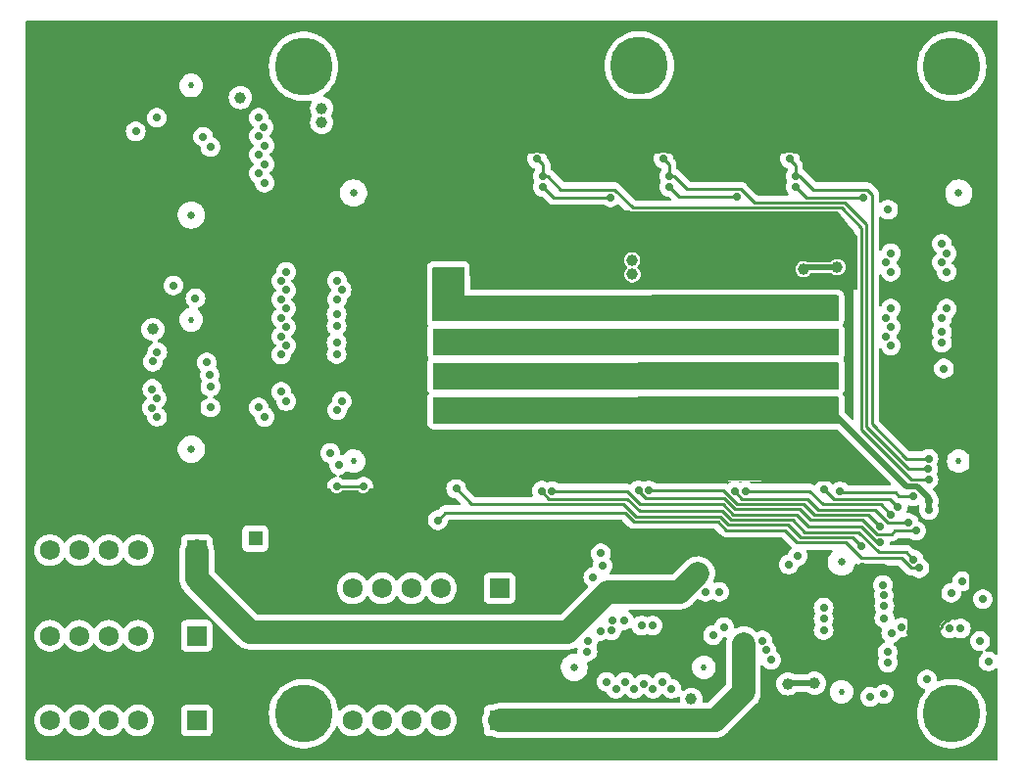
<source format=gbr>
%TF.GenerationSoftware,KiCad,Pcbnew,7.0.2*%
%TF.CreationDate,2023-06-06T11:51:25+03:00*%
%TF.ProjectId,MB_V1,4d425f56-312e-46b6-9963-61645f706362,rev?*%
%TF.SameCoordinates,Original*%
%TF.FileFunction,Copper,L4,Bot*%
%TF.FilePolarity,Positive*%
%FSLAX46Y46*%
G04 Gerber Fmt 4.6, Leading zero omitted, Abs format (unit mm)*
G04 Created by KiCad (PCBNEW 7.0.2) date 2023-06-06 11:51:25*
%MOMM*%
%LPD*%
G01*
G04 APERTURE LIST*
%TA.AperFunction,ComponentPad*%
%ADD10C,1.725000*%
%TD*%
%TA.AperFunction,ComponentPad*%
%ADD11R,1.725000X1.725000*%
%TD*%
%TA.AperFunction,ComponentPad*%
%ADD12C,0.525000*%
%TD*%
%TA.AperFunction,ComponentPad*%
%ADD13C,0.675000*%
%TD*%
%TA.AperFunction,ComponentPad*%
%ADD14R,1.275000X1.275000*%
%TD*%
%TA.AperFunction,ComponentPad*%
%ADD15C,1.275000*%
%TD*%
%TA.AperFunction,ViaPad*%
%ADD16C,0.700000*%
%TD*%
%TA.AperFunction,ViaPad*%
%ADD17C,1.000000*%
%TD*%
%TA.AperFunction,ViaPad*%
%ADD18C,5.000000*%
%TD*%
%TA.AperFunction,Conductor*%
%ADD19C,0.250000*%
%TD*%
%TA.AperFunction,Conductor*%
%ADD20C,0.500000*%
%TD*%
%TA.AperFunction,Conductor*%
%ADD21C,0.400000*%
%TD*%
%TA.AperFunction,Conductor*%
%ADD22C,2.000000*%
%TD*%
G04 APERTURE END LIST*
D10*
%TO.P,J6,6,6*%
%TO.N,Net-(H2-Pad5)*%
X82076000Y-160578000D03*
%TO.P,J6,5,5*%
%TO.N,Net-(H2-Pad4)*%
X84616000Y-160578000D03*
%TO.P,J6,4,4*%
%TO.N,Net-(H2-Pad3)*%
X87156000Y-160578000D03*
%TO.P,J6,3,3*%
%TO.N,/PROG_PIN*%
X89696000Y-160578000D03*
%TO.P,J6,2,2*%
%TO.N,GND*%
X92236000Y-160578000D03*
D11*
%TO.P,J6,1,1*%
%TO.N,/VCC_S3_OUT*%
X94776000Y-160578000D03*
%TD*%
D12*
%TO.P,H1,MH1*%
%TO.N,N/C*%
X108320000Y-138150000D03*
X160610000Y-138150000D03*
D13*
%TO.P,H1,MH2*%
X108320000Y-114950000D03*
X160610000Y-114950000D03*
%TD*%
D14*
%TO.P,J5,1,1*%
%TO.N,/VIN_WILD*%
X99830000Y-144840000D03*
D15*
%TO.P,J5,2,2*%
%TO.N,GND*%
X99830000Y-147380000D03*
%TD*%
D12*
%TO.P,H3,MH1*%
%TO.N,N/C*%
X138585000Y-155980000D03*
D13*
%TO.P,H3,MH2*%
X127385000Y-155980000D03*
%TD*%
D11*
%TO.P,J1,1,1*%
%TO.N,/VCC_S1_OUT*%
X120936000Y-149140000D03*
D10*
%TO.P,J1,2,2*%
%TO.N,GND*%
X118396000Y-149140000D03*
%TO.P,J1,3,3*%
%TO.N,Net-(H4-Pad2)*%
X115856000Y-149140000D03*
%TO.P,J1,4,4*%
%TO.N,Net-(H4-Pad3)*%
X113316000Y-149140000D03*
%TO.P,J1,5,5*%
%TO.N,Net-(H4-Pad4)*%
X110776000Y-149140000D03*
%TO.P,J1,6,6*%
%TO.N,Net-(H4-Pad5)*%
X108236000Y-149140000D03*
%TD*%
D12*
%TO.P,H2,MH1*%
%TO.N,N/C*%
X94290000Y-125910000D03*
D13*
%TO.P,H2,MH2*%
X94290000Y-137110000D03*
%TD*%
D12*
%TO.P,H5,MH1*%
%TO.N,N/C*%
X94290000Y-105650000D03*
D13*
%TO.P,H5,MH2*%
X94290000Y-116850000D03*
%TD*%
D11*
%TO.P,J2,1,1*%
%TO.N,/VCC_S4_OUT*%
X94776000Y-145858000D03*
D10*
%TO.P,J2,2,2*%
%TO.N,GND*%
X92236000Y-145858000D03*
%TO.P,J2,3,3*%
%TO.N,unconnected-(J2-Pad3)*%
X89696000Y-145858000D03*
%TO.P,J2,4,4*%
%TO.N,unconnected-(J2-Pad4)*%
X87156000Y-145858000D03*
%TO.P,J2,5,5*%
%TO.N,Net-(H5-Pad4)*%
X84616000Y-145858000D03*
%TO.P,J2,6,6*%
%TO.N,Net-(H5-Pad5)*%
X82076000Y-145858000D03*
%TD*%
D12*
%TO.P,H4,MH1*%
%TO.N,N/C*%
X150480000Y-158090000D03*
D13*
%TO.P,H4,MH2*%
X150480000Y-146890000D03*
%TD*%
D11*
%TO.P,J3,1,1*%
%TO.N,/VCC_S2_OUT*%
X94776000Y-153248000D03*
D10*
%TO.P,J3,2,2*%
%TO.N,GND*%
X92236000Y-153248000D03*
%TO.P,J3,3,3*%
%TO.N,unconnected-(J3-Pad3)*%
X89696000Y-153248000D03*
%TO.P,J3,4,4*%
%TO.N,unconnected-(J3-Pad4)*%
X87156000Y-153248000D03*
%TO.P,J3,5,5*%
%TO.N,Net-(H5-Pad2)*%
X84616000Y-153248000D03*
%TO.P,J3,6,6*%
%TO.N,Net-(H5-Pad3)*%
X82076000Y-153248000D03*
%TD*%
%TO.P,J4,6,6*%
%TO.N,Net-(H3-Pad5)*%
X108236000Y-160578000D03*
%TO.P,J4,5,5*%
%TO.N,Net-(H3-Pad4)*%
X110776000Y-160578000D03*
%TO.P,J4,4,4*%
%TO.N,Net-(H3-Pad3)*%
X113316000Y-160578000D03*
%TO.P,J4,3,3*%
%TO.N,Net-(H3-Pad2)*%
X115856000Y-160578000D03*
%TO.P,J4,2,2*%
%TO.N,GND*%
X118396000Y-160578000D03*
D11*
%TO.P,J4,1,1*%
%TO.N,/VCC_S5_OUT*%
X120936000Y-160578000D03*
%TD*%
D16*
%TO.N,GND*%
X131080000Y-143670000D03*
X138570000Y-144380000D03*
X117400000Y-144400000D03*
X123850000Y-143620000D03*
%TO.N,/PWR_I2C_PULLUP*%
X159331904Y-130130000D03*
X157882743Y-157044293D03*
%TO.N,/PWR_MCU_I2C_SDA*%
X154120000Y-158290000D03*
%TO.N,/PWR_MCU_I2C_SCL*%
X152938056Y-158538056D03*
%TO.N,GND*%
X95260000Y-115470000D03*
X137690000Y-118860000D03*
X137690000Y-117150000D03*
X148580000Y-118860000D03*
X148580000Y-120570000D03*
X148580000Y-117150000D03*
X137690000Y-120570000D03*
X126720000Y-118860000D03*
X126720000Y-117150000D03*
X126720000Y-120570000D03*
X148600872Y-122339500D03*
X125460000Y-122210000D03*
%TO.N,/PWR_MCU_BOOTLOADER*%
X163170000Y-155470000D03*
%TO.N,/H2_13*%
X94658056Y-124044500D03*
%TO.N,/H2_12*%
X92769028Y-122942916D03*
%TO.N,/H2_14*%
X95620625Y-129614514D03*
%TO.N,/PWR_MCU_I2C_SCL*%
X107040777Y-138460000D03*
%TO.N,/PWR_MCU_I2C_SDA*%
X106308388Y-137434500D03*
%TO.N,/PWR_MCU_I2C_SCL*%
X159790000Y-152620000D03*
%TO.N,/PWR_MCU_I2C_SDA*%
X160780000Y-152620000D03*
%TO.N,/H3_16*%
X128585498Y-153700000D03*
%TO.N,/H3_17*%
X128520000Y-154600000D03*
X131785000Y-157229502D03*
%TO.N,/H3_16*%
X132589381Y-157846896D03*
%TO.N,Net-(IC7-NRST)*%
X162460000Y-153710000D03*
X159952600Y-149532600D03*
%TO.N,/H3_6*%
X129810000Y-147190000D03*
%TO.N,/H3_7*%
X129700000Y-146130000D03*
%TO.N,/H3_6*%
X133190000Y-152370000D03*
%TO.N,/H3_7*%
X134170000Y-152364500D03*
%TO.N,/H3_19*%
X130160000Y-157229502D03*
%TO.N,/H3_18*%
X130985000Y-157846896D03*
X139930000Y-149450000D03*
%TO.N,/H3_19*%
X138720662Y-149450662D03*
%TO.N,/H3_15*%
X133387920Y-157432848D03*
X129033670Y-148191651D03*
%TO.N,/PWR_MCU_BOOTLOADER*%
X162670000Y-150090000D03*
X160885500Y-148549858D03*
%TO.N,/H4_6*%
X154779832Y-153015500D03*
%TO.N,/H4_7*%
X155645498Y-152535002D03*
%TO.N,/H4_17*%
X148932464Y-150800000D03*
%TO.N,/H4_15*%
X148932464Y-152748719D03*
%TO.N,/H4_16*%
X148932464Y-151774359D03*
%TO.N,/H4_19*%
X146693056Y-146353056D03*
%TO.N,/H4_18*%
X145942334Y-147083778D03*
%TO.N,/H3_8*%
X140310000Y-152505500D03*
%TO.N,/H3_9*%
X139380000Y-153200000D03*
%TO.N,/H3_8*%
X154453056Y-154653056D03*
%TO.N,/H3_9*%
X154460000Y-155600000D03*
%TO.N,/H3_12*%
X135790000Y-157840000D03*
%TO.N,/H3_13*%
X134990498Y-157239500D03*
%TO.N,/H3_14*%
X134190000Y-157840000D03*
%TO.N,/H3_12*%
X144377161Y-155318342D03*
%TO.N,/H3_14*%
X143660000Y-153670000D03*
%TO.N,/H3_13*%
X143985934Y-154508375D03*
%TO.N,GND*%
X159150000Y-156420000D03*
%TO.N,/H2_8*%
X89495500Y-109621747D03*
%TO.N,/H2_9*%
X91320000Y-108450000D03*
%TO.N,/H2_17*%
X95940498Y-133510000D03*
%TO.N,/H2_6*%
X95940498Y-131695500D03*
%TO.N,/H2_7*%
X95888534Y-130689648D03*
%TO.N,/H2_9*%
X91350000Y-128710000D03*
%TO.N,/H2_8*%
X90989462Y-129534086D03*
%TO.N,/H5_7*%
X95324334Y-110075262D03*
%TO.N,/H5_6*%
X95940499Y-110966611D03*
%TO.N,/PROG_PIN*%
X102471067Y-121754863D03*
%TO.N,/H2_17*%
X102070000Y-124154863D03*
%TO.N,/H5_6*%
X102070000Y-125754863D03*
%TO.N,/H3_6*%
X102070000Y-132154863D03*
%TO.N,/H5_19*%
X102070000Y-122554863D03*
%TO.N,/H2_19*%
X102070000Y-128934863D03*
%TO.N,/H5_18*%
X102471067Y-123354863D03*
%TO.N,/H3_7*%
X102481067Y-132954863D03*
%TO.N,/H5_7*%
X102471067Y-126554863D03*
%TO.N,/H2_7*%
X102471067Y-128154863D03*
%TO.N,/H2_18*%
X102471067Y-124954863D03*
%TO.N,/H2_6*%
X102070000Y-127354863D03*
D17*
%TO.N,/VCC2_OUT*%
X105560000Y-108840000D03*
D16*
X154510000Y-116390000D03*
%TO.N,/VCC3*%
X158030000Y-142370000D03*
%TO.N,/H2_19*%
X100610000Y-134311947D03*
%TO.N,/H2_18*%
X100140000Y-133511947D03*
%TO.N,/H2_12*%
X100140000Y-108450000D03*
%TO.N,/H5_15*%
X100610000Y-110841947D03*
%TO.N,/H2_13*%
X100558961Y-109245974D03*
%TO.N,/H2_14*%
X100140000Y-110041947D03*
%TO.N,/H5_19*%
X100610000Y-114051947D03*
%TO.N,/H5_18*%
X100140000Y-113251947D03*
%TO.N,/H5_17*%
X100610000Y-112450000D03*
%TO.N,/H5_16*%
X100140000Y-111651947D03*
X107281067Y-123350000D03*
%TO.N,/H5_17*%
X106880000Y-124150000D03*
%TO.N,/PWR_MCU_I2C_SDA*%
X106860000Y-126440000D03*
%TO.N,/H5_15*%
X106880000Y-122550000D03*
%TO.N,/H3_17*%
X106860000Y-128880000D03*
%TO.N,/H2_9*%
X106880000Y-133750000D03*
%TO.N,/H2_8*%
X107291067Y-132950000D03*
%TO.N,/H3_16*%
X106860000Y-127900000D03*
%TO.N,/PWR_MCU_I2C_SCL*%
X106860000Y-125410000D03*
%TO.N,/PWR_MCU_BOOTLOADER*%
X159560000Y-121760000D03*
%TO.N,/H4_15*%
X159158933Y-120960000D03*
%TO.N,/H3_9*%
X159160337Y-126934708D03*
%TO.N,/H3_18*%
X159158933Y-125760000D03*
%TO.N,/H4_16*%
X159560000Y-120160000D03*
%TO.N,/H4_17*%
X159158933Y-119354863D03*
%TO.N,/H3_8*%
X159158933Y-127890000D03*
%TO.N,/H3_19*%
X159560000Y-124960000D03*
%TO.N,/H3_15*%
X154750000Y-128150000D03*
%TO.N,/H4_6*%
X154348933Y-127350000D03*
%TO.N,/H4_7*%
X154750000Y-126550000D03*
%TO.N,/H4_18*%
X154348933Y-125750000D03*
%TO.N,/H4_19*%
X154750000Y-124950000D03*
%TO.N,/H3_12*%
X154750000Y-121750000D03*
%TO.N,/H3_13*%
X154348933Y-120950000D03*
%TO.N,/H3_14*%
X154750000Y-120150000D03*
D17*
%TO.N,/VCC2_OUT*%
X132390000Y-120770000D03*
X132420000Y-122000500D03*
D16*
%TO.N,GND*%
X142010000Y-138810000D03*
X142010000Y-137460000D03*
X142940000Y-138180000D03*
X150360000Y-137460000D03*
X150360000Y-138790000D03*
X152200000Y-138790000D03*
D17*
%TO.N,/VCC2_OUT*%
X105560000Y-107630000D03*
%TO.N,/VCC3*%
X98540000Y-106700498D03*
X90980000Y-126740000D03*
%TO.N,/VCC2_OUT*%
X137500000Y-158744500D03*
%TO.N,/VCC3*%
X148140000Y-157360000D03*
X145848352Y-157411648D03*
D16*
%TO.N,Net-(H4-Pad3)*%
X154122908Y-149750980D03*
%TO.N,Net-(H4-Pad4)*%
X154172055Y-150655721D03*
%TO.N,Net-(H4-Pad2)*%
X154070000Y-148850000D03*
%TO.N,Net-(H4-Pad5)*%
X154180000Y-151720000D03*
%TO.N,Net-(H3-Pad2)*%
X129695622Y-152833853D03*
%TO.N,Net-(H3-Pad3)*%
X130619642Y-152803985D03*
%TO.N,Net-(H3-Pad4)*%
X130709087Y-151908940D03*
%TO.N,Net-(H3-Pad5)*%
X131659920Y-151905884D03*
%TO.N,GND*%
X152267250Y-147247250D03*
X98140000Y-115450000D03*
X98140000Y-135700000D03*
X93350000Y-135680000D03*
%TO.N,unconnected-(H2-Pad2)*%
X91340000Y-134310000D03*
%TO.N,Net-(H2-Pad3)*%
X90876452Y-133516510D03*
%TO.N,Net-(H2-Pad4)*%
X91306944Y-132726712D03*
%TO.N,Net-(H2-Pad5)*%
X90930000Y-131910000D03*
%TO.N,GND*%
X128090000Y-158720000D03*
X128090000Y-157770000D03*
X160640000Y-136770000D03*
X161560000Y-136770000D03*
X109270000Y-116350000D03*
X104470000Y-116360000D03*
X104470000Y-136760000D03*
D17*
%TO.N,/VCC3*%
X150110000Y-121350000D03*
X147190000Y-121540000D03*
D18*
%TO.N,*%
X160000000Y-104000000D03*
X104000000Y-104000000D03*
X160000000Y-160000000D03*
X133000000Y-103950000D03*
X104000000Y-160000000D03*
D16*
%TO.N,GND*%
X109270000Y-136760000D03*
X126525000Y-122890000D03*
X139840000Y-135850000D03*
X127150000Y-137450000D03*
X143850000Y-137460000D03*
X116950000Y-138800000D03*
X148455000Y-122950000D03*
X127420000Y-111070000D03*
X140295000Y-122930000D03*
X149207500Y-122950000D03*
X131500000Y-135850000D03*
X143312500Y-122930000D03*
X125020000Y-122890000D03*
X127420000Y-110340000D03*
X151280000Y-138130000D03*
X138330436Y-110350000D03*
X149350872Y-111030000D03*
X134610000Y-138210000D03*
X135500000Y-138800000D03*
X117890000Y-138150000D03*
X137670436Y-109620000D03*
X148590872Y-109620000D03*
X149350872Y-110300000D03*
X127410000Y-109620000D03*
X118800000Y-138800000D03*
X125300000Y-138790000D03*
X135500000Y-137450000D03*
X141800000Y-122930000D03*
X115350000Y-136730000D03*
X141047500Y-122930000D03*
X123515000Y-122890000D03*
X142552500Y-122930000D03*
X151465000Y-122950000D03*
X123140000Y-135850000D03*
X148160000Y-135830000D03*
X150712500Y-122950000D03*
X126260000Y-138170000D03*
X125772500Y-122890000D03*
X125280000Y-137450000D03*
X118800000Y-137460000D03*
X124267500Y-122890000D03*
X138310436Y-109620000D03*
X143860000Y-138800000D03*
X127150000Y-138800000D03*
X149960000Y-122950000D03*
X126700000Y-109620000D03*
X133650000Y-137450000D03*
X138330436Y-111040000D03*
X116950000Y-137460000D03*
X133650000Y-138810000D03*
X142940000Y-138180000D03*
X149310872Y-109630000D03*
X103740000Y-141280000D03*
X156440092Y-152956577D03*
%TO.N,Net-(PS1-CB)*%
X130510000Y-115320000D03*
X124689502Y-114440723D03*
%TO.N,/VCC1*%
X121470000Y-127180000D03*
X120740000Y-127190000D03*
X132250000Y-127180000D03*
X148930000Y-127200000D03*
X122170000Y-127180000D03*
X132940000Y-127170000D03*
X123880000Y-128600000D03*
X123880000Y-127180000D03*
X132250000Y-128600000D03*
X120750000Y-127900000D03*
X124560000Y-127170000D03*
X148930000Y-127910000D03*
X116270000Y-127170000D03*
X121480000Y-127890000D03*
X140590000Y-127180000D03*
X149630000Y-127190000D03*
X132250000Y-127890000D03*
X123880000Y-127890000D03*
X122180000Y-127890000D03*
X140590000Y-127890000D03*
X141290000Y-127170000D03*
X115540000Y-128600000D03*
X122190000Y-128600000D03*
X120760000Y-128610000D03*
X115540000Y-127180000D03*
X121490000Y-128600000D03*
X140590000Y-128600000D03*
X115540000Y-127890000D03*
X148930000Y-128620000D03*
%TO.N,/VIN*%
X132920000Y-124210000D03*
X148930000Y-124210000D03*
X141270000Y-124210000D03*
X140590000Y-125620000D03*
X117340000Y-123320000D03*
X132250000Y-125620000D03*
X115900000Y-122620000D03*
X132250000Y-124210000D03*
X123880000Y-124910000D03*
X116630000Y-122610000D03*
X140590000Y-124210000D03*
X117330000Y-122610000D03*
X149630000Y-124210000D03*
X132250000Y-124910000D03*
X140590000Y-124910000D03*
X116640000Y-123320000D03*
X115910000Y-123330000D03*
X123880000Y-124210000D03*
X123880000Y-125620000D03*
X148930000Y-124910000D03*
X116620000Y-121900000D03*
X148930000Y-125620000D03*
X124560000Y-124210000D03*
X115890000Y-121910000D03*
X117320000Y-121900000D03*
%TO.N,Net-(PS2-CB)*%
X135599938Y-114420723D03*
X141430436Y-115275000D03*
%TO.N,/VCC2*%
X132930000Y-130130000D03*
X123880000Y-130850000D03*
X148930000Y-130880000D03*
X148930000Y-131590000D03*
X138340000Y-130060000D03*
X137620000Y-130780000D03*
X115540000Y-130840000D03*
X132250000Y-131560000D03*
X141280000Y-130130000D03*
X149620000Y-130160000D03*
X137630000Y-131490000D03*
X116240000Y-130120000D03*
X132250000Y-130850000D03*
X140590000Y-130140000D03*
X123880000Y-131560000D03*
X124570000Y-130130000D03*
X139040000Y-130060000D03*
X123880000Y-130140000D03*
X132250000Y-130140000D03*
X115540000Y-130130000D03*
X139060000Y-131480000D03*
X138360000Y-131480000D03*
X148930000Y-130170000D03*
X138350000Y-130770000D03*
X115540000Y-131550000D03*
X140590000Y-130850000D03*
X137610000Y-130070000D03*
X140590000Y-131560000D03*
X139050000Y-130770000D03*
%TO.N,Net-(PS3-CB)*%
X146510327Y-114405463D03*
X152340872Y-115330000D03*
%TO.N,/VCC3*%
X140590000Y-133810000D03*
X140590000Y-134520000D03*
X145910000Y-133800000D03*
X149620000Y-133140000D03*
X123880000Y-133800000D03*
X123880000Y-133090000D03*
X124570000Y-133080000D03*
X123880000Y-134510000D03*
X146650000Y-134500000D03*
X132940000Y-133090000D03*
X132250000Y-134520000D03*
X146640000Y-133790000D03*
X115540000Y-134500000D03*
X145900000Y-133090000D03*
X148930000Y-134570000D03*
X148930000Y-133860000D03*
X115540000Y-133080000D03*
X147330000Y-133080000D03*
X158030000Y-141630000D03*
X132250000Y-133810000D03*
X132250000Y-133100000D03*
X146630000Y-133080000D03*
X141280000Y-133090000D03*
X116230000Y-133070000D03*
X147340000Y-133790000D03*
X145920000Y-134510000D03*
X147350000Y-134500000D03*
X140590000Y-133100000D03*
X115540000Y-133790000D03*
X148930000Y-133150000D03*
%TO.N,Net-(Q1-G)*%
X109160000Y-140360000D03*
X106870000Y-140360000D03*
D17*
%TO.N,/VCC_S4_OUT*%
X137305000Y-148675000D03*
X136490000Y-149460000D03*
X134340000Y-149460000D03*
X138070000Y-147880000D03*
X135415000Y-149460000D03*
%TO.N,/VCC_S5_OUT*%
X142000000Y-156080000D03*
X142000000Y-158220000D03*
X142000000Y-157150000D03*
X142000000Y-155010000D03*
X142000000Y-153940000D03*
D16*
%TO.N,/S1_SW_EN*%
X152208056Y-145501944D03*
X117182225Y-140524712D03*
%TO.N,/S2_SW_EN*%
X125470000Y-140730000D03*
X153780000Y-145140000D03*
%TO.N,/S3_SW_EN*%
X133830000Y-140680000D03*
X153800842Y-143786953D03*
%TO.N,/S4_SW_EN*%
X142180000Y-140730000D03*
X154713888Y-142750000D03*
%TO.N,/S1_SW_IMON*%
X157210000Y-147400000D03*
X115589577Y-143253281D03*
%TO.N,/S2_SW_IMON*%
X156708564Y-146653230D03*
X124570631Y-140714493D03*
%TO.N,/S3_SW_IMON*%
X132930501Y-140682583D03*
X156939500Y-144170000D03*
%TO.N,/S4_SW_IMON*%
X141280582Y-140717679D03*
X156289500Y-143495500D03*
%TO.N,/S5_SW_IMON*%
X148960500Y-140600000D03*
X155349933Y-142113956D03*
%TO.N,/S5_SW_EN*%
X156700000Y-141170000D03*
X150362888Y-140771000D03*
%TO.N,/DCDC3_EN*%
X146510378Y-113505961D03*
X157995500Y-137922594D03*
X145990372Y-111975500D03*
%TO.N,/DCDC2_EN*%
X135079936Y-111975500D03*
X157964053Y-138821546D03*
X135599938Y-113470723D03*
%TO.N,/DCDC1_EN*%
X124180000Y-111995500D03*
X124689502Y-113490723D03*
X157995500Y-139720497D03*
%TD*%
D19*
%TO.N,/S5_SW_EN*%
X155120000Y-140840000D02*
X155450000Y-141170000D01*
X150431888Y-140840000D02*
X155120000Y-140840000D01*
X155450000Y-141170000D02*
X156700000Y-141170000D01*
X150362888Y-140771000D02*
X150431888Y-140840000D01*
%TO.N,/S5_SW_IMON*%
X154681477Y-141445500D02*
X155349933Y-142113956D01*
X148960500Y-140600000D02*
X149806000Y-141445500D01*
X149806000Y-141445500D02*
X154681477Y-141445500D01*
%TO.N,/S1_SW_IMON*%
X155630739Y-146530000D02*
X156500739Y-147400000D01*
X152180000Y-146530000D02*
X155630739Y-146530000D01*
X150830000Y-145180000D02*
X152180000Y-146530000D01*
X146640000Y-145180000D02*
X150830000Y-145180000D01*
X145565000Y-144105000D02*
X146640000Y-145180000D01*
X156500739Y-147400000D02*
X157210000Y-147400000D01*
X140531328Y-144105000D02*
X145565000Y-144105000D01*
X139806328Y-143380000D02*
X140531328Y-144105000D01*
X132543604Y-143380000D02*
X139806328Y-143380000D01*
X115589577Y-143253281D02*
X116242858Y-142600000D01*
X116242858Y-142600000D02*
X131763604Y-142600000D01*
X131763604Y-142600000D02*
X132543604Y-143380000D01*
%TO.N,/S1_SW_EN*%
X151436112Y-144730000D02*
X152208056Y-145501944D01*
X146900000Y-144730000D02*
X151436112Y-144730000D01*
X145825000Y-143655000D02*
X146900000Y-144730000D01*
X140717724Y-143655000D02*
X145825000Y-143655000D01*
X139992724Y-142930000D02*
X140717724Y-143655000D01*
X132730000Y-142930000D02*
X139992724Y-142930000D01*
X117204712Y-140524712D02*
X118535000Y-141855000D01*
X118535000Y-141855000D02*
X131655000Y-141855000D01*
X131655000Y-141855000D02*
X132730000Y-142930000D01*
X117182225Y-140524712D02*
X117204712Y-140524712D01*
%TO.N,/S2_SW_IMON*%
X124570631Y-140785226D02*
X124570631Y-140714493D01*
X131978604Y-141405000D02*
X125190405Y-141405000D01*
X133053604Y-142480000D02*
X131978604Y-141405000D01*
X140904120Y-143205000D02*
X140179120Y-142480000D01*
X140179120Y-142480000D02*
X133053604Y-142480000D01*
X146235000Y-143205000D02*
X140904120Y-143205000D01*
X125190405Y-141405000D02*
X124570631Y-140785226D01*
X147310000Y-144280000D02*
X146235000Y-143205000D01*
X151940000Y-144280000D02*
X147310000Y-144280000D01*
X156085334Y-146030000D02*
X153690000Y-146030000D01*
X153690000Y-146030000D02*
X151940000Y-144280000D01*
X156708564Y-146653230D02*
X156085334Y-146030000D01*
%TO.N,/S4_SW_EN*%
X147710000Y-140730000D02*
X142180000Y-140730000D01*
X153858888Y-141895000D02*
X148875000Y-141895000D01*
X148875000Y-141895000D02*
X147710000Y-140730000D01*
X154713888Y-142750000D02*
X153858888Y-141895000D01*
%TO.N,/S4_SW_IMON*%
X141280582Y-140785177D02*
X141280582Y-140717679D01*
X147545000Y-141405000D02*
X141900405Y-141405000D01*
X141900405Y-141405000D02*
X141280582Y-140785177D01*
X148485000Y-142345000D02*
X147545000Y-141405000D01*
X153355000Y-142345000D02*
X148485000Y-142345000D01*
X154505500Y-143495500D02*
X153355000Y-142345000D01*
X156289500Y-143495500D02*
X154505500Y-143495500D01*
%TO.N,/S3_SW_EN*%
X140288308Y-140680000D02*
X133830000Y-140680000D01*
X141463308Y-141855000D02*
X140288308Y-140680000D01*
X148165000Y-142795000D02*
X147225000Y-141855000D01*
X147225000Y-141855000D02*
X141463308Y-141855000D01*
X152808889Y-142795000D02*
X148165000Y-142795000D01*
X153800842Y-143786953D02*
X152808889Y-142795000D01*
%TO.N,/S3_SW_IMON*%
X132930501Y-140735096D02*
X132930501Y-140682583D01*
X133550405Y-141355000D02*
X132930501Y-140735096D01*
X140326912Y-141355000D02*
X133550405Y-141355000D01*
X141276912Y-142305000D02*
X140326912Y-141355000D01*
X154785000Y-144465000D02*
X153525000Y-144465000D01*
X152305000Y-143245000D02*
X147765000Y-143245000D01*
X155080000Y-144170000D02*
X154785000Y-144465000D01*
X153525000Y-144465000D02*
X152305000Y-143245000D01*
X156939500Y-144170000D02*
X155080000Y-144170000D01*
X147765000Y-143245000D02*
X146825000Y-142305000D01*
X146825000Y-142305000D02*
X141276912Y-142305000D01*
%TO.N,/S2_SW_EN*%
X131940000Y-140730000D02*
X125470000Y-140730000D01*
X133090000Y-141880000D02*
X131940000Y-140730000D01*
X146565000Y-142755000D02*
X141090516Y-142755000D01*
X152213604Y-143830000D02*
X147640000Y-143830000D01*
X147640000Y-143830000D02*
X146565000Y-142755000D01*
X141090516Y-142755000D02*
X140215516Y-141880000D01*
X140215516Y-141880000D02*
X133090000Y-141880000D01*
X153523604Y-145140000D02*
X152213604Y-143830000D01*
X153780000Y-145140000D02*
X153523604Y-145140000D01*
%TO.N,GND*%
X159150000Y-156420000D02*
X158620000Y-156420000D01*
X158620000Y-156420000D02*
X156820000Y-154620000D01*
X108650000Y-136140000D02*
X105090000Y-136140000D01*
X109270000Y-136760000D02*
X108650000Y-136140000D01*
X105090000Y-136140000D02*
X104470000Y-136760000D01*
X118396000Y-161886000D02*
X118396000Y-160578000D01*
X118870000Y-162360000D02*
X118396000Y-161886000D01*
X152090000Y-162360000D02*
X118870000Y-162360000D01*
X156820000Y-157630000D02*
X152090000Y-162360000D01*
X156820000Y-154620000D02*
X156820000Y-157630000D01*
D20*
%TO.N,/VCC3*%
X156065497Y-140295497D02*
X155130000Y-139360000D01*
X157015497Y-140295497D02*
X156065497Y-140295497D01*
X158030000Y-141310000D02*
X157015497Y-140295497D01*
X158030000Y-142370000D02*
X158030000Y-141310000D01*
%TO.N,GND*%
X156440092Y-152871779D02*
X156440092Y-152956577D01*
X156445498Y-152866373D02*
X156440092Y-152871779D01*
X154180000Y-147240000D02*
X156445498Y-149505498D01*
X156445498Y-149505498D02*
X156445498Y-152866373D01*
X152274500Y-147240000D02*
X154180000Y-147240000D01*
X152267250Y-147247250D02*
X152274500Y-147240000D01*
%TO.N,/VCC3*%
X149950000Y-121390000D02*
X150100000Y-121540000D01*
X147340000Y-121390000D02*
X149950000Y-121390000D01*
X147190000Y-121540000D02*
X147340000Y-121390000D01*
D19*
%TO.N,GND*%
X161520000Y-136770000D02*
X160640000Y-136770000D01*
X161560000Y-136730000D02*
X161520000Y-136770000D01*
X159675000Y-151945000D02*
X161560000Y-150060000D01*
X161560000Y-150060000D02*
X161560000Y-136730000D01*
X159115000Y-152505000D02*
X159115000Y-152340405D01*
X159115000Y-152340405D02*
X159510405Y-151945000D01*
X158663423Y-152956577D02*
X159115000Y-152505000D01*
X159510405Y-151945000D02*
X159675000Y-151945000D01*
X156440092Y-152956577D02*
X158663423Y-152956577D01*
D20*
%TO.N,/VCC3*%
X148140000Y-157360000D02*
X145900000Y-157360000D01*
X145900000Y-157360000D02*
X145848352Y-157411648D01*
D19*
%TO.N,GND*%
X156820000Y-153336485D02*
X156820000Y-154620000D01*
X156440092Y-152956577D02*
X156820000Y-153336485D01*
D20*
X128090000Y-157830000D02*
X128090000Y-158720000D01*
X128150000Y-157770000D02*
X128090000Y-157830000D01*
X118396000Y-160154000D02*
X118396000Y-160578000D01*
X128090000Y-158720000D02*
X119830000Y-158720000D01*
X119830000Y-158720000D02*
X118396000Y-160154000D01*
D19*
X148730000Y-135830000D02*
X150360000Y-137460000D01*
X148160000Y-135830000D02*
X148730000Y-135830000D01*
X140648750Y-135850000D02*
X142928750Y-138130000D01*
X139840000Y-135850000D02*
X140648750Y-135850000D01*
X131500000Y-135850000D02*
X132050000Y-135850000D01*
X132050000Y-135850000D02*
X133650000Y-137450000D01*
X123140000Y-135850000D02*
X123680000Y-135850000D01*
X123680000Y-135850000D02*
X125280000Y-137450000D01*
D20*
%TO.N,/VCC3*%
X149620000Y-133860000D02*
X149620000Y-133820000D01*
X155120000Y-139360000D02*
X149620000Y-133860000D01*
X155130000Y-139360000D02*
X155120000Y-139360000D01*
D19*
%TO.N,/DCDC3_EN*%
X152675000Y-114655000D02*
X148035000Y-114655000D01*
X148035000Y-114655000D02*
X146885961Y-113505961D01*
X153080000Y-115060000D02*
X152675000Y-114655000D01*
X153080000Y-134910000D02*
X153080000Y-115060000D01*
X156092594Y-137922594D02*
X153080000Y-134910000D01*
X146885961Y-113505961D02*
X146510378Y-113505961D01*
X157995500Y-137922594D02*
X156092594Y-137922594D01*
%TO.N,/DCDC2_EN*%
X135990723Y-113470723D02*
X135599938Y-113470723D01*
X137120000Y-114600000D02*
X135990723Y-113470723D01*
X141770000Y-114600000D02*
X137120000Y-114600000D01*
X142950000Y-115780000D02*
X141770000Y-114600000D01*
X150740000Y-115780000D02*
X142950000Y-115780000D01*
X152630000Y-117670000D02*
X150740000Y-115780000D01*
X152630000Y-135173198D02*
X152630000Y-117670000D01*
X156278348Y-138821546D02*
X152630000Y-135173198D01*
X157964053Y-138821546D02*
X156278348Y-138821546D01*
%TO.N,/DCDC1_EN*%
X125080723Y-113490723D02*
X124689502Y-113490723D01*
X130853652Y-114645000D02*
X126235000Y-114645000D01*
X132448652Y-116240000D02*
X130853652Y-114645000D01*
X126235000Y-114645000D02*
X125080723Y-113490723D01*
X150460000Y-116240000D02*
X132448652Y-116240000D01*
X152180000Y-117960000D02*
X150460000Y-116240000D01*
X156510497Y-139720497D02*
X152180000Y-135390000D01*
X157995500Y-139720497D02*
X156510497Y-139720497D01*
X152180000Y-135390000D02*
X152180000Y-117960000D01*
%TO.N,GND*%
X151940000Y-138790000D02*
X151280000Y-138130000D01*
X152200000Y-138790000D02*
X151940000Y-138790000D01*
X151020000Y-138130000D02*
X150360000Y-138790000D01*
X151280000Y-138130000D02*
X151020000Y-138130000D01*
X142640000Y-138180000D02*
X142010000Y-138810000D01*
X142940000Y-138180000D02*
X142640000Y-138180000D01*
X143860000Y-138800000D02*
X143560000Y-138800000D01*
X143560000Y-138800000D02*
X142940000Y-138180000D01*
X143130000Y-138180000D02*
X143850000Y-137460000D01*
X142940000Y-138180000D02*
X143130000Y-138180000D01*
X135200000Y-138800000D02*
X134610000Y-138210000D01*
X135500000Y-138800000D02*
X135200000Y-138800000D01*
X134250000Y-138210000D02*
X133650000Y-138810000D01*
X134610000Y-138210000D02*
X134250000Y-138210000D01*
X135370000Y-137450000D02*
X134610000Y-138210000D01*
X135500000Y-137450000D02*
X135370000Y-137450000D01*
X133850000Y-137450000D02*
X134610000Y-138210000D01*
X133650000Y-137450000D02*
X133850000Y-137450000D01*
X125540000Y-137450000D02*
X126260000Y-138170000D01*
X125280000Y-137450000D02*
X125540000Y-137450000D01*
X126980000Y-137450000D02*
X126260000Y-138170000D01*
X127150000Y-137450000D02*
X126980000Y-137450000D01*
X126890000Y-138800000D02*
X126260000Y-138170000D01*
X127150000Y-138800000D02*
X126890000Y-138800000D01*
X125640000Y-138790000D02*
X126260000Y-138170000D01*
X125300000Y-138790000D02*
X125640000Y-138790000D01*
X116950000Y-137460000D02*
X117200000Y-137460000D01*
X117200000Y-137460000D02*
X117890000Y-138150000D01*
X117240000Y-138800000D02*
X117890000Y-138150000D01*
X116950000Y-138800000D02*
X117240000Y-138800000D01*
X118540000Y-138800000D02*
X117890000Y-138150000D01*
X118800000Y-138800000D02*
X118540000Y-138800000D01*
X118110000Y-138150000D02*
X118800000Y-137460000D01*
X117890000Y-138150000D02*
X118110000Y-138150000D01*
X150580000Y-137430000D02*
X150390000Y-137430000D01*
X151280000Y-138130000D02*
X150580000Y-137430000D01*
X151280000Y-138130000D02*
X150610000Y-137460000D01*
X150610000Y-137460000D02*
X150360000Y-137460000D01*
D21*
%TO.N,/VCC3*%
X149620000Y-133820000D02*
X149620000Y-133140000D01*
X155130000Y-139360000D02*
X155130000Y-139330000D01*
D19*
%TO.N,GND*%
X136595000Y-119230000D02*
X140295000Y-122930000D01*
X126525000Y-122890000D02*
X130185000Y-119230000D01*
X130185000Y-119230000D02*
X136595000Y-119230000D01*
X150610000Y-137460000D02*
X143850000Y-137460000D01*
D20*
X99050000Y-116360000D02*
X98140000Y-115450000D01*
X104470000Y-116360000D02*
X99050000Y-116360000D01*
X99200000Y-136760000D02*
X98140000Y-135700000D01*
X104470000Y-136760000D02*
X99200000Y-136760000D01*
D22*
X93756000Y-155860000D02*
X92236000Y-157380000D01*
X118396000Y-156516000D02*
X117740000Y-155860000D01*
X118396000Y-160578000D02*
X118396000Y-156516000D01*
X117740000Y-155860000D02*
X93756000Y-155860000D01*
%TO.N,/VCC_S5_OUT*%
X141990000Y-158130000D02*
X139540000Y-160580000D01*
X141990000Y-153950000D02*
X141990000Y-158130000D01*
X120938000Y-160580000D02*
X120936000Y-160578000D01*
X142000000Y-153940000D02*
X141990000Y-153950000D01*
X139540000Y-160580000D02*
X120938000Y-160580000D01*
D19*
%TO.N,GND*%
X104470000Y-140550000D02*
X103740000Y-141280000D01*
X104470000Y-136760000D02*
X104470000Y-140550000D01*
X109270000Y-136760000D02*
X109270000Y-116350000D01*
X104470000Y-116360000D02*
X104470000Y-136760000D01*
X104480000Y-116350000D02*
X104470000Y-116360000D01*
X109270000Y-116350000D02*
X104480000Y-116350000D01*
D20*
%TO.N,/VCC3*%
X147180000Y-121530000D02*
X147190000Y-121540000D01*
D19*
%TO.N,GND*%
X127150000Y-137450000D02*
X118810000Y-137450000D01*
X95150000Y-141280000D02*
X103740000Y-141280000D01*
X116220000Y-136730000D02*
X116950000Y-137460000D01*
X118396000Y-147646000D02*
X115150000Y-144400000D01*
X106860000Y-144400000D02*
X103740000Y-141280000D01*
X115150000Y-144400000D02*
X106860000Y-144400000D01*
X92236000Y-145858000D02*
X92236000Y-144194000D01*
D22*
X92236000Y-157380000D02*
X92236000Y-160578000D01*
D19*
X118810000Y-137450000D02*
X118800000Y-137460000D01*
X135500000Y-137450000D02*
X127150000Y-137450000D01*
D22*
X118396000Y-149140000D02*
X118396000Y-147646000D01*
D19*
X143850000Y-137460000D02*
X135510000Y-137460000D01*
X92236000Y-144194000D02*
X95150000Y-141280000D01*
X115350000Y-136730000D02*
X116220000Y-136730000D01*
X135510000Y-137460000D02*
X135500000Y-137450000D01*
X148635000Y-122930000D02*
X148655000Y-122950000D01*
D22*
X92236000Y-145858000D02*
X92236000Y-157380000D01*
D19*
X143312500Y-122930000D02*
X148635000Y-122930000D01*
%TO.N,Net-(PS1-CB)*%
X130510000Y-115320000D02*
X125570000Y-115320000D01*
X125570000Y-115320000D02*
X124690723Y-114440723D01*
X124690723Y-114440723D02*
X124689502Y-114440723D01*
%TO.N,Net-(PS2-CB)*%
X136455436Y-115275000D02*
X135601159Y-114420723D01*
X141430436Y-115275000D02*
X136455436Y-115275000D01*
X135601159Y-114420723D02*
X135599938Y-114420723D01*
%TO.N,Net-(PS3-CB)*%
X147434864Y-115330000D02*
X146510327Y-114405463D01*
X152340872Y-115330000D02*
X147434864Y-115330000D01*
%TO.N,/VCC3*%
X149620000Y-133509188D02*
X149620000Y-133140000D01*
%TO.N,Net-(Q1-G)*%
X109160000Y-140360000D02*
X106870000Y-140360000D01*
D22*
%TO.N,/VCC_S4_OUT*%
X136490000Y-149460000D02*
X130280000Y-149460000D01*
X136490000Y-149460000D02*
X138070000Y-147880000D01*
X126800000Y-152940000D02*
X99390000Y-152940000D01*
X94776000Y-148326000D02*
X94776000Y-145958000D01*
X99390000Y-152940000D02*
X94776000Y-148326000D01*
X134340000Y-149460000D02*
X136490000Y-149460000D01*
X130280000Y-149460000D02*
X126800000Y-152940000D01*
D19*
%TO.N,/DCDC3_EN*%
X145990372Y-112060488D02*
X146510378Y-112580494D01*
X146510378Y-112580494D02*
X146510378Y-113505961D01*
X145990372Y-111975500D02*
X145990372Y-112060488D01*
%TO.N,/DCDC2_EN*%
X135599938Y-112495502D02*
X135599938Y-113470723D01*
X135079936Y-111975500D02*
X135599938Y-112495502D01*
%TO.N,/DCDC1_EN*%
X124689502Y-112505002D02*
X124689502Y-113490723D01*
X124180000Y-111995500D02*
X124689502Y-112505002D01*
%TD*%
%TA.AperFunction,Conductor*%
%TO.N,/VIN*%
G36*
X117863550Y-121379685D02*
G01*
X117909305Y-121432489D01*
X117920510Y-121483488D01*
X117930000Y-123780000D01*
X150095963Y-123770038D01*
X150163007Y-123789702D01*
X150208778Y-123842492D01*
X150220000Y-123894038D01*
X150220000Y-125915929D01*
X150200315Y-125982968D01*
X150147511Y-126028723D01*
X150095929Y-126039929D01*
X115213929Y-126020070D01*
X115146901Y-126000347D01*
X115101176Y-125947517D01*
X115090000Y-125896070D01*
X115090000Y-121484000D01*
X115109685Y-121416961D01*
X115162489Y-121371206D01*
X115214000Y-121360000D01*
X117796511Y-121360000D01*
X117863550Y-121379685D01*
G37*
%TD.AperFunction*%
%TD*%
%TA.AperFunction,Conductor*%
%TO.N,GND*%
G36*
X152110000Y-106820000D02*
G01*
X152100000Y-111530000D01*
X146306728Y-111524359D01*
X146267997Y-111494639D01*
X146267996Y-111494638D01*
X146267994Y-111494637D01*
X146134081Y-111439170D01*
X145990372Y-111420249D01*
X145846662Y-111439170D01*
X145712749Y-111494637D01*
X145674816Y-111523743D01*
X135382429Y-111513721D01*
X135367899Y-111502572D01*
X135357561Y-111494639D01*
X135357560Y-111494638D01*
X135357558Y-111494637D01*
X135223645Y-111439170D01*
X135079936Y-111420249D01*
X134936226Y-111439170D01*
X134802313Y-111494637D01*
X134778207Y-111513133D01*
X124429664Y-111503057D01*
X124323709Y-111459170D01*
X124179999Y-111440249D01*
X124036290Y-111459170D01*
X123931505Y-111502572D01*
X121290000Y-111500000D01*
X121290000Y-116480000D01*
X132221935Y-116476197D01*
X132236197Y-116493194D01*
X132260246Y-116507079D01*
X132268908Y-116512080D01*
X132278031Y-116517892D01*
X132308968Y-116539554D01*
X132308969Y-116539554D01*
X132309850Y-116540171D01*
X132334543Y-116550400D01*
X132335606Y-116550587D01*
X132335607Y-116550588D01*
X132372795Y-116557145D01*
X132383353Y-116559485D01*
X132419845Y-116569264D01*
X132457475Y-116565971D01*
X132468282Y-116565500D01*
X150116734Y-116565500D01*
X151854500Y-118728263D01*
X151854500Y-123324647D01*
X118370000Y-123330000D01*
X118360000Y-120860000D01*
X114670000Y-120870000D01*
X114680000Y-135480000D01*
X149770000Y-135490000D01*
X153260000Y-138880000D01*
X153259117Y-139910000D01*
X114617960Y-139699897D01*
X114600000Y-145290000D01*
X101960000Y-145250000D01*
X101990000Y-140470000D01*
X106329884Y-140474958D01*
X106333669Y-140503709D01*
X106333670Y-140503709D01*
X106389137Y-140637622D01*
X106389138Y-140637624D01*
X106389139Y-140637625D01*
X106477379Y-140752621D01*
X106592375Y-140840861D01*
X106726291Y-140896330D01*
X106870000Y-140915250D01*
X107013709Y-140896330D01*
X107147625Y-140840861D01*
X107262621Y-140752621D01*
X107276898Y-140734014D01*
X107333327Y-140692811D01*
X107375275Y-140685500D01*
X108654725Y-140685500D01*
X108721764Y-140705185D01*
X108753101Y-140734014D01*
X108760540Y-140743709D01*
X108767379Y-140752621D01*
X108882375Y-140840861D01*
X109016291Y-140896330D01*
X109141079Y-140912758D01*
X109159999Y-140915250D01*
X109159999Y-140915249D01*
X109160000Y-140915250D01*
X109303709Y-140896330D01*
X109437625Y-140840861D01*
X109552621Y-140752621D01*
X109640861Y-140637625D01*
X109696330Y-140503709D01*
X109699608Y-140478810D01*
X110740000Y-140480000D01*
X110740000Y-120769999D01*
X131684354Y-120769999D01*
X131704860Y-120938872D01*
X131765182Y-121097930D01*
X131861815Y-121237927D01*
X131861816Y-121237928D01*
X131861817Y-121237929D01*
X131938342Y-121305724D01*
X131975468Y-121364912D01*
X131974700Y-121434777D01*
X131938342Y-121491353D01*
X131891816Y-121532571D01*
X131795182Y-121672569D01*
X131734860Y-121831627D01*
X131714354Y-122000499D01*
X131734860Y-122169372D01*
X131795182Y-122328430D01*
X131891815Y-122468427D01*
X131891816Y-122468428D01*
X131891817Y-122468429D01*
X132019148Y-122581234D01*
X132169775Y-122660290D01*
X132334944Y-122701000D01*
X132334945Y-122701000D01*
X132505055Y-122701000D01*
X132505056Y-122701000D01*
X132670225Y-122660290D01*
X132820852Y-122581234D01*
X132948183Y-122468429D01*
X133044818Y-122328430D01*
X133105140Y-122169372D01*
X133125645Y-122000500D01*
X133105140Y-121831628D01*
X133044818Y-121672570D01*
X132953310Y-121539999D01*
X146484354Y-121539999D01*
X146504860Y-121708872D01*
X146565182Y-121867930D01*
X146661815Y-122007927D01*
X146661816Y-122007928D01*
X146661817Y-122007929D01*
X146789148Y-122120734D01*
X146939775Y-122199790D01*
X147104944Y-122240500D01*
X147104945Y-122240500D01*
X147275055Y-122240500D01*
X147275056Y-122240500D01*
X147440225Y-122199790D01*
X147590852Y-122120734D01*
X147718183Y-122007929D01*
X147796782Y-121894058D01*
X147851065Y-121850069D01*
X147898832Y-121840500D01*
X149560267Y-121840500D01*
X149627306Y-121860185D01*
X149642493Y-121871684D01*
X149667750Y-121894059D01*
X149709148Y-121930734D01*
X149859775Y-122009790D01*
X150024944Y-122050500D01*
X150024945Y-122050500D01*
X150195055Y-122050500D01*
X150195056Y-122050500D01*
X150360225Y-122009790D01*
X150510852Y-121930734D01*
X150638183Y-121817929D01*
X150734818Y-121677930D01*
X150795140Y-121518872D01*
X150815645Y-121350000D01*
X150795140Y-121181128D01*
X150734818Y-121022070D01*
X150638183Y-120882071D01*
X150510852Y-120769266D01*
X150496588Y-120761780D01*
X150360224Y-120690209D01*
X150235764Y-120659533D01*
X150195056Y-120649500D01*
X150024944Y-120649500D01*
X149992284Y-120657549D01*
X149859775Y-120690209D01*
X149709146Y-120769267D01*
X149581815Y-120882070D01*
X149579146Y-120885939D01*
X149524864Y-120929930D01*
X149477096Y-120939500D01*
X147583754Y-120939500D01*
X147526128Y-120925296D01*
X147451141Y-120885939D01*
X147440224Y-120880209D01*
X147315765Y-120849533D01*
X147275056Y-120839500D01*
X147104944Y-120839500D01*
X147072284Y-120847549D01*
X146939775Y-120880209D01*
X146789149Y-120959265D01*
X146661815Y-121072072D01*
X146565182Y-121212069D01*
X146504860Y-121371127D01*
X146484354Y-121539999D01*
X132953310Y-121539999D01*
X132948183Y-121532571D01*
X132871656Y-121464774D01*
X132834531Y-121405587D01*
X132835299Y-121335722D01*
X132871658Y-121279146D01*
X132918183Y-121237929D01*
X133014818Y-121097930D01*
X133075140Y-120938872D01*
X133095645Y-120770000D01*
X133075140Y-120601128D01*
X133014818Y-120442070D01*
X132918183Y-120302071D01*
X132790852Y-120189266D01*
X132776588Y-120181780D01*
X132640224Y-120110209D01*
X132515764Y-120079533D01*
X132475056Y-120069500D01*
X132304944Y-120069500D01*
X132272284Y-120077549D01*
X132139775Y-120110209D01*
X131989149Y-120189265D01*
X131861815Y-120302072D01*
X131765182Y-120442069D01*
X131704860Y-120601127D01*
X131684354Y-120769999D01*
X110740000Y-120769999D01*
X110740000Y-106810000D01*
X152110000Y-106820000D01*
G37*
%TD.AperFunction*%
%TD*%
%TA.AperFunction,Conductor*%
%TO.N,/VCC2*%
G36*
X150193005Y-129631467D02*
G01*
X150238775Y-129684258D01*
X150249995Y-129735802D01*
X150249995Y-131817696D01*
X150230310Y-131884735D01*
X150177506Y-131930490D01*
X150125924Y-131941696D01*
X115293924Y-131921837D01*
X115226896Y-131902114D01*
X115181171Y-131849284D01*
X115169995Y-131797837D01*
X115169995Y-129745731D01*
X115189680Y-129678692D01*
X115242484Y-129632937D01*
X115293956Y-129621731D01*
X150125961Y-129611802D01*
X150193005Y-129631467D01*
G37*
%TD.AperFunction*%
%TD*%
%TA.AperFunction,Conductor*%
%TO.N,/VCC1*%
G36*
X150183010Y-126679700D02*
G01*
X150228780Y-126732491D01*
X150240000Y-126784035D01*
X150240000Y-128865929D01*
X150220315Y-128932968D01*
X150167511Y-128978723D01*
X150115929Y-128989929D01*
X115303929Y-128970070D01*
X115236901Y-128950347D01*
X115191176Y-128897517D01*
X115180000Y-128846070D01*
X115180000Y-126793964D01*
X115199685Y-126726925D01*
X115252489Y-126681170D01*
X115303962Y-126669964D01*
X150115966Y-126660035D01*
X150183010Y-126679700D01*
G37*
%TD.AperFunction*%
%TD*%
%TA.AperFunction,Conductor*%
%TO.N,/VCC3*%
G36*
X150193008Y-132603518D02*
G01*
X150238778Y-132656309D01*
X150249998Y-132707853D01*
X150249998Y-134789747D01*
X150230313Y-134856786D01*
X150177509Y-134902541D01*
X150125927Y-134913747D01*
X115293927Y-134893888D01*
X115226899Y-134874165D01*
X115181174Y-134821335D01*
X115169998Y-134769888D01*
X115169998Y-132717782D01*
X115189683Y-132650743D01*
X115242487Y-132604988D01*
X115293959Y-132593782D01*
X150125964Y-132583853D01*
X150193008Y-132603518D01*
G37*
%TD.AperFunction*%
%TD*%
%TA.AperFunction,Conductor*%
%TO.N,GND*%
G36*
X148498869Y-139884117D02*
G01*
X148388268Y-139964474D01*
X148268641Y-140097333D01*
X148230315Y-140163716D01*
X148179747Y-140211931D01*
X148111140Y-140225153D01*
X148063272Y-140210422D01*
X148063104Y-140210329D01*
X148046764Y-140199604D01*
X148030936Y-140187327D01*
X147990851Y-140169980D01*
X147980361Y-140164841D01*
X147942091Y-140143802D01*
X147922691Y-140138821D01*
X147904284Y-140132519D01*
X147885897Y-140124562D01*
X147842758Y-140117729D01*
X147831324Y-140115361D01*
X147789019Y-140104500D01*
X147768984Y-140104500D01*
X147749586Y-140102973D01*
X147742162Y-140101797D01*
X147729805Y-140099840D01*
X147729804Y-140099840D01*
X147696751Y-140102964D01*
X147686325Y-140103950D01*
X147674656Y-140104500D01*
X142806320Y-140104500D01*
X142739281Y-140084815D01*
X142733434Y-140080818D01*
X142730886Y-140078967D01*
X142664616Y-140030818D01*
X142607592Y-139989387D01*
X142444264Y-139916669D01*
X142269393Y-139879500D01*
X142269391Y-139879500D01*
X142090609Y-139879500D01*
X142090607Y-139879500D01*
X141915735Y-139916669D01*
X141794563Y-139970619D01*
X141725313Y-139979903D01*
X141693693Y-139970619D01*
X141544846Y-139904348D01*
X141369975Y-139867179D01*
X141369973Y-139867179D01*
X141191191Y-139867179D01*
X141191189Y-139867179D01*
X141016317Y-139904348D01*
X140852990Y-139977066D01*
X140708347Y-140082156D01*
X140704862Y-140086027D01*
X140645374Y-140122673D01*
X140575517Y-140121340D01*
X140552981Y-140111714D01*
X140534303Y-140101446D01*
X140520397Y-140093801D01*
X140500999Y-140088821D01*
X140482592Y-140082519D01*
X140464205Y-140074562D01*
X140421066Y-140067729D01*
X140409632Y-140065361D01*
X140367327Y-140054500D01*
X140347292Y-140054500D01*
X140327894Y-140052973D01*
X140320470Y-140051797D01*
X140308113Y-140049840D01*
X140308112Y-140049840D01*
X140275059Y-140052964D01*
X140264633Y-140053950D01*
X140252964Y-140054500D01*
X134456320Y-140054500D01*
X134389281Y-140034815D01*
X134383434Y-140030818D01*
X134357759Y-140012164D01*
X134300578Y-139970619D01*
X134257592Y-139939387D01*
X134094264Y-139866669D01*
X133919393Y-139829500D01*
X133919391Y-139829500D01*
X133740609Y-139829500D01*
X133740607Y-139829500D01*
X133565735Y-139866669D01*
X133427785Y-139928089D01*
X133358535Y-139937373D01*
X133326915Y-139928089D01*
X133194765Y-139869252D01*
X133019894Y-139832083D01*
X133019892Y-139832083D01*
X132841110Y-139832083D01*
X132841108Y-139832083D01*
X132666236Y-139869252D01*
X132502909Y-139941970D01*
X132358269Y-140047058D01*
X132302806Y-140108655D01*
X132243319Y-140145303D01*
X132179821Y-140145787D01*
X132152693Y-140138822D01*
X132134284Y-140132519D01*
X132115897Y-140124562D01*
X132072758Y-140117729D01*
X132061324Y-140115361D01*
X132019019Y-140104500D01*
X131998984Y-140104500D01*
X131979586Y-140102973D01*
X131972162Y-140101797D01*
X131959805Y-140099840D01*
X131959804Y-140099840D01*
X131926751Y-140102964D01*
X131916325Y-140103950D01*
X131904656Y-140104500D01*
X126096320Y-140104500D01*
X126029281Y-140084815D01*
X126023434Y-140080818D01*
X126020886Y-140078967D01*
X125954616Y-140030818D01*
X125897592Y-139989387D01*
X125734264Y-139916669D01*
X125559393Y-139879500D01*
X125559391Y-139879500D01*
X125380609Y-139879500D01*
X125380607Y-139879500D01*
X125205735Y-139916669D01*
X125088165Y-139969015D01*
X125018915Y-139978299D01*
X124987295Y-139969015D01*
X124834895Y-139901162D01*
X124660024Y-139863993D01*
X124660022Y-139863993D01*
X124481240Y-139863993D01*
X124481238Y-139863993D01*
X124306366Y-139901162D01*
X124143039Y-139973880D01*
X123998399Y-140078967D01*
X123878771Y-140211827D01*
X123789380Y-140366657D01*
X123734134Y-140536688D01*
X123715446Y-140714492D01*
X123734134Y-140892297D01*
X123790958Y-141067182D01*
X123792953Y-141137023D01*
X123756873Y-141196856D01*
X123694172Y-141227684D01*
X123673027Y-141229500D01*
X118845453Y-141229500D01*
X118778414Y-141209815D01*
X118757772Y-141193181D01*
X118062364Y-140497773D01*
X118028879Y-140436450D01*
X118026726Y-140423071D01*
X118018722Y-140346909D01*
X117978514Y-140223162D01*
X117963475Y-140176876D01*
X117874084Y-140022046D01*
X117754453Y-139889184D01*
X117609821Y-139784101D01*
X117455346Y-139715324D01*
X148498869Y-139884117D01*
G37*
%TD.AperFunction*%
%TA.AperFunction,Conductor*%
G36*
X114686490Y-134925402D02*
G01*
X114686493Y-134925414D01*
X114687195Y-134928644D01*
X114688242Y-134931794D01*
X114721235Y-135031066D01*
X114798953Y-135152148D01*
X114798955Y-135152150D01*
X114844680Y-135204980D01*
X114844682Y-135204981D01*
X114844684Y-135204984D01*
X114906783Y-135258855D01*
X114953361Y-135299262D01*
X115084205Y-135359107D01*
X115151233Y-135378830D01*
X115154105Y-135379675D01*
X115160046Y-135380102D01*
X115293639Y-135399388D01*
X148818250Y-135418501D01*
X148837208Y-135420500D01*
X148840609Y-135420500D01*
X149023452Y-135420500D01*
X149041295Y-135418628D01*
X150066555Y-135419212D01*
X150133581Y-135438935D01*
X150154163Y-135455531D01*
X154544267Y-139845634D01*
X154556048Y-139859266D01*
X154570389Y-139878529D01*
X154608339Y-139910373D01*
X154616314Y-139917681D01*
X154620224Y-139921591D01*
X154623051Y-139923826D01*
X154644537Y-139940815D01*
X154647332Y-139943092D01*
X154670486Y-139962520D01*
X154678463Y-139969830D01*
X154711452Y-140002819D01*
X154744937Y-140064142D01*
X154739953Y-140133834D01*
X154698081Y-140189767D01*
X154632617Y-140214184D01*
X154623771Y-140214500D01*
X151061482Y-140214500D01*
X150994443Y-140194815D01*
X150969333Y-140173473D01*
X150953226Y-140155585D01*
X150935118Y-140135474D01*
X150878687Y-140094474D01*
X150790484Y-140030389D01*
X150627152Y-139957669D01*
X150452281Y-139920500D01*
X150452279Y-139920500D01*
X150273497Y-139920500D01*
X150273495Y-139920500D01*
X150098623Y-139957669D01*
X149935293Y-140030388D01*
X149818138Y-140115507D01*
X149752332Y-140138987D01*
X149684278Y-140123161D01*
X149653103Y-140098162D01*
X149652360Y-140097336D01*
X149652359Y-140097335D01*
X149532730Y-139964474D01*
X149532725Y-139964471D01*
X149532725Y-139964470D01*
X149429092Y-139889175D01*
X153259117Y-139910000D01*
X153260000Y-138880000D01*
X149770000Y-135490000D01*
X114680000Y-135480000D01*
X114679598Y-134893679D01*
X114686490Y-134925402D01*
G37*
%TD.AperFunction*%
%TA.AperFunction,Conductor*%
G36*
X151554500Y-134433770D02*
G01*
X151534815Y-134500809D01*
X151482011Y-134546564D01*
X151412853Y-134556508D01*
X151349297Y-134527483D01*
X151342819Y-134521451D01*
X150791817Y-133970449D01*
X150758332Y-133909126D01*
X150755498Y-133882768D01*
X150755498Y-132711169D01*
X150755498Y-132707853D01*
X150743931Y-132600335D01*
X150732711Y-132548791D01*
X150698537Y-132446186D01*
X150624086Y-132330411D01*
X150604384Y-132263378D01*
X150624050Y-132196333D01*
X150634667Y-132182145D01*
X150655562Y-132158032D01*
X150715333Y-132027155D01*
X150735018Y-131960116D01*
X150735019Y-131960112D01*
X150755495Y-131817696D01*
X150755495Y-129735802D01*
X150743928Y-129628284D01*
X150732708Y-129576740D01*
X150698534Y-129474135D01*
X150627315Y-129363385D01*
X150607612Y-129296351D01*
X150627278Y-129229306D01*
X150637896Y-129215116D01*
X150645567Y-129206265D01*
X150705338Y-129075388D01*
X150725023Y-129008349D01*
X150725024Y-129008345D01*
X150745500Y-128865929D01*
X150745500Y-126784035D01*
X150733933Y-126676517D01*
X150722713Y-126624973D01*
X150688539Y-126522368D01*
X150623196Y-126420756D01*
X150613710Y-126406004D01*
X150594007Y-126338970D01*
X150613673Y-126271925D01*
X150624284Y-126257744D01*
X150625567Y-126256265D01*
X150685338Y-126125388D01*
X150705023Y-126058349D01*
X150705024Y-126058345D01*
X150725500Y-125915929D01*
X150725500Y-123894038D01*
X150713930Y-123786505D01*
X150702708Y-123734959D01*
X150668533Y-123632359D01*
X150590708Y-123511343D01*
X150554879Y-123470020D01*
X150544939Y-123458555D01*
X150487682Y-123408972D01*
X150436173Y-123364366D01*
X150436172Y-123364365D01*
X150349659Y-123324887D01*
X151554500Y-123324695D01*
X151554500Y-134433770D01*
G37*
%TD.AperFunction*%
%TA.AperFunction,Conductor*%
G36*
X114686487Y-131953351D02*
G01*
X114686490Y-131953363D01*
X114687192Y-131956593D01*
X114688239Y-131959743D01*
X114721232Y-132059015D01*
X114803742Y-132187562D01*
X114801908Y-132188738D01*
X114825865Y-132241268D01*
X114815886Y-132310421D01*
X114796831Y-132340054D01*
X114764430Y-132377446D01*
X114704660Y-132508321D01*
X114685472Y-132573668D01*
X114684975Y-132575362D01*
X114684974Y-132575366D01*
X114684525Y-132578488D01*
X114684522Y-132578504D01*
X114678044Y-132623556D01*
X114677558Y-131912248D01*
X114686487Y-131953351D01*
G37*
%TD.AperFunction*%
%TA.AperFunction,Conductor*%
G36*
X114679282Y-128890612D02*
G01*
X114686021Y-128953379D01*
X114686723Y-128956613D01*
X114686726Y-128956628D01*
X114696492Y-129001584D01*
X114696495Y-129001596D01*
X114697197Y-129004826D01*
X114698244Y-129007976D01*
X114731238Y-129107250D01*
X114805184Y-129222456D01*
X114824831Y-129289506D01*
X114805108Y-129356535D01*
X114794544Y-129370639D01*
X114764427Y-129405395D01*
X114704657Y-129536270D01*
X114685469Y-129601617D01*
X114684972Y-129603311D01*
X114684971Y-129603315D01*
X114684522Y-129606437D01*
X114684519Y-129606453D01*
X114676020Y-129665567D01*
X114675465Y-128855067D01*
X114679282Y-128890612D01*
G37*
%TD.AperFunction*%
%TA.AperFunction,Conductor*%
G36*
X114718958Y-126278334D02*
G01*
X114755556Y-126320619D01*
X114784545Y-126384191D01*
X114774591Y-126453280D01*
X114714662Y-126584503D01*
X114698764Y-126638647D01*
X114694977Y-126651544D01*
X114694976Y-126651548D01*
X114694527Y-126654670D01*
X114694524Y-126654686D01*
X114674500Y-126793964D01*
X114674499Y-127444036D01*
X114673653Y-126207751D01*
X114718958Y-126278334D01*
G37*
%TD.AperFunction*%
%TA.AperFunction,Conductor*%
G36*
X118361419Y-121210507D02*
G01*
X118291336Y-121101457D01*
X118245581Y-121048653D01*
X118136847Y-120954433D01*
X118136846Y-120954432D01*
X118005971Y-120894662D01*
X117940624Y-120875474D01*
X117940622Y-120875473D01*
X117938931Y-120874977D01*
X117938927Y-120874976D01*
X117935801Y-120874526D01*
X117935788Y-120874524D01*
X117844483Y-120861397D01*
X118360000Y-120860000D01*
X118361419Y-121210507D01*
G37*
%TD.AperFunction*%
%TA.AperFunction,Conductor*%
G36*
X115058277Y-120876553D02*
G01*
X115058272Y-120876554D01*
X115055033Y-120877259D01*
X115051893Y-120878303D01*
X115051875Y-120878309D01*
X114952496Y-120911385D01*
X114831458Y-120989173D01*
X114778652Y-121034931D01*
X114684432Y-121143664D01*
X114670208Y-121174808D01*
X114670000Y-120870000D01*
X115093675Y-120868851D01*
X115058277Y-120876553D01*
G37*
%TD.AperFunction*%
%TA.AperFunction,Conductor*%
G36*
X151518181Y-118182771D02*
G01*
X151551666Y-118244094D01*
X151554500Y-118270452D01*
X151554500Y-118354894D01*
X150999212Y-117663802D01*
X151518181Y-118182771D01*
G37*
%TD.AperFunction*%
%TA.AperFunction,Conductor*%
G36*
X123482770Y-111502135D02*
G01*
X123398749Y-111647664D01*
X123343503Y-111817695D01*
X123324815Y-111995500D01*
X123343503Y-112173304D01*
X123398749Y-112343335D01*
X123488140Y-112498165D01*
X123607771Y-112631027D01*
X123752403Y-112736110D01*
X123752406Y-112736111D01*
X123752407Y-112736112D01*
X123859946Y-112783991D01*
X123927639Y-112814130D01*
X123927020Y-112815518D01*
X123975396Y-112841635D01*
X124009172Y-112902798D01*
X124004520Y-112972513D01*
X123995520Y-112991733D01*
X123908251Y-113142887D01*
X123853005Y-113312918D01*
X123834317Y-113490723D01*
X123853005Y-113668527D01*
X123908251Y-113838557D01*
X123945875Y-113903724D01*
X123962347Y-113971624D01*
X123945875Y-114027722D01*
X123908251Y-114092888D01*
X123853005Y-114262918D01*
X123834317Y-114440723D01*
X123853005Y-114618527D01*
X123908251Y-114788558D01*
X123997642Y-114943388D01*
X124117273Y-115076250D01*
X124261905Y-115181333D01*
X124425237Y-115254053D01*
X124600109Y-115291223D01*
X124600111Y-115291223D01*
X124605271Y-115291223D01*
X124672310Y-115310908D01*
X124692952Y-115327542D01*
X125069196Y-115703787D01*
X125082096Y-115719888D01*
X125084213Y-115721876D01*
X125084214Y-115721877D01*
X125113292Y-115749183D01*
X125133223Y-115767900D01*
X125136020Y-115770611D01*
X125155529Y-115790120D01*
X125158709Y-115792587D01*
X125167571Y-115800155D01*
X125199418Y-115830062D01*
X125216970Y-115839711D01*
X125233238Y-115850397D01*
X125249064Y-115862673D01*
X125289146Y-115880017D01*
X125299633Y-115885155D01*
X125337907Y-115906197D01*
X125346410Y-115908379D01*
X125357308Y-115911178D01*
X125375713Y-115917478D01*
X125394104Y-115925437D01*
X125437250Y-115932270D01*
X125448668Y-115934635D01*
X125490981Y-115945500D01*
X125511016Y-115945500D01*
X125530415Y-115947027D01*
X125550196Y-115950160D01*
X125593674Y-115946050D01*
X125605344Y-115945500D01*
X129883680Y-115945500D01*
X129950719Y-115965185D01*
X129956560Y-115969178D01*
X130068927Y-116050818D01*
X130082407Y-116060612D01*
X130245735Y-116133330D01*
X130420607Y-116170500D01*
X130420609Y-116170500D01*
X130599393Y-116170500D01*
X130774264Y-116133330D01*
X130774265Y-116133329D01*
X130774267Y-116133329D01*
X130937593Y-116060612D01*
X131082230Y-115955526D01*
X131088301Y-115948782D01*
X131147787Y-115912133D01*
X131217644Y-115913462D01*
X131268134Y-115944072D01*
X131800406Y-116476344D01*
X121290000Y-116480000D01*
X121290000Y-111500000D01*
X123482770Y-111502135D01*
G37*
%TD.AperFunction*%
%TA.AperFunction,Conductor*%
G36*
X134365041Y-111512731D02*
G01*
X134298685Y-111627664D01*
X134243439Y-111797695D01*
X134224941Y-111973690D01*
X134224751Y-111975500D01*
X134226663Y-111993690D01*
X134243439Y-112153304D01*
X134298685Y-112323335D01*
X134388076Y-112478165D01*
X134507707Y-112611027D01*
X134652339Y-112716110D01*
X134652342Y-112716111D01*
X134652343Y-112716112D01*
X134815669Y-112788829D01*
X134823197Y-112790429D01*
X134884680Y-112823619D01*
X134918459Y-112884781D01*
X134913809Y-112954495D01*
X134904809Y-112973719D01*
X134818687Y-113122888D01*
X134763441Y-113292918D01*
X134744753Y-113470723D01*
X134763441Y-113648527D01*
X134818687Y-113818558D01*
X134856310Y-113883722D01*
X134872783Y-113951622D01*
X134856311Y-114007721D01*
X134818687Y-114072888D01*
X134763441Y-114242918D01*
X134761485Y-114261530D01*
X134744753Y-114420723D01*
X134746855Y-114440723D01*
X134763441Y-114598527D01*
X134818687Y-114768558D01*
X134908078Y-114923388D01*
X135027709Y-115056250D01*
X135172341Y-115161333D01*
X135335673Y-115234053D01*
X135510545Y-115271223D01*
X135510547Y-115271223D01*
X135515707Y-115271223D01*
X135582746Y-115290908D01*
X135603388Y-115307542D01*
X135698665Y-115402819D01*
X135732150Y-115464142D01*
X135727166Y-115533834D01*
X135685294Y-115589767D01*
X135619830Y-115614184D01*
X135610984Y-115614500D01*
X132759104Y-115614500D01*
X132692065Y-115594815D01*
X132671423Y-115578181D01*
X132026007Y-114932765D01*
X131354454Y-114261211D01*
X131341558Y-114245113D01*
X131290427Y-114197098D01*
X131287630Y-114194387D01*
X131270879Y-114177636D01*
X131268123Y-114174880D01*
X131264942Y-114172412D01*
X131256074Y-114164837D01*
X131224234Y-114134938D01*
X131206676Y-114125285D01*
X131190416Y-114114604D01*
X131174588Y-114102327D01*
X131134503Y-114084980D01*
X131124013Y-114079841D01*
X131085743Y-114058802D01*
X131066343Y-114053821D01*
X131047936Y-114047519D01*
X131029549Y-114039562D01*
X130986410Y-114032729D01*
X130974976Y-114030361D01*
X130932671Y-114019500D01*
X130912636Y-114019500D01*
X130893238Y-114017973D01*
X130885814Y-114016797D01*
X130873457Y-114014840D01*
X130873456Y-114014840D01*
X130843571Y-114017665D01*
X130829977Y-114018950D01*
X130818308Y-114019500D01*
X126545453Y-114019500D01*
X126478414Y-113999815D01*
X126457772Y-113983181D01*
X125581525Y-113106934D01*
X125568629Y-113090836D01*
X125517498Y-113042821D01*
X125514701Y-113040110D01*
X125497950Y-113023359D01*
X125495194Y-113020603D01*
X125492013Y-113018135D01*
X125483145Y-113010560D01*
X125451305Y-112980661D01*
X125433747Y-112971008D01*
X125417487Y-112960327D01*
X125401661Y-112948051D01*
X125401659Y-112948050D01*
X125389752Y-112942897D01*
X125336046Y-112898206D01*
X125315027Y-112831573D01*
X125315002Y-112829098D01*
X125315002Y-112716110D01*
X125315002Y-112587736D01*
X125317266Y-112567236D01*
X125316795Y-112552265D01*
X125315061Y-112497112D01*
X125315001Y-112493215D01*
X125315001Y-112481867D01*
X125315002Y-112465652D01*
X125314500Y-112461685D01*
X125313583Y-112450029D01*
X125313380Y-112443566D01*
X125312212Y-112406375D01*
X125306620Y-112387128D01*
X125302676Y-112368087D01*
X125300166Y-112348210D01*
X125284081Y-112307585D01*
X125280310Y-112296570D01*
X125268120Y-112254612D01*
X125257916Y-112237357D01*
X125249363Y-112219897D01*
X125249194Y-112219469D01*
X125241988Y-112201270D01*
X125216310Y-112165927D01*
X125209903Y-112156173D01*
X125204285Y-112146673D01*
X125187672Y-112118582D01*
X125173508Y-112104418D01*
X125160869Y-112089619D01*
X125149097Y-112073415D01*
X125115443Y-112045575D01*
X125106801Y-112037711D01*
X125062780Y-111993690D01*
X125029295Y-111932367D01*
X125027143Y-111918989D01*
X125016497Y-111817697D01*
X124980601Y-111707221D01*
X124961250Y-111647664D01*
X124878013Y-111503493D01*
X134365041Y-111512731D01*
G37*
%TD.AperFunction*%
%TA.AperFunction,Conductor*%
G36*
X145269347Y-111523348D02*
G01*
X145209121Y-111627664D01*
X145153875Y-111797695D01*
X145135377Y-111973690D01*
X145135187Y-111975500D01*
X145137099Y-111993690D01*
X145153875Y-112153304D01*
X145209121Y-112323335D01*
X145298512Y-112478165D01*
X145418143Y-112611027D01*
X145562775Y-112716110D01*
X145562778Y-112716111D01*
X145562779Y-112716112D01*
X145726105Y-112788829D01*
X145755677Y-112795114D01*
X145817158Y-112828307D01*
X145850935Y-112889469D01*
X145846283Y-112959184D01*
X145822050Y-112999373D01*
X145818519Y-113003294D01*
X145729127Y-113158125D01*
X145673881Y-113328156D01*
X145655193Y-113505961D01*
X145673881Y-113683765D01*
X145729127Y-113853796D01*
X145752147Y-113893667D01*
X145768620Y-113961567D01*
X145752148Y-114017665D01*
X145729077Y-114057626D01*
X145673830Y-114227658D01*
X145655142Y-114405462D01*
X145673830Y-114583267D01*
X145729076Y-114753298D01*
X145818467Y-114908128D01*
X145853943Y-114947527D01*
X145884173Y-115010518D01*
X145875549Y-115079854D01*
X145830808Y-115133520D01*
X145764156Y-115154478D01*
X145761794Y-115154500D01*
X143260452Y-115154500D01*
X143193413Y-115134815D01*
X143172771Y-115118181D01*
X142728169Y-114673579D01*
X142270802Y-114216211D01*
X142257906Y-114200113D01*
X142206775Y-114152098D01*
X142203978Y-114149387D01*
X142187227Y-114132636D01*
X142184471Y-114129880D01*
X142181290Y-114127412D01*
X142172422Y-114119837D01*
X142140582Y-114089938D01*
X142123024Y-114080285D01*
X142106764Y-114069604D01*
X142090936Y-114057327D01*
X142050851Y-114039980D01*
X142040361Y-114034841D01*
X142002091Y-114013802D01*
X141982691Y-114008821D01*
X141964284Y-114002519D01*
X141945897Y-113994562D01*
X141902758Y-113987729D01*
X141891324Y-113985361D01*
X141849019Y-113974500D01*
X141828984Y-113974500D01*
X141809586Y-113972973D01*
X141801068Y-113971624D01*
X141789805Y-113969840D01*
X141789804Y-113969840D01*
X141770932Y-113971624D01*
X141746325Y-113973950D01*
X141734656Y-113974500D01*
X137430452Y-113974500D01*
X137363413Y-113954815D01*
X137342771Y-113938181D01*
X136491525Y-113086934D01*
X136478629Y-113070836D01*
X136427498Y-113022821D01*
X136424701Y-113020110D01*
X136407950Y-113003359D01*
X136405194Y-113000603D01*
X136402013Y-112998135D01*
X136393145Y-112990560D01*
X136361305Y-112960661D01*
X136343747Y-112951008D01*
X136327487Y-112940327D01*
X136311657Y-112928048D01*
X136300187Y-112923084D01*
X136246481Y-112878392D01*
X136225463Y-112811759D01*
X136225438Y-112809285D01*
X136225438Y-112578245D01*
X136227702Y-112557741D01*
X136227093Y-112538368D01*
X136225499Y-112487628D01*
X136225438Y-112483733D01*
X136225438Y-112460042D01*
X136225438Y-112456152D01*
X136224936Y-112452179D01*
X136224018Y-112440520D01*
X136222647Y-112396875D01*
X136217058Y-112377642D01*
X136213112Y-112358584D01*
X136210602Y-112338708D01*
X136194526Y-112298106D01*
X136190742Y-112287055D01*
X136181316Y-112254612D01*
X136178556Y-112245112D01*
X136168352Y-112227857D01*
X136159799Y-112210397D01*
X136153336Y-112194074D01*
X136152424Y-112191770D01*
X136126746Y-112156427D01*
X136120339Y-112146673D01*
X136103726Y-112118582D01*
X136098108Y-112109082D01*
X136083944Y-112094918D01*
X136071305Y-112080119D01*
X136059533Y-112063915D01*
X136025879Y-112036075D01*
X136017237Y-112028211D01*
X135962716Y-111973690D01*
X135929231Y-111912367D01*
X135927079Y-111898989D01*
X135916433Y-111797697D01*
X135869076Y-111651947D01*
X135861186Y-111627664D01*
X135795633Y-111514124D01*
X145269347Y-111523348D01*
G37*
%TD.AperFunction*%
%TA.AperFunction,Conductor*%
G36*
X163942539Y-100020185D02*
G01*
X163988294Y-100072989D01*
X163999500Y-100124500D01*
X163999500Y-154797170D01*
X163979815Y-154864209D01*
X163927011Y-154909964D01*
X163857853Y-154919908D01*
X163794297Y-154890883D01*
X163783351Y-154880143D01*
X163774445Y-154870253D01*
X163742230Y-154834474D01*
X163690622Y-154796978D01*
X163597596Y-154729389D01*
X163434264Y-154656669D01*
X163259393Y-154619500D01*
X163259391Y-154619500D01*
X163080609Y-154619500D01*
X163049810Y-154626046D01*
X162980143Y-154620728D01*
X162924410Y-154578590D01*
X162900306Y-154513010D01*
X162915484Y-154444809D01*
X162951141Y-154404440D01*
X163032230Y-154345526D01*
X163151859Y-154212665D01*
X163241250Y-154057835D01*
X163296497Y-153887803D01*
X163315185Y-153710000D01*
X163296497Y-153532197D01*
X163248347Y-153384006D01*
X163241250Y-153362164D01*
X163151859Y-153207334D01*
X163032228Y-153074472D01*
X162887596Y-152969389D01*
X162724264Y-152896669D01*
X162549393Y-152859500D01*
X162549391Y-152859500D01*
X162370609Y-152859500D01*
X162370607Y-152859500D01*
X162195735Y-152896669D01*
X162032408Y-152969387D01*
X161887768Y-153074474D01*
X161768140Y-153207334D01*
X161678749Y-153362164D01*
X161623503Y-153532195D01*
X161604815Y-153710000D01*
X161623503Y-153887804D01*
X161678749Y-154057835D01*
X161768140Y-154212665D01*
X161887771Y-154345527D01*
X162032403Y-154450610D01*
X162032406Y-154450611D01*
X162032407Y-154450612D01*
X162087752Y-154475253D01*
X162195735Y-154523330D01*
X162370607Y-154560500D01*
X162370609Y-154560500D01*
X162549391Y-154560500D01*
X162580187Y-154553954D01*
X162649853Y-154559269D01*
X162705587Y-154601406D01*
X162729693Y-154666986D01*
X162714517Y-154735187D01*
X162678854Y-154775562D01*
X162597769Y-154834474D01*
X162478140Y-154967334D01*
X162388749Y-155122164D01*
X162333503Y-155292195D01*
X162314815Y-155470000D01*
X162333503Y-155647804D01*
X162388749Y-155817835D01*
X162478140Y-155972665D01*
X162597771Y-156105527D01*
X162742403Y-156210610D01*
X162742406Y-156210611D01*
X162742407Y-156210612D01*
X162851290Y-156259090D01*
X162905735Y-156283330D01*
X163080607Y-156320500D01*
X163080609Y-156320500D01*
X163259393Y-156320500D01*
X163434264Y-156283330D01*
X163434265Y-156283329D01*
X163434267Y-156283329D01*
X163597593Y-156210612D01*
X163742230Y-156105526D01*
X163783351Y-156059856D01*
X163842837Y-156023208D01*
X163912694Y-156024539D01*
X163970742Y-156063425D01*
X163998552Y-156127522D01*
X163999500Y-156142829D01*
X163999500Y-163875500D01*
X163979815Y-163942539D01*
X163927011Y-163988294D01*
X163875500Y-163999500D01*
X80124500Y-163999500D01*
X80057461Y-163979815D01*
X80011706Y-163927011D01*
X80000500Y-163875500D01*
X80000500Y-160577999D01*
X80708328Y-160577999D01*
X80726981Y-160803106D01*
X80726981Y-160803109D01*
X80726982Y-160803111D01*
X80778769Y-161007614D01*
X80782434Y-161022084D01*
X80873168Y-161228939D01*
X80996716Y-161418044D01*
X81149698Y-161584225D01*
X81185987Y-161612470D01*
X81327955Y-161722968D01*
X81526613Y-161830477D01*
X81740257Y-161903821D01*
X81963059Y-161941000D01*
X81963060Y-161941000D01*
X82188940Y-161941000D01*
X82188941Y-161941000D01*
X82411743Y-161903821D01*
X82625387Y-161830477D01*
X82824045Y-161722968D01*
X83002298Y-161584228D01*
X83015679Y-161569693D01*
X83155283Y-161418044D01*
X83242191Y-161285021D01*
X83295337Y-161239664D01*
X83364568Y-161230240D01*
X83427904Y-161259742D01*
X83449809Y-161285021D01*
X83536716Y-161418044D01*
X83689698Y-161584225D01*
X83725987Y-161612470D01*
X83867955Y-161722968D01*
X84066613Y-161830477D01*
X84280257Y-161903821D01*
X84503059Y-161941000D01*
X84503060Y-161941000D01*
X84728940Y-161941000D01*
X84728941Y-161941000D01*
X84951743Y-161903821D01*
X85165387Y-161830477D01*
X85364045Y-161722968D01*
X85542298Y-161584228D01*
X85555679Y-161569693D01*
X85695283Y-161418044D01*
X85782191Y-161285021D01*
X85835337Y-161239664D01*
X85904568Y-161230240D01*
X85967904Y-161259742D01*
X85989809Y-161285021D01*
X86076716Y-161418044D01*
X86229698Y-161584225D01*
X86265987Y-161612470D01*
X86407955Y-161722968D01*
X86606613Y-161830477D01*
X86820257Y-161903821D01*
X87043059Y-161941000D01*
X87043060Y-161941000D01*
X87268940Y-161941000D01*
X87268941Y-161941000D01*
X87491743Y-161903821D01*
X87705387Y-161830477D01*
X87904045Y-161722968D01*
X88082298Y-161584228D01*
X88095679Y-161569693D01*
X88235283Y-161418044D01*
X88322191Y-161285021D01*
X88375337Y-161239664D01*
X88444568Y-161230240D01*
X88507904Y-161259742D01*
X88529809Y-161285021D01*
X88616716Y-161418044D01*
X88769698Y-161584225D01*
X88805987Y-161612470D01*
X88947955Y-161722968D01*
X89146613Y-161830477D01*
X89360257Y-161903821D01*
X89583059Y-161941000D01*
X89583060Y-161941000D01*
X89808940Y-161941000D01*
X89808941Y-161941000D01*
X90031743Y-161903821D01*
X90245387Y-161830477D01*
X90444045Y-161722968D01*
X90622298Y-161584228D01*
X90635679Y-161569693D01*
X90713573Y-161485078D01*
X93413000Y-161485078D01*
X93413001Y-161488372D01*
X93413353Y-161491652D01*
X93413354Y-161491659D01*
X93419409Y-161547984D01*
X93438715Y-161599746D01*
X93469704Y-161682831D01*
X93555954Y-161798046D01*
X93671169Y-161884296D01*
X93806017Y-161934591D01*
X93865627Y-161941000D01*
X95686372Y-161940999D01*
X95745983Y-161934591D01*
X95880831Y-161884296D01*
X95996046Y-161798046D01*
X96082296Y-161682831D01*
X96132591Y-161547983D01*
X96139000Y-161488373D01*
X96138999Y-160000000D01*
X100994415Y-160000000D01*
X100994625Y-160003605D01*
X101010083Y-160269019D01*
X101014738Y-160348927D01*
X101015364Y-160352481D01*
X101015366Y-160352492D01*
X101074803Y-160689578D01*
X101074805Y-160689588D01*
X101075431Y-160693136D01*
X101076463Y-160696585D01*
X101076465Y-160696591D01*
X101174642Y-161024525D01*
X101175674Y-161027971D01*
X101177099Y-161031274D01*
X101312682Y-161345593D01*
X101312687Y-161345603D01*
X101314111Y-161348904D01*
X101315913Y-161352026D01*
X101315915Y-161352029D01*
X101487061Y-161648464D01*
X101487067Y-161648473D01*
X101488870Y-161651596D01*
X101491029Y-161654496D01*
X101695435Y-161929062D01*
X101695441Y-161929069D01*
X101697588Y-161931953D01*
X101937442Y-162186183D01*
X102205189Y-162410849D01*
X102497207Y-162602913D01*
X102809549Y-162759777D01*
X103137989Y-162879319D01*
X103308037Y-162919621D01*
X103474579Y-162959092D01*
X103474581Y-162959092D01*
X103478086Y-162959923D01*
X103825241Y-163000500D01*
X103828839Y-163000500D01*
X104171161Y-163000500D01*
X104174759Y-163000500D01*
X104521914Y-162959923D01*
X104862011Y-162879319D01*
X105190451Y-162759777D01*
X105502793Y-162602913D01*
X105794811Y-162410849D01*
X106062558Y-162186183D01*
X106302412Y-161931953D01*
X106511130Y-161651596D01*
X106685889Y-161348904D01*
X106771259Y-161150993D01*
X106815885Y-161097234D01*
X106882493Y-161076136D01*
X106949934Y-161094397D01*
X106996796Y-161146222D01*
X106998673Y-161150297D01*
X107033169Y-161228941D01*
X107156716Y-161418044D01*
X107309698Y-161584225D01*
X107345987Y-161612470D01*
X107487955Y-161722968D01*
X107686613Y-161830477D01*
X107900257Y-161903821D01*
X108123059Y-161941000D01*
X108123060Y-161941000D01*
X108348940Y-161941000D01*
X108348941Y-161941000D01*
X108571743Y-161903821D01*
X108785387Y-161830477D01*
X108984045Y-161722968D01*
X109162298Y-161584228D01*
X109175679Y-161569693D01*
X109315283Y-161418044D01*
X109402191Y-161285021D01*
X109455337Y-161239664D01*
X109524568Y-161230240D01*
X109587904Y-161259742D01*
X109609809Y-161285021D01*
X109696716Y-161418044D01*
X109849698Y-161584225D01*
X109885987Y-161612470D01*
X110027955Y-161722968D01*
X110226613Y-161830477D01*
X110440257Y-161903821D01*
X110663059Y-161941000D01*
X110663060Y-161941000D01*
X110888940Y-161941000D01*
X110888941Y-161941000D01*
X111111743Y-161903821D01*
X111325387Y-161830477D01*
X111524045Y-161722968D01*
X111702298Y-161584228D01*
X111715679Y-161569693D01*
X111855283Y-161418044D01*
X111942191Y-161285021D01*
X111995337Y-161239664D01*
X112064568Y-161230240D01*
X112127904Y-161259742D01*
X112149809Y-161285021D01*
X112236716Y-161418044D01*
X112389698Y-161584225D01*
X112425987Y-161612470D01*
X112567955Y-161722968D01*
X112766613Y-161830477D01*
X112980257Y-161903821D01*
X113203059Y-161941000D01*
X113203060Y-161941000D01*
X113428940Y-161941000D01*
X113428941Y-161941000D01*
X113651743Y-161903821D01*
X113865387Y-161830477D01*
X114064045Y-161722968D01*
X114242298Y-161584228D01*
X114255679Y-161569693D01*
X114395283Y-161418044D01*
X114482191Y-161285021D01*
X114535337Y-161239664D01*
X114604568Y-161230240D01*
X114667904Y-161259742D01*
X114689809Y-161285021D01*
X114776716Y-161418044D01*
X114929698Y-161584225D01*
X114965987Y-161612470D01*
X115107955Y-161722968D01*
X115306613Y-161830477D01*
X115520257Y-161903821D01*
X115743059Y-161941000D01*
X115743060Y-161941000D01*
X115968940Y-161941000D01*
X115968941Y-161941000D01*
X116191743Y-161903821D01*
X116405387Y-161830477D01*
X116604045Y-161722968D01*
X116782298Y-161584228D01*
X116795679Y-161569693D01*
X116935283Y-161418044D01*
X117058831Y-161228939D01*
X117065925Y-161212766D01*
X117149567Y-161022082D01*
X117205018Y-160803111D01*
X117223671Y-160578000D01*
X117218515Y-160515781D01*
X119431642Y-160515781D01*
X119437393Y-160654828D01*
X119437499Y-160659950D01*
X119437499Y-160704334D01*
X119438814Y-160712210D01*
X119440399Y-160727493D01*
X119441919Y-160764237D01*
X119468701Y-160891971D01*
X119469648Y-160897005D01*
X119478427Y-160949610D01*
X119481992Y-160959994D01*
X119486070Y-160974803D01*
X119492951Y-161007614D01*
X119536863Y-161120155D01*
X119538626Y-161124964D01*
X119562508Y-161194527D01*
X119561155Y-161194991D01*
X119573000Y-161241762D01*
X119573000Y-161485060D01*
X119573000Y-161485078D01*
X119573001Y-161488372D01*
X119573353Y-161491652D01*
X119573354Y-161491659D01*
X119579409Y-161547984D01*
X119598715Y-161599746D01*
X119629704Y-161682831D01*
X119715954Y-161798046D01*
X119831169Y-161884296D01*
X119966017Y-161934591D01*
X120025627Y-161941000D01*
X120274775Y-161940999D01*
X120319848Y-161949480D01*
X120361273Y-161965645D01*
X120365990Y-161967599D01*
X120449119Y-162004063D01*
X120471889Y-162009829D01*
X120486508Y-162014512D01*
X120508386Y-162023049D01*
X120597203Y-162041672D01*
X120602170Y-162042821D01*
X120690179Y-162065108D01*
X120713587Y-162067046D01*
X120728790Y-162069262D01*
X120751763Y-162074080D01*
X120842451Y-162077830D01*
X120847540Y-162078147D01*
X120875933Y-162080500D01*
X120904411Y-162080500D01*
X120909536Y-162080606D01*
X121000219Y-162084357D01*
X121000219Y-162084356D01*
X121000221Y-162084357D01*
X121023525Y-162081452D01*
X121038864Y-162080500D01*
X139439135Y-162080500D01*
X139454473Y-162081452D01*
X139477779Y-162084357D01*
X139477779Y-162084356D01*
X139477780Y-162084357D01*
X139548017Y-162081452D01*
X139568473Y-162080605D01*
X139573596Y-162080500D01*
X139599498Y-162080500D01*
X139602067Y-162080500D01*
X139630447Y-162078147D01*
X139635540Y-162077831D01*
X139726237Y-162074081D01*
X139749209Y-162069263D01*
X139764413Y-162067047D01*
X139787821Y-162065108D01*
X139875838Y-162042818D01*
X139880754Y-162041680D01*
X139969614Y-162023049D01*
X139991496Y-162014510D01*
X140006116Y-162009827D01*
X140028881Y-162004063D01*
X140112008Y-161967599D01*
X140116699Y-161965656D01*
X140201274Y-161932656D01*
X140221456Y-161920628D01*
X140235101Y-161913605D01*
X140256607Y-161904173D01*
X140332593Y-161854528D01*
X140336916Y-161851830D01*
X140414894Y-161805366D01*
X140432813Y-161790188D01*
X140445126Y-161781006D01*
X140464785Y-161768164D01*
X140513880Y-161722968D01*
X140531551Y-161706701D01*
X140535383Y-161703315D01*
X140557126Y-161684902D01*
X140577313Y-161664714D01*
X140580939Y-161661235D01*
X140647738Y-161599744D01*
X140662167Y-161581203D01*
X140672325Y-161569701D01*
X142242026Y-160000000D01*
X156994415Y-160000000D01*
X156994625Y-160003605D01*
X157010083Y-160269019D01*
X157014738Y-160348927D01*
X157015364Y-160352481D01*
X157015366Y-160352492D01*
X157074803Y-160689578D01*
X157074805Y-160689588D01*
X157075431Y-160693136D01*
X157076463Y-160696585D01*
X157076465Y-160696591D01*
X157174642Y-161024525D01*
X157175674Y-161027971D01*
X157177099Y-161031274D01*
X157312682Y-161345593D01*
X157312687Y-161345603D01*
X157314111Y-161348904D01*
X157315913Y-161352026D01*
X157315915Y-161352029D01*
X157487061Y-161648464D01*
X157487067Y-161648473D01*
X157488870Y-161651596D01*
X157491029Y-161654496D01*
X157695435Y-161929062D01*
X157695441Y-161929069D01*
X157697588Y-161931953D01*
X157937442Y-162186183D01*
X158205189Y-162410849D01*
X158497207Y-162602913D01*
X158809549Y-162759777D01*
X159137989Y-162879319D01*
X159308037Y-162919621D01*
X159474579Y-162959092D01*
X159474581Y-162959092D01*
X159478086Y-162959923D01*
X159825241Y-163000500D01*
X159828839Y-163000500D01*
X160171161Y-163000500D01*
X160174759Y-163000500D01*
X160521914Y-162959923D01*
X160862011Y-162879319D01*
X161190451Y-162759777D01*
X161502793Y-162602913D01*
X161794811Y-162410849D01*
X162062558Y-162186183D01*
X162302412Y-161931953D01*
X162511130Y-161651596D01*
X162685889Y-161348904D01*
X162824326Y-161027971D01*
X162924569Y-160693136D01*
X162985262Y-160348927D01*
X163005585Y-160000000D01*
X162985262Y-159651073D01*
X162924569Y-159306864D01*
X162824326Y-158972029D01*
X162685889Y-158651096D01*
X162606412Y-158513437D01*
X162512938Y-158351535D01*
X162512935Y-158351531D01*
X162511130Y-158348404D01*
X162415865Y-158220441D01*
X162304564Y-158070937D01*
X162304559Y-158070931D01*
X162302412Y-158068047D01*
X162062558Y-157813817D01*
X162059800Y-157811503D01*
X162059795Y-157811498D01*
X161797570Y-157591466D01*
X161797569Y-157591465D01*
X161794811Y-157589151D01*
X161685882Y-157517507D01*
X161505812Y-157399072D01*
X161505804Y-157399067D01*
X161502793Y-157397087D01*
X161383815Y-157337334D01*
X161193688Y-157241848D01*
X161193678Y-157241843D01*
X161190451Y-157240223D01*
X161086686Y-157202456D01*
X160865400Y-157121914D01*
X160865392Y-157121911D01*
X160862011Y-157120681D01*
X160858512Y-157119851D01*
X160858503Y-157119849D01*
X160525420Y-157040907D01*
X160525404Y-157040904D01*
X160521914Y-157040077D01*
X160518349Y-157039660D01*
X160518336Y-157039658D01*
X160178329Y-156999917D01*
X160178324Y-156999916D01*
X160174759Y-156999500D01*
X159825241Y-156999500D01*
X159821676Y-156999916D01*
X159821670Y-156999917D01*
X159481663Y-157039658D01*
X159481647Y-157039660D01*
X159478086Y-157040077D01*
X159474598Y-157040903D01*
X159474579Y-157040907D01*
X159141496Y-157119849D01*
X159141482Y-157119852D01*
X159137989Y-157120681D01*
X159134616Y-157121908D01*
X159134598Y-157121914D01*
X158900140Y-157207250D01*
X158830411Y-157211681D01*
X158769356Y-157177711D01*
X158736358Y-157116124D01*
X158734409Y-157077770D01*
X158737928Y-157044293D01*
X158719240Y-156866490D01*
X158677113Y-156736836D01*
X158663993Y-156696457D01*
X158574602Y-156541627D01*
X158461641Y-156416173D01*
X158454973Y-156408767D01*
X158454972Y-156408766D01*
X158454971Y-156408765D01*
X158310339Y-156303682D01*
X158147007Y-156230962D01*
X157972136Y-156193793D01*
X157972134Y-156193793D01*
X157793352Y-156193793D01*
X157793350Y-156193793D01*
X157618478Y-156230962D01*
X157455151Y-156303680D01*
X157310511Y-156408767D01*
X157190883Y-156541627D01*
X157101492Y-156696457D01*
X157046246Y-156866488D01*
X157039358Y-156932021D01*
X157027558Y-157044293D01*
X157029682Y-157064500D01*
X157046246Y-157222097D01*
X157101492Y-157392128D01*
X157190883Y-157546958D01*
X157310514Y-157679820D01*
X157455146Y-157784903D01*
X157618475Y-157857622D01*
X157624370Y-157858874D01*
X157633891Y-157860898D01*
X157695373Y-157894089D01*
X157729152Y-157955251D01*
X157724501Y-158024966D01*
X157698504Y-158067023D01*
X157702382Y-158062660D01*
X157700057Y-158065429D01*
X157697588Y-158068047D01*
X157695448Y-158070921D01*
X157695435Y-158070937D01*
X157491029Y-158345503D01*
X157491023Y-158345511D01*
X157488870Y-158348404D01*
X157487071Y-158351518D01*
X157487061Y-158351535D01*
X157315915Y-158647970D01*
X157315909Y-158647980D01*
X157314111Y-158651096D01*
X157312690Y-158654389D01*
X157312682Y-158654406D01*
X157177099Y-158968725D01*
X157175674Y-158972029D01*
X157174645Y-158975464D01*
X157174642Y-158975474D01*
X157076465Y-159303408D01*
X157076462Y-159303418D01*
X157075431Y-159306864D01*
X157074806Y-159310407D01*
X157074803Y-159310421D01*
X157015366Y-159647507D01*
X157015364Y-159647520D01*
X157014738Y-159651073D01*
X157014528Y-159654678D01*
X157014527Y-159654687D01*
X157000457Y-159896258D01*
X156994415Y-160000000D01*
X142242026Y-160000000D01*
X142979701Y-159262325D01*
X142991203Y-159252167D01*
X143009744Y-159237738D01*
X143071235Y-159170939D01*
X143074714Y-159167313D01*
X143094902Y-159147126D01*
X143113315Y-159125383D01*
X143116701Y-159121551D01*
X143178160Y-159054789D01*
X143178164Y-159054785D01*
X143191006Y-159035126D01*
X143200188Y-159022813D01*
X143215366Y-159004894D01*
X143261830Y-158926916D01*
X143264533Y-158922586D01*
X143288507Y-158885891D01*
X143314173Y-158846607D01*
X143323605Y-158825101D01*
X143330628Y-158811456D01*
X143342656Y-158791274D01*
X143375656Y-158706699D01*
X143377599Y-158702008D01*
X143414063Y-158618881D01*
X143419827Y-158596116D01*
X143424510Y-158581496D01*
X143433049Y-158559614D01*
X143451669Y-158470809D01*
X143452822Y-158465825D01*
X143475108Y-158377821D01*
X143477046Y-158354413D01*
X143479263Y-158339205D01*
X143480489Y-158333359D01*
X143484080Y-158316237D01*
X143487830Y-158225544D01*
X143488148Y-158220441D01*
X143490500Y-158192067D01*
X143490500Y-158163588D01*
X143490606Y-158158463D01*
X143494357Y-158067780D01*
X143491452Y-158044473D01*
X143490500Y-158029135D01*
X143490500Y-157411648D01*
X144843011Y-157411648D01*
X144862328Y-157607781D01*
X144919537Y-157796374D01*
X144997464Y-157942164D01*
X145012442Y-157970186D01*
X145137469Y-158122531D01*
X145289814Y-158247558D01*
X145463625Y-158340462D01*
X145652220Y-158397672D01*
X145848352Y-158416989D01*
X146044484Y-158397672D01*
X146233079Y-158340462D01*
X146406890Y-158247558D01*
X146539597Y-158138647D01*
X146603908Y-158111334D01*
X146618263Y-158110500D01*
X147433022Y-158110500D01*
X147500061Y-158130185D01*
X147511687Y-158138647D01*
X147581462Y-158195910D01*
X147755273Y-158288814D01*
X147943868Y-158346024D01*
X148140000Y-158365341D01*
X148336132Y-158346024D01*
X148524727Y-158288814D01*
X148698538Y-158195910D01*
X148827590Y-158089999D01*
X149449538Y-158089999D01*
X149469337Y-158291031D01*
X149491879Y-158365340D01*
X149527977Y-158484341D01*
X149623202Y-158662494D01*
X149655614Y-158701988D01*
X149751352Y-158818647D01*
X149759240Y-158825120D01*
X149907506Y-158946798D01*
X150085659Y-159042023D01*
X150278967Y-159100662D01*
X150429620Y-159115500D01*
X150432670Y-159115500D01*
X150527330Y-159115500D01*
X150530380Y-159115500D01*
X150681033Y-159100662D01*
X150874341Y-159042023D01*
X151052494Y-158946798D01*
X151208647Y-158818647D01*
X151336798Y-158662494D01*
X151403312Y-158538056D01*
X152082871Y-158538056D01*
X152101559Y-158715860D01*
X152156805Y-158885891D01*
X152246196Y-159040721D01*
X152336039Y-159140500D01*
X152363471Y-159170967D01*
X152365827Y-159173583D01*
X152510459Y-159278666D01*
X152510462Y-159278667D01*
X152510463Y-159278668D01*
X152573793Y-159306864D01*
X152673791Y-159351386D01*
X152848663Y-159388556D01*
X152848665Y-159388556D01*
X153027449Y-159388556D01*
X153202320Y-159351386D01*
X153202321Y-159351385D01*
X153202323Y-159351385D01*
X153365649Y-159278668D01*
X153510286Y-159173582D01*
X153594014Y-159080592D01*
X153653499Y-159043945D01*
X153723356Y-159045276D01*
X153736583Y-159050280D01*
X153855733Y-159103329D01*
X153855736Y-159103329D01*
X153855737Y-159103330D01*
X154030607Y-159140500D01*
X154030609Y-159140500D01*
X154209393Y-159140500D01*
X154384264Y-159103330D01*
X154384265Y-159103329D01*
X154384267Y-159103329D01*
X154547593Y-159030612D01*
X154692230Y-158925526D01*
X154811859Y-158792665D01*
X154901250Y-158637835D01*
X154956497Y-158467803D01*
X154975185Y-158290000D01*
X154956497Y-158112197D01*
X154901250Y-157942165D01*
X154901250Y-157942164D01*
X154811859Y-157787334D01*
X154692228Y-157654472D01*
X154547596Y-157549389D01*
X154384264Y-157476669D01*
X154209393Y-157439500D01*
X154209391Y-157439500D01*
X154030609Y-157439500D01*
X154030607Y-157439500D01*
X153855735Y-157476669D01*
X153692408Y-157549387D01*
X153547771Y-157654472D01*
X153464043Y-157747462D01*
X153404556Y-157784110D01*
X153334699Y-157782779D01*
X153321458Y-157777769D01*
X153202320Y-157724725D01*
X153027449Y-157687556D01*
X153027447Y-157687556D01*
X152848665Y-157687556D01*
X152848663Y-157687556D01*
X152673791Y-157724725D01*
X152510464Y-157797443D01*
X152365824Y-157902530D01*
X152246196Y-158035390D01*
X152156805Y-158190220D01*
X152101559Y-158360251D01*
X152082871Y-158538056D01*
X151403312Y-158538056D01*
X151432023Y-158484341D01*
X151490662Y-158291033D01*
X151510462Y-158090000D01*
X151490662Y-157888967D01*
X151432023Y-157695659D01*
X151336798Y-157517506D01*
X151236642Y-157395465D01*
X151208647Y-157361352D01*
X151063029Y-157241848D01*
X151052494Y-157233202D01*
X150907124Y-157155500D01*
X150874343Y-157137978D01*
X150874342Y-157137977D01*
X150874341Y-157137977D01*
X150747133Y-157099389D01*
X150681031Y-157079337D01*
X150533414Y-157064798D01*
X150533397Y-157064797D01*
X150530380Y-157064500D01*
X150429620Y-157064500D01*
X150426603Y-157064797D01*
X150426585Y-157064798D01*
X150278968Y-157079337D01*
X150085656Y-157137978D01*
X149907507Y-157233201D01*
X149751352Y-157361352D01*
X149623201Y-157517507D01*
X149527978Y-157695656D01*
X149469337Y-157888968D01*
X149449538Y-158089999D01*
X148827590Y-158089999D01*
X148850883Y-158070883D01*
X148975910Y-157918538D01*
X149068814Y-157744727D01*
X149126024Y-157556132D01*
X149145341Y-157360000D01*
X149126024Y-157163868D01*
X149068814Y-156975273D01*
X148975910Y-156801462D01*
X148850883Y-156649117D01*
X148698538Y-156524090D01*
X148651390Y-156498889D01*
X148524726Y-156431185D01*
X148336133Y-156373976D01*
X148140000Y-156354659D01*
X147943866Y-156373976D01*
X147755273Y-156431185D01*
X147581462Y-156524089D01*
X147511687Y-156581353D01*
X147447377Y-156608666D01*
X147433022Y-156609500D01*
X146492397Y-156609500D01*
X146425358Y-156589815D01*
X146413733Y-156581354D01*
X146413732Y-156581353D01*
X146406890Y-156575738D01*
X146343073Y-156541627D01*
X146233078Y-156482833D01*
X146044485Y-156425624D01*
X145919659Y-156413330D01*
X145848352Y-156406307D01*
X145848351Y-156406307D01*
X145652218Y-156425624D01*
X145463625Y-156482833D01*
X145289815Y-156575737D01*
X145137469Y-156700765D01*
X145012441Y-156853111D01*
X144919537Y-157026921D01*
X144862328Y-157215514D01*
X144843011Y-157411648D01*
X143490500Y-157411648D01*
X143490500Y-155927688D01*
X143510185Y-155860649D01*
X143562989Y-155814894D01*
X143632147Y-155804950D01*
X143695703Y-155833975D01*
X143706647Y-155844713D01*
X143781358Y-155927688D01*
X143804932Y-155953869D01*
X143949564Y-156058952D01*
X143949567Y-156058953D01*
X143949568Y-156058954D01*
X144016880Y-156088923D01*
X144112896Y-156131672D01*
X144287768Y-156168842D01*
X144287770Y-156168842D01*
X144466554Y-156168842D01*
X144641425Y-156131672D01*
X144641426Y-156131671D01*
X144641428Y-156131671D01*
X144804754Y-156058954D01*
X144949391Y-155953868D01*
X145069020Y-155821007D01*
X145158411Y-155666177D01*
X145213658Y-155496145D01*
X145232346Y-155318342D01*
X145213658Y-155140539D01*
X145177084Y-155027977D01*
X145158411Y-154970506D01*
X145069020Y-154815676D01*
X144996546Y-154735187D01*
X144949391Y-154682816D01*
X144889682Y-154639434D01*
X144847019Y-154584107D01*
X144839250Y-154526155D01*
X144841119Y-154508375D01*
X144835048Y-154450612D01*
X144822431Y-154330572D01*
X144785849Y-154217984D01*
X144767184Y-154160539D01*
X144677793Y-154005709D01*
X144558166Y-153872850D01*
X144556344Y-153871527D01*
X144552586Y-153866654D01*
X144549444Y-153863164D01*
X144549710Y-153862924D01*
X144513679Y-153816197D01*
X144505909Y-153758249D01*
X144515185Y-153670000D01*
X144496497Y-153492197D01*
X144461830Y-153385502D01*
X144441250Y-153322164D01*
X144351859Y-153167334D01*
X144232228Y-153034472D01*
X144087596Y-152929389D01*
X143924264Y-152856669D01*
X143749393Y-152819500D01*
X143749391Y-152819500D01*
X143570609Y-152819500D01*
X143570607Y-152819500D01*
X143395735Y-152856669D01*
X143226544Y-152931998D01*
X143157294Y-152941282D01*
X143094018Y-152911653D01*
X143088428Y-152906399D01*
X142973098Y-152791069D01*
X142913783Y-152748719D01*
X148077279Y-152748719D01*
X148095967Y-152926523D01*
X148151213Y-153096554D01*
X148240604Y-153251384D01*
X148338953Y-153360610D01*
X148360031Y-153384020D01*
X148360235Y-153384246D01*
X148504867Y-153489329D01*
X148504870Y-153489330D01*
X148504871Y-153489331D01*
X148552045Y-153510334D01*
X148668199Y-153562049D01*
X148843071Y-153599219D01*
X148843073Y-153599219D01*
X149021857Y-153599219D01*
X149196728Y-153562049D01*
X149196729Y-153562048D01*
X149196731Y-153562048D01*
X149360057Y-153489331D01*
X149504694Y-153384245D01*
X149624323Y-153251384D01*
X149713714Y-153096554D01*
X149768961Y-152926522D01*
X149787649Y-152748719D01*
X149768961Y-152570916D01*
X149713714Y-152400884D01*
X149669058Y-152323538D01*
X149652585Y-152255640D01*
X149669059Y-152199538D01*
X149713714Y-152122194D01*
X149768961Y-151952162D01*
X149787649Y-151774359D01*
X149768961Y-151596556D01*
X149717930Y-151439500D01*
X149713715Y-151426526D01*
X149713714Y-151426524D01*
X149669057Y-151349176D01*
X149652585Y-151281279D01*
X149669057Y-151225181D01*
X149713714Y-151147835D01*
X149768961Y-150977803D01*
X149787649Y-150800000D01*
X149768961Y-150622197D01*
X149716655Y-150461216D01*
X149713714Y-150452164D01*
X149624323Y-150297334D01*
X149504692Y-150164472D01*
X149360060Y-150059389D01*
X149196728Y-149986669D01*
X149021857Y-149949500D01*
X149021855Y-149949500D01*
X148843073Y-149949500D01*
X148843071Y-149949500D01*
X148668199Y-149986669D01*
X148504872Y-150059387D01*
X148360232Y-150164474D01*
X148240604Y-150297334D01*
X148151213Y-150452164D01*
X148095967Y-150622195D01*
X148077279Y-150800000D01*
X148095967Y-150977804D01*
X148151213Y-151147835D01*
X148195868Y-151225179D01*
X148212341Y-151293079D01*
X148195869Y-151349178D01*
X148151213Y-151426524D01*
X148095967Y-151596554D01*
X148077279Y-151774359D01*
X148095967Y-151952163D01*
X148151213Y-152122193D01*
X148195869Y-152199540D01*
X148212341Y-152267440D01*
X148195869Y-152323538D01*
X148151213Y-152400884D01*
X148095967Y-152570914D01*
X148077279Y-152748719D01*
X142913783Y-152748719D01*
X142770716Y-152646571D01*
X142547311Y-152537355D01*
X142308981Y-152466402D01*
X142062219Y-152435642D01*
X141822906Y-152445541D01*
X141813763Y-152445920D01*
X141570385Y-152496951D01*
X141570386Y-152496951D01*
X141331691Y-152590089D01*
X141262082Y-152596120D01*
X141200263Y-152563560D01*
X141165860Y-152502747D01*
X141163297Y-152487542D01*
X141146497Y-152327697D01*
X141104856Y-152199540D01*
X141091250Y-152157664D01*
X141001859Y-152002834D01*
X140895760Y-151885001D01*
X140882230Y-151869974D01*
X140882229Y-151869973D01*
X140882228Y-151869972D01*
X140737596Y-151764889D01*
X140574264Y-151692169D01*
X140399393Y-151655000D01*
X140399391Y-151655000D01*
X140220609Y-151655000D01*
X140220607Y-151655000D01*
X140045735Y-151692169D01*
X139882408Y-151764887D01*
X139737768Y-151869974D01*
X139618140Y-152002834D01*
X139528749Y-152157664D01*
X139494258Y-152263818D01*
X139454820Y-152321494D01*
X139390462Y-152348692D01*
X139376327Y-152349500D01*
X139290607Y-152349500D01*
X139115735Y-152386669D01*
X138952408Y-152459387D01*
X138807768Y-152564474D01*
X138688140Y-152697334D01*
X138598749Y-152852164D01*
X138543503Y-153022195D01*
X138524815Y-153200000D01*
X138543503Y-153377804D01*
X138598749Y-153547835D01*
X138688140Y-153702665D01*
X138807771Y-153835527D01*
X138952403Y-153940610D01*
X138952406Y-153940611D01*
X138952407Y-153940612D01*
X139061291Y-153989090D01*
X139115735Y-154013330D01*
X139290607Y-154050500D01*
X139290609Y-154050500D01*
X139469393Y-154050500D01*
X139644264Y-154013330D01*
X139644265Y-154013329D01*
X139644267Y-154013329D01*
X139807593Y-153940612D01*
X139815132Y-153935135D01*
X139876585Y-153890486D01*
X139952230Y-153835526D01*
X140071859Y-153702665D01*
X140161250Y-153547835D01*
X140170890Y-153518166D01*
X140195742Y-153441682D01*
X140235180Y-153384006D01*
X140299538Y-153356808D01*
X140313673Y-153356000D01*
X140399388Y-153356000D01*
X140399391Y-153356000D01*
X140405374Y-153354728D01*
X140475038Y-153360041D01*
X140530774Y-153402175D01*
X140554882Y-153467754D01*
X140548354Y-153510186D01*
X140549059Y-153510334D01*
X140528324Y-153609211D01*
X140527170Y-153614200D01*
X140504891Y-153702180D01*
X140502952Y-153725578D01*
X140500738Y-153740777D01*
X140495919Y-153763762D01*
X140492168Y-153854440D01*
X140491851Y-153859551D01*
X140489710Y-153885390D01*
X140489709Y-153885406D01*
X140489500Y-153887933D01*
X140489500Y-153890486D01*
X140489500Y-153916402D01*
X140489394Y-153921527D01*
X140485642Y-154012219D01*
X140488548Y-154035526D01*
X140489500Y-154050864D01*
X140489500Y-157457109D01*
X140469815Y-157524148D01*
X140453181Y-157544790D01*
X138954791Y-159043181D01*
X138893468Y-159076666D01*
X138867110Y-159079500D01*
X138609160Y-159079500D01*
X138542121Y-159059815D01*
X138496366Y-159007011D01*
X138485757Y-158943346D01*
X138495284Y-158846610D01*
X138505341Y-158744500D01*
X138486024Y-158548368D01*
X138428814Y-158359773D01*
X138335910Y-158185962D01*
X138210883Y-158033617D01*
X138058538Y-157908590D01*
X138006294Y-157880665D01*
X137884726Y-157815685D01*
X137696133Y-157758476D01*
X137500000Y-157739159D01*
X137303866Y-157758476D01*
X137115273Y-157815685D01*
X136941462Y-157908589D01*
X136842896Y-157989481D01*
X136778586Y-158016794D01*
X136709718Y-158005003D01*
X136658158Y-157957851D01*
X136640275Y-157890308D01*
X136640908Y-157880687D01*
X136645185Y-157840000D01*
X136626497Y-157662197D01*
X136589843Y-157549387D01*
X136571250Y-157492164D01*
X136481859Y-157337334D01*
X136368719Y-157211681D01*
X136362230Y-157204474D01*
X136362229Y-157204473D01*
X136362228Y-157204472D01*
X136217596Y-157099389D01*
X136054264Y-157026669D01*
X135867935Y-156987064D01*
X135806453Y-156953872D01*
X135775786Y-156904092D01*
X135771748Y-156891665D01*
X135757212Y-156866488D01*
X135682358Y-156736836D01*
X135576723Y-156619517D01*
X135562728Y-156603974D01*
X135562727Y-156603973D01*
X135562726Y-156603972D01*
X135418094Y-156498889D01*
X135254762Y-156426169D01*
X135079891Y-156389000D01*
X135079889Y-156389000D01*
X134901107Y-156389000D01*
X134901105Y-156389000D01*
X134726233Y-156426169D01*
X134562906Y-156498887D01*
X134418266Y-156603974D01*
X134298638Y-156736835D01*
X134230450Y-156854941D01*
X134179883Y-156903157D01*
X134111276Y-156916380D01*
X134046411Y-156890412D01*
X134030918Y-156875918D01*
X133960150Y-156797322D01*
X133960149Y-156797321D01*
X133960148Y-156797320D01*
X133815516Y-156692237D01*
X133652184Y-156619517D01*
X133477313Y-156582348D01*
X133477311Y-156582348D01*
X133298529Y-156582348D01*
X133298527Y-156582348D01*
X133123655Y-156619517D01*
X132960328Y-156692235D01*
X132815688Y-156797323D01*
X132748234Y-156872238D01*
X132688748Y-156908886D01*
X132618891Y-156907555D01*
X132560843Y-156868668D01*
X132548698Y-156851265D01*
X132476859Y-156726836D01*
X132357228Y-156593974D01*
X132212596Y-156488891D01*
X132049264Y-156416171D01*
X131874393Y-156379002D01*
X131874391Y-156379002D01*
X131695609Y-156379002D01*
X131695607Y-156379002D01*
X131520735Y-156416171D01*
X131357408Y-156488889D01*
X131212768Y-156593976D01*
X131093141Y-156726835D01*
X131079887Y-156749793D01*
X131029319Y-156798008D01*
X130960712Y-156811230D01*
X130895847Y-156785262D01*
X130865113Y-156749793D01*
X130851858Y-156726835D01*
X130732228Y-156593974D01*
X130587596Y-156488891D01*
X130424264Y-156416171D01*
X130249393Y-156379002D01*
X130249391Y-156379002D01*
X130070609Y-156379002D01*
X130070607Y-156379002D01*
X129895735Y-156416171D01*
X129732408Y-156488889D01*
X129587768Y-156593976D01*
X129468140Y-156726836D01*
X129378749Y-156881666D01*
X129323503Y-157051697D01*
X129304815Y-157229502D01*
X129323503Y-157407306D01*
X129378749Y-157577337D01*
X129468140Y-157732167D01*
X129587771Y-157865029D01*
X129732403Y-157970112D01*
X129732406Y-157970113D01*
X129732407Y-157970114D01*
X129837253Y-158016794D01*
X129895735Y-158042832D01*
X130070607Y-158080002D01*
X130070609Y-158080002D01*
X130076381Y-158080002D01*
X130143420Y-158099687D01*
X130189175Y-158152491D01*
X130194312Y-158165685D01*
X130203749Y-158194730D01*
X130293140Y-158349561D01*
X130412771Y-158482423D01*
X130557403Y-158587506D01*
X130720735Y-158660226D01*
X130895607Y-158697396D01*
X130895609Y-158697396D01*
X131074393Y-158697396D01*
X131249264Y-158660226D01*
X131249265Y-158660225D01*
X131249267Y-158660225D01*
X131412593Y-158587508D01*
X131420889Y-158581481D01*
X131453659Y-158557670D01*
X131557230Y-158482422D01*
X131676859Y-158349561D01*
X131679801Y-158344464D01*
X131730365Y-158296248D01*
X131798971Y-158283022D01*
X131863837Y-158308987D01*
X131894577Y-158344461D01*
X131897521Y-158349561D01*
X132017152Y-158482423D01*
X132161784Y-158587506D01*
X132325116Y-158660226D01*
X132499988Y-158697396D01*
X132499990Y-158697396D01*
X132678774Y-158697396D01*
X132853645Y-158660226D01*
X132853646Y-158660225D01*
X132853648Y-158660225D01*
X133016974Y-158587508D01*
X133025270Y-158581481D01*
X133058040Y-158557670D01*
X133161611Y-158482422D01*
X133281240Y-158349561D01*
X133282866Y-158346745D01*
X133283673Y-158345348D01*
X133334240Y-158297132D01*
X133391060Y-158283348D01*
X133392303Y-158283348D01*
X133459342Y-158303033D01*
X133488601Y-158333717D01*
X133489421Y-158332980D01*
X133498140Y-158342663D01*
X133498141Y-158342665D01*
X133518558Y-158365340D01*
X133617771Y-158475527D01*
X133762403Y-158580610D01*
X133762406Y-158580611D01*
X133762407Y-158580612D01*
X133848361Y-158618881D01*
X133925735Y-158653330D01*
X134100607Y-158690500D01*
X134100609Y-158690500D01*
X134279393Y-158690500D01*
X134454264Y-158653330D01*
X134454265Y-158653329D01*
X134454267Y-158653329D01*
X134617593Y-158580612D01*
X134762230Y-158475526D01*
X134881859Y-158342665D01*
X134882610Y-158341363D01*
X134885588Y-158338523D01*
X134890581Y-158332979D01*
X134891003Y-158333359D01*
X134933176Y-158293145D01*
X135001783Y-158279920D01*
X135066648Y-158305886D01*
X135097389Y-158341363D01*
X135098141Y-158342665D01*
X135217771Y-158475527D01*
X135362403Y-158580610D01*
X135362406Y-158580611D01*
X135362407Y-158580612D01*
X135448361Y-158618881D01*
X135525735Y-158653330D01*
X135700607Y-158690500D01*
X135700609Y-158690500D01*
X135879393Y-158690500D01*
X136054264Y-158653330D01*
X136054265Y-158653329D01*
X136054267Y-158653329D01*
X136217593Y-158580612D01*
X136310051Y-158513435D01*
X136375855Y-158489956D01*
X136443909Y-158505781D01*
X136492605Y-158555886D01*
X136506481Y-158624363D01*
X136506339Y-158625908D01*
X136494659Y-158744500D01*
X136514243Y-158943346D01*
X136501224Y-159011992D01*
X136453159Y-159062702D01*
X136390840Y-159079500D01*
X121017953Y-159079500D01*
X121012829Y-159079394D01*
X120873779Y-159073642D01*
X120731866Y-159091331D01*
X120726771Y-159091859D01*
X120690172Y-159094892D01*
X120684903Y-159096226D01*
X120669819Y-159099064D01*
X120627020Y-159104399D01*
X120483677Y-159147074D01*
X120478744Y-159148433D01*
X120449114Y-159155938D01*
X120446032Y-159157290D01*
X120431617Y-159162574D01*
X120388687Y-159175355D01*
X120333364Y-159202401D01*
X120278905Y-159215000D01*
X120028939Y-159215000D01*
X120028920Y-159215000D01*
X120025628Y-159215001D01*
X120022348Y-159215353D01*
X120022340Y-159215354D01*
X119966015Y-159221409D01*
X119831169Y-159271704D01*
X119715954Y-159357954D01*
X119629704Y-159473168D01*
X119579410Y-159608015D01*
X119579409Y-159608017D01*
X119573000Y-159667627D01*
X119573000Y-159670930D01*
X119572999Y-159670949D01*
X119572999Y-159918237D01*
X119561156Y-159965020D01*
X119562505Y-159965484D01*
X119558568Y-159976948D01*
X119552693Y-159991129D01*
X119533357Y-160030683D01*
X119489913Y-160176607D01*
X119488350Y-160181485D01*
X119478427Y-160210388D01*
X119477873Y-160213713D01*
X119474410Y-160228679D01*
X119462401Y-160269015D01*
X119444281Y-160414379D01*
X119443542Y-160419446D01*
X119437500Y-160455661D01*
X119437500Y-160461090D01*
X119436548Y-160476428D01*
X119431642Y-160515781D01*
X117218515Y-160515781D01*
X117205018Y-160352889D01*
X117149567Y-160133918D01*
X117083904Y-159984222D01*
X117058831Y-159927060D01*
X116935283Y-159737955D01*
X116782301Y-159571774D01*
X116604046Y-159433033D01*
X116604045Y-159433032D01*
X116405387Y-159325523D01*
X116405383Y-159325521D01*
X116405382Y-159325521D01*
X116191745Y-159252179D01*
X116007348Y-159221409D01*
X115968941Y-159215000D01*
X115743059Y-159215000D01*
X115704652Y-159221409D01*
X115520254Y-159252179D01*
X115306617Y-159325521D01*
X115107953Y-159433033D01*
X114929698Y-159571774D01*
X114776718Y-159737953D01*
X114689808Y-159870980D01*
X114636661Y-159916336D01*
X114567430Y-159925760D01*
X114504094Y-159896258D01*
X114482193Y-159870983D01*
X114429382Y-159790149D01*
X114395283Y-159737955D01*
X114242301Y-159571774D01*
X114064046Y-159433033D01*
X114064045Y-159433032D01*
X113865387Y-159325523D01*
X113865383Y-159325521D01*
X113865382Y-159325521D01*
X113651745Y-159252179D01*
X113467348Y-159221409D01*
X113428941Y-159215000D01*
X113203059Y-159215000D01*
X113164652Y-159221409D01*
X112980254Y-159252179D01*
X112766617Y-159325521D01*
X112567953Y-159433033D01*
X112389698Y-159571774D01*
X112236718Y-159737953D01*
X112149808Y-159870980D01*
X112096661Y-159916336D01*
X112027430Y-159925760D01*
X111964094Y-159896258D01*
X111942193Y-159870983D01*
X111889382Y-159790149D01*
X111855283Y-159737955D01*
X111702301Y-159571774D01*
X111524046Y-159433033D01*
X111524045Y-159433032D01*
X111325387Y-159325523D01*
X111325383Y-159325521D01*
X111325382Y-159325521D01*
X111111745Y-159252179D01*
X110927348Y-159221409D01*
X110888941Y-159215000D01*
X110663059Y-159215000D01*
X110624652Y-159221409D01*
X110440254Y-159252179D01*
X110226617Y-159325521D01*
X110027953Y-159433033D01*
X109849698Y-159571774D01*
X109696718Y-159737953D01*
X109609808Y-159870980D01*
X109556661Y-159916336D01*
X109487430Y-159925760D01*
X109424094Y-159896258D01*
X109402193Y-159870983D01*
X109349382Y-159790149D01*
X109315283Y-159737955D01*
X109162301Y-159571774D01*
X108984046Y-159433033D01*
X108984045Y-159433032D01*
X108785387Y-159325523D01*
X108785383Y-159325521D01*
X108785382Y-159325521D01*
X108571745Y-159252179D01*
X108387348Y-159221409D01*
X108348941Y-159215000D01*
X108123059Y-159215000D01*
X108084652Y-159221409D01*
X107900254Y-159252179D01*
X107686617Y-159325521D01*
X107487953Y-159433033D01*
X107309701Y-159571772D01*
X107195488Y-159695839D01*
X107135601Y-159731829D01*
X107065763Y-159729728D01*
X107008147Y-159690203D01*
X106982143Y-159633387D01*
X106977669Y-159608016D01*
X106924569Y-159306864D01*
X106824326Y-158972029D01*
X106685889Y-158651096D01*
X106606412Y-158513437D01*
X106512938Y-158351535D01*
X106512935Y-158351531D01*
X106511130Y-158348404D01*
X106415865Y-158220441D01*
X106304564Y-158070937D01*
X106304559Y-158070931D01*
X106302412Y-158068047D01*
X106062558Y-157813817D01*
X106059800Y-157811503D01*
X106059795Y-157811498D01*
X105797570Y-157591466D01*
X105797569Y-157591465D01*
X105794811Y-157589151D01*
X105685882Y-157517507D01*
X105505812Y-157399072D01*
X105505804Y-157399067D01*
X105502793Y-157397087D01*
X105383815Y-157337334D01*
X105193688Y-157241848D01*
X105193678Y-157241843D01*
X105190451Y-157240223D01*
X105086686Y-157202456D01*
X104865400Y-157121914D01*
X104865392Y-157121911D01*
X104862011Y-157120681D01*
X104858512Y-157119851D01*
X104858503Y-157119849D01*
X104525420Y-157040907D01*
X104525404Y-157040904D01*
X104521914Y-157040077D01*
X104518349Y-157039660D01*
X104518336Y-157039658D01*
X104178329Y-156999917D01*
X104178324Y-156999916D01*
X104174759Y-156999500D01*
X103825241Y-156999500D01*
X103821676Y-156999916D01*
X103821670Y-156999917D01*
X103481663Y-157039658D01*
X103481647Y-157039660D01*
X103478086Y-157040077D01*
X103474598Y-157040903D01*
X103474579Y-157040907D01*
X103141496Y-157119849D01*
X103141482Y-157119852D01*
X103137989Y-157120681D01*
X103134612Y-157121910D01*
X103134599Y-157121914D01*
X102828839Y-157233202D01*
X102809549Y-157240223D01*
X102806327Y-157241840D01*
X102806311Y-157241848D01*
X102500436Y-157395465D01*
X102500431Y-157395467D01*
X102497207Y-157397087D01*
X102494203Y-157399062D01*
X102494187Y-157399072D01*
X102208206Y-157587166D01*
X102208198Y-157587171D01*
X102205189Y-157589151D01*
X102202438Y-157591458D01*
X102202429Y-157591466D01*
X101940204Y-157811498D01*
X101940190Y-157811510D01*
X101937442Y-157813817D01*
X101934967Y-157816439D01*
X101934962Y-157816445D01*
X101700062Y-158065424D01*
X101700056Y-158065430D01*
X101697588Y-158068047D01*
X101695448Y-158070921D01*
X101695435Y-158070937D01*
X101491029Y-158345503D01*
X101491023Y-158345511D01*
X101488870Y-158348404D01*
X101487071Y-158351518D01*
X101487061Y-158351535D01*
X101315915Y-158647970D01*
X101315909Y-158647980D01*
X101314111Y-158651096D01*
X101312690Y-158654389D01*
X101312682Y-158654406D01*
X101177099Y-158968725D01*
X101175674Y-158972029D01*
X101174645Y-158975464D01*
X101174642Y-158975474D01*
X101076465Y-159303408D01*
X101076462Y-159303418D01*
X101075431Y-159306864D01*
X101074806Y-159310407D01*
X101074803Y-159310421D01*
X101015366Y-159647507D01*
X101015364Y-159647520D01*
X101014738Y-159651073D01*
X101014528Y-159654678D01*
X101014527Y-159654687D01*
X101000457Y-159896258D01*
X100994415Y-160000000D01*
X96138999Y-160000000D01*
X96138999Y-159667628D01*
X96132591Y-159608017D01*
X96082296Y-159473169D01*
X95996046Y-159357954D01*
X95880831Y-159271704D01*
X95745983Y-159221409D01*
X95686373Y-159215000D01*
X95683050Y-159215000D01*
X93868939Y-159215000D01*
X93868920Y-159215000D01*
X93865628Y-159215001D01*
X93862348Y-159215353D01*
X93862340Y-159215354D01*
X93806015Y-159221409D01*
X93671169Y-159271704D01*
X93555954Y-159357954D01*
X93469704Y-159473168D01*
X93419410Y-159608015D01*
X93419409Y-159608017D01*
X93413000Y-159667627D01*
X93413000Y-159670948D01*
X93413000Y-159670949D01*
X93413000Y-161485060D01*
X93413000Y-161485078D01*
X90713573Y-161485078D01*
X90775283Y-161418044D01*
X90898831Y-161228939D01*
X90905925Y-161212766D01*
X90989567Y-161022082D01*
X91045018Y-160803111D01*
X91063671Y-160578000D01*
X91045018Y-160352889D01*
X90989567Y-160133918D01*
X90923904Y-159984222D01*
X90898831Y-159927060D01*
X90775283Y-159737955D01*
X90622301Y-159571774D01*
X90444046Y-159433033D01*
X90444045Y-159433032D01*
X90245387Y-159325523D01*
X90245383Y-159325521D01*
X90245382Y-159325521D01*
X90031745Y-159252179D01*
X89847348Y-159221409D01*
X89808941Y-159215000D01*
X89583059Y-159215000D01*
X89544652Y-159221409D01*
X89360254Y-159252179D01*
X89146617Y-159325521D01*
X88947953Y-159433033D01*
X88769698Y-159571774D01*
X88616716Y-159737955D01*
X88529809Y-159870979D01*
X88476663Y-159916336D01*
X88407432Y-159925760D01*
X88344096Y-159896258D01*
X88322191Y-159870979D01*
X88235283Y-159737955D01*
X88082301Y-159571774D01*
X87904046Y-159433033D01*
X87904045Y-159433032D01*
X87705387Y-159325523D01*
X87705383Y-159325521D01*
X87705382Y-159325521D01*
X87491745Y-159252179D01*
X87307348Y-159221409D01*
X87268941Y-159215000D01*
X87043059Y-159215000D01*
X87004652Y-159221409D01*
X86820254Y-159252179D01*
X86606617Y-159325521D01*
X86407953Y-159433033D01*
X86229698Y-159571774D01*
X86076716Y-159737955D01*
X85989809Y-159870979D01*
X85936663Y-159916336D01*
X85867432Y-159925760D01*
X85804096Y-159896258D01*
X85782191Y-159870979D01*
X85695283Y-159737955D01*
X85542301Y-159571774D01*
X85364046Y-159433033D01*
X85364045Y-159433032D01*
X85165387Y-159325523D01*
X85165383Y-159325521D01*
X85165382Y-159325521D01*
X84951745Y-159252179D01*
X84767348Y-159221409D01*
X84728941Y-159215000D01*
X84503059Y-159215000D01*
X84464652Y-159221409D01*
X84280254Y-159252179D01*
X84066617Y-159325521D01*
X83867953Y-159433033D01*
X83689698Y-159571774D01*
X83536716Y-159737955D01*
X83449809Y-159870979D01*
X83396663Y-159916336D01*
X83327432Y-159925760D01*
X83264096Y-159896258D01*
X83242191Y-159870979D01*
X83155283Y-159737955D01*
X83002301Y-159571774D01*
X82824046Y-159433033D01*
X82824045Y-159433032D01*
X82625387Y-159325523D01*
X82625383Y-159325521D01*
X82625382Y-159325521D01*
X82411745Y-159252179D01*
X82227348Y-159221409D01*
X82188941Y-159215000D01*
X81963059Y-159215000D01*
X81924652Y-159221409D01*
X81740254Y-159252179D01*
X81526617Y-159325521D01*
X81327953Y-159433033D01*
X81149698Y-159571774D01*
X80996716Y-159737955D01*
X80873168Y-159927060D01*
X80806000Y-160080190D01*
X80782433Y-160133918D01*
X80758436Y-160228679D01*
X80726981Y-160352893D01*
X80708328Y-160577999D01*
X80000500Y-160577999D01*
X80000500Y-153248000D01*
X80708328Y-153248000D01*
X80726981Y-153473106D01*
X80726981Y-153473109D01*
X80726982Y-153473111D01*
X80780041Y-153682637D01*
X80782434Y-153692084D01*
X80873168Y-153898939D01*
X80996716Y-154088044D01*
X81149698Y-154254225D01*
X81149702Y-154254228D01*
X81327955Y-154392968D01*
X81526613Y-154500477D01*
X81740257Y-154573821D01*
X81963059Y-154611000D01*
X81963060Y-154611000D01*
X82188940Y-154611000D01*
X82188941Y-154611000D01*
X82411743Y-154573821D01*
X82625387Y-154500477D01*
X82824045Y-154392968D01*
X83002298Y-154254228D01*
X83004197Y-154252165D01*
X83155283Y-154088044D01*
X83242191Y-153955021D01*
X83295337Y-153909664D01*
X83364568Y-153900240D01*
X83427904Y-153929742D01*
X83449809Y-153955021D01*
X83536716Y-154088044D01*
X83689698Y-154254225D01*
X83689702Y-154254228D01*
X83867955Y-154392968D01*
X84066613Y-154500477D01*
X84280257Y-154573821D01*
X84503059Y-154611000D01*
X84503060Y-154611000D01*
X84728940Y-154611000D01*
X84728941Y-154611000D01*
X84951743Y-154573821D01*
X85165387Y-154500477D01*
X85364045Y-154392968D01*
X85542298Y-154254228D01*
X85544197Y-154252165D01*
X85695283Y-154088044D01*
X85782191Y-153955021D01*
X85835337Y-153909664D01*
X85904568Y-153900240D01*
X85967904Y-153929742D01*
X85989809Y-153955021D01*
X86076716Y-154088044D01*
X86229698Y-154254225D01*
X86229702Y-154254228D01*
X86407955Y-154392968D01*
X86606613Y-154500477D01*
X86820257Y-154573821D01*
X87043059Y-154611000D01*
X87043060Y-154611000D01*
X87268940Y-154611000D01*
X87268941Y-154611000D01*
X87491743Y-154573821D01*
X87705387Y-154500477D01*
X87904045Y-154392968D01*
X88082298Y-154254228D01*
X88084197Y-154252165D01*
X88235283Y-154088044D01*
X88322191Y-153955021D01*
X88375337Y-153909664D01*
X88444568Y-153900240D01*
X88507904Y-153929742D01*
X88529809Y-153955021D01*
X88616716Y-154088044D01*
X88769698Y-154254225D01*
X88769702Y-154254228D01*
X88947955Y-154392968D01*
X89146613Y-154500477D01*
X89360257Y-154573821D01*
X89583059Y-154611000D01*
X89583060Y-154611000D01*
X89808940Y-154611000D01*
X89808941Y-154611000D01*
X90031743Y-154573821D01*
X90245387Y-154500477D01*
X90444045Y-154392968D01*
X90622298Y-154254228D01*
X90624197Y-154252165D01*
X90713573Y-154155078D01*
X93413000Y-154155078D01*
X93413001Y-154158372D01*
X93413353Y-154161652D01*
X93413354Y-154161659D01*
X93419409Y-154217984D01*
X93436636Y-154264171D01*
X93469704Y-154352831D01*
X93555954Y-154468046D01*
X93671169Y-154554296D01*
X93806017Y-154604591D01*
X93865627Y-154611000D01*
X95686372Y-154610999D01*
X95745983Y-154604591D01*
X95880831Y-154554296D01*
X95996046Y-154468046D01*
X96082296Y-154352831D01*
X96132591Y-154217983D01*
X96139000Y-154158373D01*
X96138999Y-152337628D01*
X96132591Y-152278017D01*
X96082296Y-152143169D01*
X95996046Y-152027954D01*
X95880831Y-151941704D01*
X95745983Y-151891409D01*
X95686373Y-151885000D01*
X95683050Y-151885000D01*
X93868939Y-151885000D01*
X93868920Y-151885000D01*
X93865628Y-151885001D01*
X93862348Y-151885353D01*
X93862340Y-151885354D01*
X93806015Y-151891409D01*
X93671169Y-151941704D01*
X93555954Y-152027954D01*
X93469704Y-152143168D01*
X93419409Y-152278016D01*
X93414068Y-152327697D01*
X93413000Y-152337627D01*
X93413000Y-152340948D01*
X93413000Y-152340949D01*
X93413000Y-154155060D01*
X93413000Y-154155078D01*
X90713573Y-154155078D01*
X90775283Y-154088044D01*
X90898831Y-153898939D01*
X90910855Y-153871527D01*
X90989567Y-153692082D01*
X91045018Y-153473111D01*
X91063671Y-153248000D01*
X91045018Y-153022889D01*
X90989567Y-152803918D01*
X90920515Y-152646496D01*
X90898831Y-152597060D01*
X90775283Y-152407955D01*
X90622301Y-152241774D01*
X90495612Y-152143168D01*
X90444045Y-152103032D01*
X90245387Y-151995523D01*
X90245383Y-151995521D01*
X90245382Y-151995521D01*
X90031745Y-151922179D01*
X89847348Y-151891409D01*
X89808941Y-151885000D01*
X89583059Y-151885000D01*
X89544652Y-151891409D01*
X89360254Y-151922179D01*
X89146617Y-151995521D01*
X89146613Y-151995522D01*
X89146613Y-151995523D01*
X89138285Y-152000030D01*
X88947953Y-152103033D01*
X88769698Y-152241774D01*
X88616716Y-152407955D01*
X88529809Y-152540979D01*
X88476663Y-152586336D01*
X88407432Y-152595760D01*
X88344096Y-152566258D01*
X88322191Y-152540979D01*
X88235283Y-152407955D01*
X88082301Y-152241774D01*
X87955612Y-152143168D01*
X87904045Y-152103032D01*
X87705387Y-151995523D01*
X87705383Y-151995521D01*
X87705382Y-151995521D01*
X87491745Y-151922179D01*
X87307348Y-151891409D01*
X87268941Y-151885000D01*
X87043059Y-151885000D01*
X87004652Y-151891409D01*
X86820254Y-151922179D01*
X86606617Y-151995521D01*
X86606613Y-151995522D01*
X86606613Y-151995523D01*
X86598285Y-152000030D01*
X86407953Y-152103033D01*
X86229698Y-152241774D01*
X86076716Y-152407955D01*
X85989809Y-152540979D01*
X85936663Y-152586336D01*
X85867432Y-152595760D01*
X85804096Y-152566258D01*
X85782191Y-152540979D01*
X85695283Y-152407955D01*
X85542301Y-152241774D01*
X85415612Y-152143168D01*
X85364045Y-152103032D01*
X85165387Y-151995523D01*
X85165383Y-151995521D01*
X85165382Y-151995521D01*
X84951745Y-151922179D01*
X84767348Y-151891409D01*
X84728941Y-151885000D01*
X84503059Y-151885000D01*
X84464652Y-151891409D01*
X84280254Y-151922179D01*
X84066617Y-151995521D01*
X84066613Y-151995522D01*
X84066613Y-151995523D01*
X84058285Y-152000030D01*
X83867953Y-152103033D01*
X83689698Y-152241774D01*
X83536716Y-152407955D01*
X83449809Y-152540979D01*
X83396663Y-152586336D01*
X83327432Y-152595760D01*
X83264096Y-152566258D01*
X83242191Y-152540979D01*
X83155283Y-152407955D01*
X83002301Y-152241774D01*
X82875612Y-152143168D01*
X82824045Y-152103032D01*
X82625387Y-151995523D01*
X82625383Y-151995521D01*
X82625382Y-151995521D01*
X82411745Y-151922179D01*
X82227348Y-151891409D01*
X82188941Y-151885000D01*
X81963059Y-151885000D01*
X81924652Y-151891409D01*
X81740254Y-151922179D01*
X81526617Y-151995521D01*
X81526613Y-151995522D01*
X81526613Y-151995523D01*
X81518285Y-152000030D01*
X81327953Y-152103033D01*
X81149698Y-152241774D01*
X80996716Y-152407955D01*
X80873168Y-152597060D01*
X80788069Y-152791069D01*
X80782433Y-152803918D01*
X80749999Y-152931998D01*
X80726981Y-153022893D01*
X80708328Y-153248000D01*
X80000500Y-153248000D01*
X80000500Y-148263780D01*
X93271642Y-148263780D01*
X93275394Y-148354471D01*
X93275500Y-148359596D01*
X93275500Y-148388067D01*
X93275709Y-148390594D01*
X93275710Y-148390609D01*
X93277851Y-148416448D01*
X93278168Y-148421559D01*
X93281919Y-148512235D01*
X93286738Y-148535220D01*
X93288952Y-148550421D01*
X93290891Y-148573819D01*
X93313171Y-148661803D01*
X93314325Y-148666793D01*
X93332950Y-148755614D01*
X93341484Y-148777485D01*
X93346171Y-148792114D01*
X93351936Y-148814880D01*
X93388393Y-148897993D01*
X93390354Y-148902728D01*
X93423344Y-148987275D01*
X93435364Y-149007448D01*
X93442395Y-149021107D01*
X93451824Y-149042603D01*
X93451827Y-149042607D01*
X93501481Y-149118609D01*
X93504153Y-149122890D01*
X93550634Y-149200894D01*
X93565808Y-149218811D01*
X93574991Y-149231125D01*
X93587837Y-149250788D01*
X93649293Y-149317546D01*
X93652687Y-149321388D01*
X93671098Y-149343126D01*
X93672911Y-149344939D01*
X93691227Y-149363255D01*
X93694776Y-149366953D01*
X93756258Y-149433740D01*
X93774787Y-149448162D01*
X93786307Y-149458335D01*
X98257665Y-153929692D01*
X98267830Y-153941202D01*
X98276741Y-153952650D01*
X98282262Y-153959744D01*
X98349057Y-154021233D01*
X98352755Y-154024782D01*
X98372874Y-154044901D01*
X98374819Y-154046548D01*
X98374835Y-154046563D01*
X98394597Y-154063300D01*
X98398439Y-154066692D01*
X98465215Y-154128164D01*
X98484867Y-154141003D01*
X98497182Y-154150185D01*
X98515106Y-154165366D01*
X98593075Y-154211825D01*
X98597404Y-154214527D01*
X98673393Y-154264173D01*
X98694905Y-154273609D01*
X98708553Y-154280635D01*
X98728722Y-154292653D01*
X98728723Y-154292653D01*
X98728726Y-154292655D01*
X98813286Y-154325650D01*
X98817983Y-154327596D01*
X98824763Y-154330570D01*
X98901119Y-154364063D01*
X98923889Y-154369829D01*
X98938508Y-154374512D01*
X98960386Y-154383049D01*
X99049203Y-154401672D01*
X99054170Y-154402821D01*
X99142179Y-154425108D01*
X99165587Y-154427046D01*
X99180790Y-154429262D01*
X99203763Y-154434080D01*
X99294451Y-154437830D01*
X99299540Y-154438147D01*
X99327933Y-154440500D01*
X99356411Y-154440500D01*
X99361536Y-154440606D01*
X99452219Y-154444357D01*
X99452219Y-154444356D01*
X99452221Y-154444357D01*
X99475525Y-154441452D01*
X99490864Y-154440500D01*
X126699135Y-154440500D01*
X126714473Y-154441452D01*
X126737779Y-154444357D01*
X126737779Y-154444356D01*
X126737780Y-154444357D01*
X126808017Y-154441452D01*
X126828473Y-154440605D01*
X126833596Y-154440500D01*
X126859498Y-154440500D01*
X126862067Y-154440500D01*
X126890447Y-154438147D01*
X126895540Y-154437831D01*
X126986237Y-154434081D01*
X127009209Y-154429263D01*
X127024413Y-154427047D01*
X127047821Y-154425108D01*
X127135838Y-154402818D01*
X127140754Y-154401680D01*
X127229614Y-154383049D01*
X127251496Y-154374510D01*
X127266116Y-154369827D01*
X127288881Y-154364063D01*
X127372008Y-154327599D01*
X127376699Y-154325656D01*
X127461274Y-154292656D01*
X127481456Y-154280628D01*
X127495094Y-154273608D01*
X127516607Y-154264173D01*
X127516613Y-154264168D01*
X127517956Y-154263580D01*
X127587257Y-154254680D01*
X127650368Y-154284660D01*
X127687252Y-154344000D01*
X127686199Y-154413862D01*
X127685694Y-154415452D01*
X127683504Y-154422192D01*
X127683503Y-154422194D01*
X127683503Y-154422197D01*
X127664815Y-154600000D01*
X127670771Y-154656671D01*
X127672932Y-154677224D01*
X127660363Y-154745954D01*
X127612631Y-154796978D01*
X127544890Y-154814096D01*
X127538170Y-154813657D01*
X127442207Y-154804765D01*
X127442206Y-154804764D01*
X127439347Y-154804500D01*
X127330653Y-154804500D01*
X127327794Y-154804764D01*
X127327792Y-154804765D01*
X127168074Y-154819564D01*
X126958542Y-154879181D01*
X126763528Y-154976287D01*
X126589676Y-155107573D01*
X126442912Y-155268567D01*
X126328226Y-155453791D01*
X126249531Y-155656926D01*
X126249531Y-155656928D01*
X126249530Y-155656931D01*
X126209500Y-155871074D01*
X126209500Y-156088926D01*
X126245840Y-156283329D01*
X126249531Y-156303073D01*
X126328226Y-156506208D01*
X126442912Y-156691432D01*
X126589676Y-156852426D01*
X126763528Y-156983712D01*
X126958542Y-157080818D01*
X127168074Y-157140435D01*
X127206176Y-157143965D01*
X127330653Y-157155500D01*
X127333525Y-157155500D01*
X127436475Y-157155500D01*
X127439347Y-157155500D01*
X127576523Y-157142788D01*
X127601925Y-157140435D01*
X127811457Y-157080818D01*
X127844228Y-157064500D01*
X128006472Y-156983712D01*
X128180322Y-156852427D01*
X128327088Y-156691432D01*
X128441772Y-156506210D01*
X128448482Y-156488891D01*
X128493000Y-156373976D01*
X128520470Y-156303069D01*
X128560500Y-156088926D01*
X128560500Y-155979999D01*
X137554538Y-155979999D01*
X137574337Y-156181031D01*
X137589484Y-156230962D01*
X137632977Y-156374341D01*
X137728202Y-156552494D01*
X137762244Y-156593974D01*
X137856352Y-156708647D01*
X137934429Y-156772722D01*
X138012506Y-156836798D01*
X138190659Y-156932023D01*
X138383967Y-156990662D01*
X138534620Y-157005500D01*
X138537670Y-157005500D01*
X138632330Y-157005500D01*
X138635380Y-157005500D01*
X138786033Y-156990662D01*
X138979341Y-156932023D01*
X139157494Y-156836798D01*
X139313647Y-156708647D01*
X139441798Y-156552494D01*
X139537023Y-156374341D01*
X139595662Y-156181033D01*
X139615462Y-155980000D01*
X139595662Y-155778967D01*
X139537023Y-155585659D01*
X139441798Y-155407506D01*
X139347165Y-155292195D01*
X139313647Y-155251352D01*
X139178619Y-155140539D01*
X139157494Y-155123202D01*
X138979341Y-155027977D01*
X138882686Y-154998657D01*
X138786031Y-154969337D01*
X138638414Y-154954798D01*
X138638397Y-154954797D01*
X138635380Y-154954500D01*
X138534620Y-154954500D01*
X138531603Y-154954797D01*
X138531585Y-154954798D01*
X138383968Y-154969337D01*
X138190656Y-155027978D01*
X138012507Y-155123201D01*
X137856352Y-155251352D01*
X137728201Y-155407507D01*
X137632978Y-155585656D01*
X137574337Y-155778968D01*
X137554538Y-155979999D01*
X128560500Y-155979999D01*
X128560500Y-155871074D01*
X128520470Y-155656931D01*
X128505889Y-155619293D01*
X128500027Y-155549670D01*
X128532737Y-155487930D01*
X128593634Y-155453675D01*
X128596668Y-155453329D01*
X128596643Y-155453210D01*
X128784264Y-155413330D01*
X128784265Y-155413329D01*
X128784267Y-155413329D01*
X128947593Y-155340612D01*
X129092230Y-155235526D01*
X129211859Y-155102665D01*
X129301250Y-154947835D01*
X129356497Y-154777803D01*
X129375185Y-154600000D01*
X129356497Y-154422197D01*
X129301250Y-154252165D01*
X129301249Y-154252164D01*
X129299414Y-154246515D01*
X129297419Y-154176674D01*
X129309954Y-154146204D01*
X129366748Y-154047835D01*
X129421995Y-153877803D01*
X129431514Y-153787233D01*
X129458097Y-153722622D01*
X129515395Y-153682637D01*
X129580614Y-153678908D01*
X129606231Y-153684353D01*
X129606232Y-153684353D01*
X129785015Y-153684353D01*
X129959884Y-153647183D01*
X129959883Y-153647183D01*
X129959889Y-153647182D01*
X130123215Y-153574465D01*
X130123219Y-153574462D01*
X130135121Y-153569163D01*
X130136417Y-153572075D01*
X130182725Y-153555544D01*
X130240260Y-153566061D01*
X130253766Y-153572075D01*
X130355375Y-153617314D01*
X130530249Y-153654485D01*
X130530251Y-153654485D01*
X130709035Y-153654485D01*
X130883906Y-153617315D01*
X130883907Y-153617314D01*
X130883909Y-153617314D01*
X131047235Y-153544597D01*
X131191872Y-153439511D01*
X131311501Y-153306650D01*
X131400892Y-153151820D01*
X131456139Y-152981788D01*
X131468159Y-152867420D01*
X131494744Y-152802808D01*
X131552041Y-152762823D01*
X131591480Y-152756384D01*
X131749313Y-152756384D01*
X131924184Y-152719214D01*
X131924185Y-152719213D01*
X131924187Y-152719213D01*
X132087513Y-152646496D01*
X132087516Y-152646494D01*
X132190569Y-152571621D01*
X132256375Y-152548140D01*
X132324429Y-152563965D01*
X132373124Y-152614070D01*
X132381386Y-152633619D01*
X132408750Y-152717836D01*
X132498140Y-152872665D01*
X132617771Y-153005527D01*
X132762403Y-153110610D01*
X132925735Y-153183330D01*
X133100607Y-153220500D01*
X133100609Y-153220500D01*
X133279393Y-153220500D01*
X133454264Y-153183330D01*
X133454265Y-153183329D01*
X133454267Y-153183329D01*
X133545746Y-153142599D01*
X133629500Y-153105311D01*
X133630729Y-153108071D01*
X133677582Y-153091347D01*
X133735113Y-153101864D01*
X133742405Y-153105110D01*
X133742407Y-153105112D01*
X133876079Y-153164626D01*
X133905735Y-153177830D01*
X134080607Y-153215000D01*
X134080609Y-153215000D01*
X134259393Y-153215000D01*
X134434264Y-153177830D01*
X134434265Y-153177829D01*
X134434267Y-153177829D01*
X134597593Y-153105112D01*
X134602064Y-153101864D01*
X134694817Y-153034474D01*
X134742230Y-153000026D01*
X134861859Y-152867165D01*
X134951250Y-152712335D01*
X135006497Y-152542303D01*
X135025185Y-152364500D01*
X135006497Y-152186697D01*
X134951250Y-152016665D01*
X134951250Y-152016664D01*
X134861859Y-151861834D01*
X134742228Y-151728972D01*
X134597596Y-151623889D01*
X134434264Y-151551169D01*
X134259393Y-151514000D01*
X134259391Y-151514000D01*
X134080609Y-151514000D01*
X134080607Y-151514000D01*
X133905735Y-151551169D01*
X133730502Y-151629189D01*
X133729274Y-151626431D01*
X133682376Y-151643154D01*
X133624887Y-151632635D01*
X133454264Y-151556669D01*
X133279393Y-151519500D01*
X133279391Y-151519500D01*
X133100609Y-151519500D01*
X133100607Y-151519500D01*
X132925735Y-151556669D01*
X132762408Y-151629387D01*
X132659350Y-151704264D01*
X132593543Y-151727744D01*
X132525489Y-151711919D01*
X132476794Y-151661813D01*
X132468533Y-151642264D01*
X132465404Y-151632635D01*
X132441170Y-151558049D01*
X132441170Y-151558048D01*
X132351779Y-151403218D01*
X132232151Y-151270359D01*
X132169964Y-151225177D01*
X132114414Y-151184817D01*
X132071749Y-151129487D01*
X132065771Y-151059874D01*
X132098377Y-150998079D01*
X132159216Y-150963722D01*
X132187301Y-150960500D01*
X134277933Y-150960500D01*
X136389135Y-150960500D01*
X136404473Y-150961452D01*
X136427779Y-150964357D01*
X136427779Y-150964356D01*
X136427780Y-150964357D01*
X136498017Y-150961452D01*
X136518473Y-150960605D01*
X136523596Y-150960500D01*
X136549498Y-150960500D01*
X136552067Y-150960500D01*
X136580447Y-150958147D01*
X136585540Y-150957831D01*
X136676237Y-150954081D01*
X136699209Y-150949263D01*
X136714413Y-150947047D01*
X136737821Y-150945108D01*
X136825838Y-150922818D01*
X136830754Y-150921680D01*
X136919614Y-150903049D01*
X136941496Y-150894510D01*
X136956116Y-150889827D01*
X136978881Y-150884063D01*
X137062008Y-150847599D01*
X137066699Y-150845656D01*
X137151274Y-150812656D01*
X137171456Y-150800628D01*
X137185101Y-150793605D01*
X137206607Y-150784173D01*
X137282593Y-150734528D01*
X137286916Y-150731830D01*
X137364894Y-150685366D01*
X137382813Y-150670188D01*
X137395126Y-150661006D01*
X137414785Y-150648164D01*
X137475072Y-150592665D01*
X137481551Y-150586701D01*
X137485383Y-150583315D01*
X137507126Y-150564902D01*
X137527313Y-150544714D01*
X137530939Y-150541235D01*
X137597738Y-150479744D01*
X137612167Y-150461203D01*
X137622325Y-150449701D01*
X137979374Y-150092652D01*
X138040695Y-150059169D01*
X138110387Y-150064153D01*
X138139939Y-150080017D01*
X138148430Y-150086186D01*
X138148432Y-150086188D01*
X138188424Y-150115244D01*
X138293069Y-150191274D01*
X138456397Y-150263992D01*
X138631269Y-150301162D01*
X138631271Y-150301162D01*
X138810055Y-150301162D01*
X138984926Y-150263992D01*
X138984927Y-150263991D01*
X138984929Y-150263991D01*
X139148255Y-150191274D01*
X139252901Y-150115243D01*
X139318705Y-150091763D01*
X139386759Y-150107588D01*
X139398667Y-150115240D01*
X139493184Y-150183911D01*
X139502407Y-150190612D01*
X139665735Y-150263330D01*
X139840607Y-150300500D01*
X139840609Y-150300500D01*
X140019393Y-150300500D01*
X140194264Y-150263330D01*
X140194265Y-150263329D01*
X140194267Y-150263329D01*
X140357593Y-150190612D01*
X140502230Y-150085526D01*
X140621859Y-149952665D01*
X140711250Y-149797835D01*
X140766497Y-149627803D01*
X140785185Y-149450000D01*
X140766497Y-149272197D01*
X140737840Y-149184001D01*
X140711250Y-149102164D01*
X140621859Y-148947334D01*
X140534218Y-148850000D01*
X153214815Y-148850000D01*
X153233503Y-149027804D01*
X153288749Y-149197834D01*
X153338676Y-149284311D01*
X153355148Y-149352211D01*
X153343995Y-149390202D01*
X153345685Y-149390751D01*
X153286411Y-149573175D01*
X153267723Y-149750979D01*
X153286411Y-149928784D01*
X153341656Y-150098812D01*
X153341658Y-150098815D01*
X153390789Y-150183913D01*
X153407262Y-150251812D01*
X153394471Y-150295373D01*
X153394832Y-150295491D01*
X153335558Y-150477916D01*
X153316870Y-150655721D01*
X153335558Y-150833525D01*
X153390804Y-151003556D01*
X153465389Y-151132741D01*
X153481862Y-151200642D01*
X153465389Y-151256741D01*
X153398749Y-151372164D01*
X153343503Y-151542195D01*
X153324815Y-151720000D01*
X153343503Y-151897804D01*
X153398749Y-152067835D01*
X153488140Y-152222665D01*
X153607771Y-152355527D01*
X153752403Y-152460610D01*
X153924245Y-152537119D01*
X153977482Y-152582369D01*
X153997804Y-152649218D01*
X153991741Y-152688717D01*
X153943335Y-152837695D01*
X153924647Y-153015500D01*
X153943335Y-153193304D01*
X153998581Y-153363335D01*
X154087970Y-153518162D01*
X154102704Y-153534525D01*
X154207602Y-153651026D01*
X154207604Y-153651027D01*
X154209302Y-153652913D01*
X154239532Y-153715905D01*
X154230907Y-153785240D01*
X154186166Y-153838906D01*
X154167588Y-153849166D01*
X154025462Y-153912444D01*
X153880824Y-154017530D01*
X153761196Y-154150390D01*
X153671805Y-154305220D01*
X153616559Y-154475251D01*
X153597871Y-154653055D01*
X153616559Y-154830860D01*
X153671805Y-155000891D01*
X153712018Y-155070541D01*
X153728491Y-155138441D01*
X153712019Y-155194540D01*
X153678749Y-155252165D01*
X153623503Y-155422195D01*
X153604815Y-155600000D01*
X153623503Y-155777804D01*
X153678749Y-155947835D01*
X153768140Y-156102665D01*
X153887771Y-156235527D01*
X154032403Y-156340610D01*
X154032406Y-156340611D01*
X154032407Y-156340612D01*
X154107344Y-156373976D01*
X154195735Y-156413330D01*
X154370607Y-156450500D01*
X154370609Y-156450500D01*
X154549393Y-156450500D01*
X154724264Y-156413330D01*
X154724265Y-156413329D01*
X154724267Y-156413329D01*
X154887593Y-156340612D01*
X155032230Y-156235526D01*
X155151859Y-156102665D01*
X155241250Y-155947835D01*
X155296497Y-155777803D01*
X155315185Y-155600000D01*
X155296497Y-155422197D01*
X155246580Y-155268568D01*
X155241251Y-155252167D01*
X155240781Y-155251353D01*
X155201035Y-155182511D01*
X155184563Y-155114614D01*
X155201035Y-155058517D01*
X155234306Y-155000891D01*
X155289553Y-154830859D01*
X155308241Y-154653056D01*
X155289553Y-154475253D01*
X155253425Y-154364062D01*
X155234306Y-154305220D01*
X155144917Y-154150393D01*
X155097143Y-154097335D01*
X155025286Y-154017530D01*
X155025283Y-154017527D01*
X155023585Y-154015642D01*
X154993355Y-153952650D01*
X155001980Y-153883315D01*
X155046721Y-153829649D01*
X155065298Y-153819390D01*
X155207425Y-153756112D01*
X155352062Y-153651026D01*
X155471691Y-153518165D01*
X155512487Y-153447502D01*
X155563054Y-153399287D01*
X155619875Y-153385502D01*
X155734891Y-153385502D01*
X155909762Y-153348332D01*
X155909763Y-153348331D01*
X155909765Y-153348331D01*
X156073091Y-153275614D01*
X156100740Y-153255526D01*
X156167069Y-153207334D01*
X156217728Y-153170528D01*
X156337357Y-153037667D01*
X156426748Y-152882837D01*
X156481995Y-152712805D01*
X156491749Y-152620000D01*
X158934815Y-152620000D01*
X158953503Y-152797804D01*
X159008749Y-152967835D01*
X159098140Y-153122665D01*
X159217771Y-153255527D01*
X159362403Y-153360610D01*
X159362406Y-153360611D01*
X159362407Y-153360612D01*
X159368523Y-153363335D01*
X159525735Y-153433330D01*
X159700607Y-153470500D01*
X159700609Y-153470500D01*
X159879393Y-153470500D01*
X160054264Y-153433330D01*
X160054265Y-153433329D01*
X160054267Y-153433329D01*
X160164512Y-153384245D01*
X160229500Y-153355311D01*
X160230683Y-153357968D01*
X160277904Y-153341113D01*
X160340359Y-153355627D01*
X160340500Y-153355311D01*
X160342140Y-153356041D01*
X160345960Y-153356929D01*
X160350076Y-153359574D01*
X160515735Y-153433330D01*
X160690607Y-153470500D01*
X160690609Y-153470500D01*
X160869393Y-153470500D01*
X161044264Y-153433330D01*
X161044265Y-153433329D01*
X161044267Y-153433329D01*
X161207593Y-153360612D01*
X161213885Y-153356041D01*
X161265102Y-153318829D01*
X161352230Y-153255526D01*
X161471859Y-153122665D01*
X161561250Y-152967835D01*
X161616497Y-152797803D01*
X161635185Y-152620000D01*
X161616497Y-152442197D01*
X161577278Y-152321494D01*
X161561250Y-152272164D01*
X161471859Y-152117334D01*
X161366237Y-152000030D01*
X161352230Y-151984474D01*
X161352229Y-151984473D01*
X161352228Y-151984472D01*
X161207596Y-151879389D01*
X161044264Y-151806669D01*
X160869393Y-151769500D01*
X160869391Y-151769500D01*
X160690609Y-151769500D01*
X160690607Y-151769500D01*
X160515735Y-151806669D01*
X160340502Y-151884689D01*
X160339319Y-151882033D01*
X160292057Y-151898888D01*
X160229644Y-151884363D01*
X160229499Y-151884689D01*
X160227806Y-151883935D01*
X160224006Y-151883051D01*
X160219917Y-151880423D01*
X160217593Y-151879388D01*
X160161678Y-151854493D01*
X160054264Y-151806669D01*
X159879393Y-151769500D01*
X159879391Y-151769500D01*
X159700609Y-151769500D01*
X159700607Y-151769500D01*
X159525735Y-151806669D01*
X159362408Y-151879387D01*
X159217768Y-151984474D01*
X159098140Y-152117334D01*
X159008749Y-152272164D01*
X158953503Y-152442195D01*
X158934815Y-152620000D01*
X156491749Y-152620000D01*
X156500683Y-152535002D01*
X156481995Y-152357199D01*
X156438282Y-152222665D01*
X156426748Y-152187166D01*
X156337357Y-152032336D01*
X156217726Y-151899474D01*
X156073094Y-151794391D01*
X155909762Y-151721671D01*
X155734891Y-151684502D01*
X155734889Y-151684502D01*
X155556107Y-151684502D01*
X155556105Y-151684502D01*
X155381232Y-151721671D01*
X155206737Y-151799361D01*
X155137486Y-151808645D01*
X155074210Y-151779016D01*
X155036997Y-151719881D01*
X155032983Y-151699055D01*
X155016497Y-151542197D01*
X154978913Y-151426526D01*
X154961250Y-151372164D01*
X154886665Y-151242979D01*
X154870192Y-151175079D01*
X154886663Y-151118982D01*
X154953305Y-151003556D01*
X155008552Y-150833524D01*
X155027240Y-150655721D01*
X155008552Y-150477918D01*
X154953305Y-150307886D01*
X154953305Y-150307885D01*
X154904173Y-150222787D01*
X154887700Y-150154887D01*
X154900492Y-150111328D01*
X154900130Y-150111211D01*
X154907022Y-150090000D01*
X154959405Y-149928783D01*
X154978093Y-149750980D01*
X154959405Y-149573177D01*
X154946220Y-149532599D01*
X159097415Y-149532599D01*
X159116103Y-149710404D01*
X159171349Y-149880435D01*
X159260740Y-150035265D01*
X159380371Y-150168127D01*
X159525003Y-150273210D01*
X159525006Y-150273211D01*
X159525007Y-150273212D01*
X159586297Y-150300500D01*
X159688335Y-150345930D01*
X159863207Y-150383100D01*
X159863209Y-150383100D01*
X160041993Y-150383100D01*
X160216864Y-150345930D01*
X160216865Y-150345929D01*
X160216867Y-150345929D01*
X160380193Y-150273212D01*
X160387637Y-150267804D01*
X160449596Y-150222787D01*
X160524830Y-150168126D01*
X160595175Y-150090000D01*
X161814815Y-150090000D01*
X161817044Y-150111211D01*
X161833503Y-150267804D01*
X161888749Y-150437835D01*
X161978140Y-150592665D01*
X162097771Y-150725527D01*
X162242403Y-150830610D01*
X162242406Y-150830611D01*
X162242407Y-150830612D01*
X162248950Y-150833525D01*
X162405735Y-150903330D01*
X162580607Y-150940500D01*
X162580609Y-150940500D01*
X162759393Y-150940500D01*
X162934264Y-150903330D01*
X162934265Y-150903329D01*
X162934267Y-150903329D01*
X163097593Y-150830612D01*
X163242230Y-150725526D01*
X163361859Y-150592665D01*
X163451250Y-150437835D01*
X163506497Y-150267803D01*
X163525185Y-150090000D01*
X163506497Y-149912197D01*
X163477106Y-149821741D01*
X163451250Y-149742164D01*
X163361859Y-149587334D01*
X163263898Y-149478539D01*
X163242230Y-149454474D01*
X163242229Y-149454473D01*
X163242228Y-149454472D01*
X163097596Y-149349389D01*
X162934264Y-149276669D01*
X162759393Y-149239500D01*
X162759391Y-149239500D01*
X162580609Y-149239500D01*
X162580607Y-149239500D01*
X162405735Y-149276669D01*
X162242408Y-149349387D01*
X162097768Y-149454474D01*
X161978140Y-149587334D01*
X161888749Y-149742164D01*
X161833503Y-149912195D01*
X161818032Y-150059388D01*
X161814815Y-150090000D01*
X160595175Y-150090000D01*
X160644459Y-150035265D01*
X160733850Y-149880435D01*
X160789097Y-149710403D01*
X160807785Y-149532600D01*
X160807784Y-149532598D01*
X160809147Y-149519638D01*
X160811469Y-149519882D01*
X160820852Y-149468586D01*
X160868586Y-149417564D01*
X160931602Y-149400358D01*
X160974893Y-149400358D01*
X161149764Y-149363188D01*
X161149765Y-149363187D01*
X161149767Y-149363187D01*
X161313093Y-149290470D01*
X161457730Y-149185384D01*
X161577359Y-149052523D01*
X161666750Y-148897693D01*
X161721997Y-148727661D01*
X161740685Y-148549858D01*
X161721997Y-148372055D01*
X161676795Y-148232939D01*
X161666750Y-148202022D01*
X161577359Y-148047192D01*
X161479398Y-147938397D01*
X161457730Y-147914332D01*
X161457729Y-147914331D01*
X161457728Y-147914330D01*
X161313096Y-147809247D01*
X161149764Y-147736527D01*
X160974893Y-147699358D01*
X160974891Y-147699358D01*
X160796109Y-147699358D01*
X160796107Y-147699358D01*
X160621235Y-147736527D01*
X160457908Y-147809245D01*
X160313268Y-147914332D01*
X160193640Y-148047192D01*
X160104249Y-148202022D01*
X160049003Y-148372053D01*
X160049002Y-148372055D01*
X160049003Y-148372055D01*
X160031218Y-148541274D01*
X160028953Y-148562820D01*
X160026630Y-148562575D01*
X160017248Y-148613872D01*
X159969514Y-148664894D01*
X159906498Y-148682100D01*
X159863207Y-148682100D01*
X159688335Y-148719269D01*
X159525008Y-148791987D01*
X159380368Y-148897074D01*
X159260740Y-149029934D01*
X159171349Y-149184764D01*
X159116103Y-149354795D01*
X159097415Y-149532599D01*
X154946220Y-149532599D01*
X154925421Y-149468586D01*
X154904158Y-149403144D01*
X154854231Y-149316669D01*
X154837758Y-149248769D01*
X154848915Y-149210780D01*
X154847222Y-149210230D01*
X154851248Y-149197837D01*
X154851250Y-149197835D01*
X154906497Y-149027803D01*
X154925185Y-148850000D01*
X154906497Y-148672197D01*
X154870958Y-148562820D01*
X154851250Y-148502164D01*
X154761859Y-148347334D01*
X154642228Y-148214472D01*
X154497596Y-148109389D01*
X154334264Y-148036669D01*
X154159393Y-147999500D01*
X154159391Y-147999500D01*
X153980609Y-147999500D01*
X153980607Y-147999500D01*
X153805735Y-148036669D01*
X153642408Y-148109387D01*
X153497768Y-148214474D01*
X153378140Y-148347334D01*
X153288749Y-148502164D01*
X153233503Y-148672195D01*
X153214815Y-148850000D01*
X140534218Y-148850000D01*
X140502596Y-148814881D01*
X140502230Y-148814474D01*
X140502229Y-148814473D01*
X140502228Y-148814472D01*
X140357596Y-148709389D01*
X140194264Y-148636669D01*
X140019393Y-148599500D01*
X140019391Y-148599500D01*
X139840609Y-148599500D01*
X139840607Y-148599500D01*
X139665735Y-148636669D01*
X139602122Y-148664992D01*
X139532872Y-148674276D01*
X139469595Y-148644647D01*
X139432383Y-148585512D01*
X139433048Y-148515646D01*
X139436170Y-148506637D01*
X139437916Y-148502164D01*
X139513049Y-148309614D01*
X139564080Y-148066237D01*
X139574357Y-147817779D01*
X139543598Y-147571019D01*
X139472644Y-147332687D01*
X139363429Y-147109284D01*
X139218932Y-146906905D01*
X139218930Y-146906902D01*
X139043097Y-146731069D01*
X138840716Y-146586571D01*
X138617311Y-146477355D01*
X138378981Y-146406402D01*
X138132219Y-146375642D01*
X137892906Y-146385541D01*
X137883763Y-146385920D01*
X137640386Y-146436951D01*
X137640383Y-146436951D01*
X137640383Y-146436952D01*
X137408726Y-146527344D01*
X137195104Y-146654634D01*
X137054841Y-146773432D01*
X137054827Y-146773444D01*
X137052874Y-146775099D01*
X137051063Y-146776909D01*
X137051051Y-146776921D01*
X135904791Y-147923181D01*
X135843468Y-147956666D01*
X135817110Y-147959500D01*
X130540108Y-147959500D01*
X130473069Y-147939815D01*
X130427314Y-147887011D01*
X130417370Y-147817853D01*
X130446395Y-147754297D01*
X130447959Y-147752527D01*
X130501859Y-147692665D01*
X130591250Y-147537835D01*
X130619452Y-147451038D01*
X130646497Y-147367803D01*
X130665185Y-147190000D01*
X130646497Y-147012197D01*
X130591250Y-146842165D01*
X130591250Y-146842164D01*
X130501859Y-146687334D01*
X130475886Y-146658488D01*
X130445656Y-146595496D01*
X130454282Y-146526161D01*
X130460646Y-146513521D01*
X130481250Y-146477835D01*
X130536497Y-146307803D01*
X130555185Y-146130000D01*
X130536497Y-145952197D01*
X130481250Y-145782165D01*
X130481250Y-145782164D01*
X130391859Y-145627334D01*
X130272228Y-145494472D01*
X130127596Y-145389389D01*
X129964264Y-145316669D01*
X129789393Y-145279500D01*
X129789391Y-145279500D01*
X129610609Y-145279500D01*
X129610607Y-145279500D01*
X129435735Y-145316669D01*
X129272408Y-145389387D01*
X129127768Y-145494474D01*
X129008140Y-145627334D01*
X128918749Y-145782164D01*
X128863503Y-145952195D01*
X128844815Y-146130000D01*
X128863503Y-146307804D01*
X128918749Y-146477835D01*
X129008140Y-146632665D01*
X129034112Y-146661509D01*
X129064343Y-146724501D01*
X129055718Y-146793836D01*
X129049351Y-146806480D01*
X129028750Y-146842162D01*
X128973503Y-147012195D01*
X128954815Y-147190000D01*
X128958453Y-147224621D01*
X128945883Y-147293350D01*
X128898150Y-147344373D01*
X128860913Y-147358870D01*
X128769405Y-147378320D01*
X128606078Y-147451038D01*
X128461438Y-147556125D01*
X128341810Y-147688985D01*
X128252419Y-147843815D01*
X128197173Y-148013846D01*
X128178485Y-148191651D01*
X128197173Y-148369455D01*
X128252419Y-148539486D01*
X128341810Y-148694316D01*
X128450598Y-148815136D01*
X128461440Y-148827177D01*
X128534742Y-148880435D01*
X128577408Y-148935765D01*
X128583386Y-149005378D01*
X128550780Y-149067173D01*
X128549537Y-149068433D01*
X126214791Y-151403181D01*
X126153468Y-151436666D01*
X126127110Y-151439500D01*
X100062889Y-151439500D01*
X99995850Y-151419815D01*
X99975208Y-151403181D01*
X97712028Y-149140000D01*
X106868328Y-149140000D01*
X106886981Y-149365106D01*
X106886981Y-149365109D01*
X106886982Y-149365111D01*
X106942433Y-149584082D01*
X106943860Y-149587335D01*
X107033168Y-149790939D01*
X107156716Y-149980044D01*
X107309698Y-150146225D01*
X107337838Y-150168127D01*
X107487955Y-150284968D01*
X107686613Y-150392477D01*
X107900257Y-150465821D01*
X108123059Y-150503000D01*
X108123060Y-150503000D01*
X108348940Y-150503000D01*
X108348941Y-150503000D01*
X108571743Y-150465821D01*
X108785387Y-150392477D01*
X108984045Y-150284968D01*
X109162298Y-150146228D01*
X109194534Y-150111211D01*
X109315283Y-149980044D01*
X109315285Y-149980041D01*
X109402192Y-149847019D01*
X109455336Y-149801664D01*
X109524567Y-149792240D01*
X109587903Y-149821741D01*
X109609808Y-149847020D01*
X109696718Y-149980046D01*
X109849698Y-150146225D01*
X109877838Y-150168127D01*
X110027955Y-150284968D01*
X110226613Y-150392477D01*
X110440257Y-150465821D01*
X110663059Y-150503000D01*
X110663060Y-150503000D01*
X110888940Y-150503000D01*
X110888941Y-150503000D01*
X111111743Y-150465821D01*
X111325387Y-150392477D01*
X111524045Y-150284968D01*
X111702298Y-150146228D01*
X111734534Y-150111211D01*
X111855283Y-149980044D01*
X111942191Y-149847021D01*
X111995337Y-149801664D01*
X112064568Y-149792240D01*
X112127904Y-149821742D01*
X112149809Y-149847021D01*
X112236716Y-149980044D01*
X112389698Y-150146225D01*
X112417838Y-150168127D01*
X112567955Y-150284968D01*
X112766613Y-150392477D01*
X112980257Y-150465821D01*
X113203059Y-150503000D01*
X113203060Y-150503000D01*
X113428940Y-150503000D01*
X113428941Y-150503000D01*
X113651743Y-150465821D01*
X113865387Y-150392477D01*
X114064045Y-150284968D01*
X114242298Y-150146228D01*
X114274534Y-150111211D01*
X114395283Y-149980044D01*
X114482191Y-149847021D01*
X114535337Y-149801664D01*
X114604568Y-149792240D01*
X114667904Y-149821742D01*
X114689809Y-149847021D01*
X114776716Y-149980044D01*
X114929698Y-150146225D01*
X114957838Y-150168127D01*
X115107955Y-150284968D01*
X115306613Y-150392477D01*
X115520257Y-150465821D01*
X115743059Y-150503000D01*
X115743060Y-150503000D01*
X115968940Y-150503000D01*
X115968941Y-150503000D01*
X116191743Y-150465821D01*
X116405387Y-150392477D01*
X116604045Y-150284968D01*
X116782298Y-150146228D01*
X116814534Y-150111211D01*
X116873573Y-150047078D01*
X119573000Y-150047078D01*
X119573001Y-150050372D01*
X119573353Y-150053652D01*
X119573354Y-150053659D01*
X119579409Y-150109984D01*
X119581371Y-150115243D01*
X119629704Y-150244831D01*
X119715954Y-150360046D01*
X119831169Y-150446296D01*
X119966017Y-150496591D01*
X120025627Y-150503000D01*
X121846372Y-150502999D01*
X121905983Y-150496591D01*
X122040831Y-150446296D01*
X122156046Y-150360046D01*
X122242296Y-150244831D01*
X122292591Y-150109983D01*
X122299000Y-150050373D01*
X122298999Y-148229628D01*
X122292591Y-148170017D01*
X122242296Y-148035169D01*
X122156046Y-147919954D01*
X122040831Y-147833704D01*
X121905983Y-147783409D01*
X121846373Y-147777000D01*
X121843050Y-147777000D01*
X120028939Y-147777000D01*
X120028920Y-147777000D01*
X120025628Y-147777001D01*
X120022348Y-147777353D01*
X120022340Y-147777354D01*
X119966015Y-147783409D01*
X119831169Y-147833704D01*
X119715954Y-147919954D01*
X119629704Y-148035168D01*
X119579410Y-148170015D01*
X119579409Y-148170017D01*
X119573000Y-148229627D01*
X119573000Y-148232948D01*
X119573000Y-148232949D01*
X119573000Y-150047060D01*
X119573000Y-150047078D01*
X116873573Y-150047078D01*
X116935283Y-149980044D01*
X116979610Y-149912197D01*
X117058831Y-149790939D01*
X117149567Y-149584082D01*
X117205018Y-149365111D01*
X117223671Y-149140000D01*
X117205018Y-148914889D01*
X117149567Y-148695918D01*
X117081734Y-148541274D01*
X117058831Y-148489060D01*
X116935283Y-148299955D01*
X116782301Y-148133774D01*
X116671060Y-148047192D01*
X116604045Y-147995032D01*
X116405387Y-147887523D01*
X116405383Y-147887521D01*
X116405382Y-147887521D01*
X116191745Y-147814179D01*
X116007348Y-147783409D01*
X115968941Y-147777000D01*
X115743059Y-147777000D01*
X115704652Y-147783409D01*
X115520254Y-147814179D01*
X115306617Y-147887521D01*
X115306613Y-147887522D01*
X115306613Y-147887523D01*
X115204705Y-147942673D01*
X115107953Y-147995033D01*
X114929698Y-148133774D01*
X114776718Y-148299953D01*
X114689808Y-148432980D01*
X114636661Y-148478336D01*
X114567430Y-148487760D01*
X114504094Y-148458258D01*
X114482193Y-148432983D01*
X114426237Y-148347334D01*
X114395283Y-148299955D01*
X114242301Y-148133774D01*
X114131060Y-148047192D01*
X114064045Y-147995032D01*
X113865387Y-147887523D01*
X113865383Y-147887521D01*
X113865382Y-147887521D01*
X113651745Y-147814179D01*
X113467348Y-147783409D01*
X113428941Y-147777000D01*
X113203059Y-147777000D01*
X113164652Y-147783409D01*
X112980254Y-147814179D01*
X112766617Y-147887521D01*
X112766613Y-147887522D01*
X112766613Y-147887523D01*
X112664705Y-147942673D01*
X112567953Y-147995033D01*
X112389698Y-148133774D01*
X112236718Y-148299953D01*
X112149808Y-148432980D01*
X112096661Y-148478336D01*
X112027430Y-148487760D01*
X111964094Y-148458258D01*
X111942193Y-148432983D01*
X111886237Y-148347334D01*
X111855283Y-148299955D01*
X111702301Y-148133774D01*
X111591060Y-148047192D01*
X111524045Y-147995032D01*
X111325387Y-147887523D01*
X111325383Y-147887521D01*
X111325382Y-147887521D01*
X111111745Y-147814179D01*
X110927348Y-147783409D01*
X110888941Y-147777000D01*
X110663059Y-147777000D01*
X110624652Y-147783409D01*
X110440254Y-147814179D01*
X110226617Y-147887521D01*
X110226613Y-147887522D01*
X110226613Y-147887523D01*
X110124705Y-147942673D01*
X110027953Y-147995033D01*
X109849698Y-148133774D01*
X109696718Y-148299953D01*
X109609808Y-148432980D01*
X109556661Y-148478336D01*
X109487430Y-148487760D01*
X109424094Y-148458258D01*
X109402193Y-148432983D01*
X109346237Y-148347334D01*
X109315283Y-148299955D01*
X109162301Y-148133774D01*
X109051060Y-148047192D01*
X108984045Y-147995032D01*
X108785387Y-147887523D01*
X108785383Y-147887521D01*
X108785382Y-147887521D01*
X108571745Y-147814179D01*
X108387348Y-147783409D01*
X108348941Y-147777000D01*
X108123059Y-147777000D01*
X108084652Y-147783409D01*
X107900254Y-147814179D01*
X107686617Y-147887521D01*
X107686613Y-147887522D01*
X107686613Y-147887523D01*
X107584705Y-147942673D01*
X107487953Y-147995033D01*
X107309698Y-148133774D01*
X107156716Y-148299955D01*
X107033168Y-148489060D01*
X106942434Y-148695915D01*
X106942433Y-148695918D01*
X106895707Y-148880434D01*
X106886981Y-148914893D01*
X106868328Y-149140000D01*
X97712028Y-149140000D01*
X96312819Y-147740791D01*
X96279334Y-147679468D01*
X96276500Y-147653110D01*
X96276500Y-145898503D01*
X96276500Y-145895933D01*
X96261108Y-145710179D01*
X96213474Y-145522078D01*
X98692000Y-145522078D01*
X98692001Y-145525372D01*
X98692353Y-145528652D01*
X98692354Y-145528659D01*
X98696007Y-145562636D01*
X98698409Y-145584983D01*
X98748704Y-145719831D01*
X98834954Y-145835046D01*
X98950169Y-145921296D01*
X99085017Y-145971591D01*
X99144627Y-145978000D01*
X100515372Y-145977999D01*
X100574983Y-145971591D01*
X100709831Y-145921296D01*
X100825046Y-145835046D01*
X100911296Y-145719831D01*
X100961591Y-145584983D01*
X100968000Y-145525373D01*
X100968000Y-145250000D01*
X101960000Y-145250000D01*
X114600000Y-145290000D01*
X114617960Y-139699897D01*
X116915692Y-139712390D01*
X116754633Y-139784099D01*
X116609993Y-139889186D01*
X116490365Y-140022046D01*
X116400974Y-140176876D01*
X116345728Y-140346907D01*
X116327040Y-140524712D01*
X116345728Y-140702516D01*
X116400974Y-140872547D01*
X116490365Y-141027377D01*
X116609996Y-141160239D01*
X116754628Y-141265322D01*
X116754631Y-141265323D01*
X116754632Y-141265324D01*
X116863515Y-141313801D01*
X116917960Y-141338042D01*
X117092832Y-141375212D01*
X117092834Y-141375212D01*
X117119260Y-141375212D01*
X117186299Y-141394897D01*
X117206941Y-141411531D01*
X117558228Y-141762819D01*
X117591713Y-141824142D01*
X117586729Y-141893834D01*
X117544857Y-141949767D01*
X117479393Y-141974184D01*
X117470547Y-141974500D01*
X116325602Y-141974500D01*
X116305095Y-141972235D01*
X116234985Y-141974439D01*
X116231090Y-141974500D01*
X116203508Y-141974500D01*
X116199663Y-141974985D01*
X116199638Y-141974987D01*
X116199511Y-141975004D01*
X116187891Y-141975918D01*
X116144227Y-141977290D01*
X116124987Y-141982880D01*
X116105939Y-141986825D01*
X116086067Y-141989335D01*
X116045457Y-142005413D01*
X116034412Y-142009194D01*
X115992468Y-142021381D01*
X115975223Y-142031579D01*
X115957762Y-142040133D01*
X115939125Y-142047512D01*
X115903789Y-142073185D01*
X115894032Y-142079595D01*
X115856438Y-142101829D01*
X115842271Y-142115996D01*
X115827482Y-142128626D01*
X115811271Y-142140404D01*
X115783430Y-142174058D01*
X115775569Y-142182697D01*
X115591804Y-142366463D01*
X115530484Y-142399947D01*
X115504125Y-142402781D01*
X115500184Y-142402781D01*
X115325312Y-142439950D01*
X115161985Y-142512668D01*
X115017345Y-142617755D01*
X114897717Y-142750615D01*
X114808326Y-142905445D01*
X114753080Y-143075476D01*
X114734392Y-143253280D01*
X114753080Y-143431085D01*
X114808326Y-143601116D01*
X114897717Y-143755946D01*
X115017348Y-143888808D01*
X115161980Y-143993891D01*
X115161983Y-143993892D01*
X115161984Y-143993893D01*
X115269628Y-144041819D01*
X115325312Y-144066611D01*
X115500184Y-144103781D01*
X115500186Y-144103781D01*
X115678970Y-144103781D01*
X115853841Y-144066611D01*
X115853842Y-144066610D01*
X115853844Y-144066610D01*
X116017170Y-143993893D01*
X116019505Y-143992197D01*
X116091315Y-143940023D01*
X116161807Y-143888807D01*
X116281436Y-143755946D01*
X116370827Y-143601116D01*
X116426074Y-143431084D01*
X116436011Y-143336537D01*
X116462596Y-143271923D01*
X116519894Y-143231939D01*
X116559332Y-143225500D01*
X131453152Y-143225500D01*
X131520191Y-143245185D01*
X131540833Y-143261819D01*
X132042801Y-143763787D01*
X132055702Y-143779889D01*
X132057816Y-143781874D01*
X132057818Y-143781877D01*
X132100719Y-143822164D01*
X132106844Y-143827916D01*
X132109640Y-143830626D01*
X132129134Y-143850120D01*
X132132219Y-143852513D01*
X132132305Y-143852580D01*
X132141177Y-143860158D01*
X132173022Y-143890062D01*
X132190578Y-143899714D01*
X132206835Y-143910392D01*
X132222668Y-143922674D01*
X132238789Y-143929649D01*
X132262760Y-143940023D01*
X132273247Y-143945160D01*
X132311512Y-143966197D01*
X132330920Y-143971180D01*
X132349314Y-143977478D01*
X132367709Y-143985438D01*
X132410858Y-143992271D01*
X132422284Y-143994638D01*
X132437826Y-143998629D01*
X132464584Y-144005500D01*
X132464585Y-144005500D01*
X132484620Y-144005500D01*
X132504017Y-144007026D01*
X132523800Y-144010160D01*
X132567278Y-144006050D01*
X132578948Y-144005500D01*
X139495876Y-144005500D01*
X139562915Y-144025185D01*
X139583557Y-144041819D01*
X140030524Y-144488787D01*
X140043424Y-144504888D01*
X140094551Y-144552900D01*
X140097348Y-144555611D01*
X140116857Y-144575120D01*
X140120037Y-144577587D01*
X140128899Y-144585155D01*
X140160746Y-144615062D01*
X140178300Y-144624712D01*
X140194564Y-144635396D01*
X140206300Y-144644499D01*
X140210392Y-144647673D01*
X140235237Y-144658424D01*
X140250480Y-144665021D01*
X140260959Y-144670154D01*
X140299236Y-144691197D01*
X140318634Y-144696177D01*
X140337036Y-144702477D01*
X140355432Y-144710438D01*
X140398589Y-144717273D01*
X140409992Y-144719634D01*
X140452309Y-144730500D01*
X140472344Y-144730500D01*
X140491741Y-144732026D01*
X140511524Y-144735160D01*
X140555002Y-144731050D01*
X140566672Y-144730500D01*
X145254548Y-144730500D01*
X145321587Y-144750185D01*
X145342229Y-144766819D01*
X146119166Y-145543756D01*
X146152651Y-145605079D01*
X146147667Y-145674771D01*
X146123635Y-145714409D01*
X146001196Y-145850390D01*
X145911805Y-146005220D01*
X145858698Y-146168669D01*
X145819260Y-146226345D01*
X145766549Y-146251641D01*
X145732546Y-146258868D01*
X145678067Y-146270449D01*
X145639602Y-146287574D01*
X145514741Y-146343165D01*
X145370102Y-146448252D01*
X145250474Y-146581112D01*
X145161083Y-146735942D01*
X145105837Y-146905973D01*
X145087149Y-147083778D01*
X145105837Y-147261582D01*
X145161083Y-147431613D01*
X145250474Y-147586443D01*
X145370105Y-147719305D01*
X145514737Y-147824388D01*
X145514740Y-147824389D01*
X145514741Y-147824390D01*
X145611252Y-147867359D01*
X145678069Y-147897108D01*
X145852941Y-147934278D01*
X145852943Y-147934278D01*
X146031727Y-147934278D01*
X146206598Y-147897108D01*
X146206599Y-147897107D01*
X146206601Y-147897107D01*
X146369927Y-147824390D01*
X146378925Y-147817853D01*
X146455212Y-147762426D01*
X146514564Y-147719304D01*
X146634193Y-147586443D01*
X146723584Y-147431613D01*
X146776692Y-147268163D01*
X146816129Y-147210489D01*
X146868839Y-147185192D01*
X146957323Y-147166385D01*
X147120649Y-147093668D01*
X147265286Y-146988582D01*
X147384915Y-146855721D01*
X147474306Y-146700891D01*
X147529553Y-146530859D01*
X147548241Y-146353056D01*
X147529553Y-146175253D01*
X147474306Y-146005221D01*
X147466384Y-145991499D01*
X147449913Y-145923598D01*
X147472765Y-145857572D01*
X147527687Y-145814382D01*
X147573772Y-145805500D01*
X149597175Y-145805500D01*
X149664214Y-145825185D01*
X149709969Y-145877989D01*
X149719913Y-145947147D01*
X149690888Y-146010703D01*
X149688812Y-146013038D01*
X149537911Y-146178567D01*
X149423226Y-146363791D01*
X149344531Y-146566926D01*
X149344530Y-146566930D01*
X149344530Y-146566931D01*
X149304500Y-146781074D01*
X149304500Y-146998926D01*
X149339063Y-147183821D01*
X149344531Y-147213073D01*
X149423226Y-147416208D01*
X149537912Y-147601432D01*
X149684676Y-147762426D01*
X149858528Y-147893712D01*
X150053542Y-147990818D01*
X150263074Y-148050435D01*
X150301176Y-148053965D01*
X150425653Y-148065500D01*
X150428525Y-148065500D01*
X150531475Y-148065500D01*
X150534347Y-148065500D01*
X150671523Y-148052788D01*
X150696925Y-148050435D01*
X150906457Y-147990818D01*
X150963648Y-147962340D01*
X151101472Y-147893712D01*
X151275322Y-147762427D01*
X151422088Y-147601432D01*
X151536772Y-147416210D01*
X151615470Y-147213069D01*
X151631388Y-147127913D01*
X151663055Y-147065635D01*
X151723367Y-147030361D01*
X151793175Y-147033294D01*
X151813010Y-147042036D01*
X151826972Y-147049712D01*
X151843238Y-147060397D01*
X151859064Y-147072673D01*
X151899146Y-147090017D01*
X151909633Y-147095155D01*
X151947907Y-147116197D01*
X151956410Y-147118379D01*
X151967308Y-147121178D01*
X151985713Y-147127478D01*
X152004104Y-147135437D01*
X152047250Y-147142270D01*
X152058668Y-147144635D01*
X152100981Y-147155500D01*
X152121016Y-147155500D01*
X152140415Y-147157027D01*
X152160196Y-147160160D01*
X152203674Y-147156050D01*
X152215344Y-147155500D01*
X155320287Y-147155500D01*
X155387326Y-147175185D01*
X155407968Y-147191819D01*
X155999936Y-147783787D01*
X156012837Y-147799889D01*
X156014951Y-147801874D01*
X156014953Y-147801877D01*
X156048845Y-147833704D01*
X156063979Y-147847916D01*
X156066775Y-147850626D01*
X156086269Y-147870120D01*
X156089354Y-147872513D01*
X156089440Y-147872580D01*
X156098312Y-147880158D01*
X156130157Y-147910062D01*
X156147709Y-147919711D01*
X156163977Y-147930397D01*
X156179803Y-147942673D01*
X156219887Y-147960018D01*
X156230367Y-147965152D01*
X156268647Y-147986197D01*
X156273493Y-147987441D01*
X156288052Y-147991180D01*
X156306455Y-147997480D01*
X156324844Y-148005438D01*
X156367993Y-148012271D01*
X156379419Y-148014638D01*
X156394961Y-148018629D01*
X156421719Y-148025500D01*
X156421720Y-148025500D01*
X156441755Y-148025500D01*
X156461152Y-148027026D01*
X156480935Y-148030160D01*
X156524413Y-148026050D01*
X156536083Y-148025500D01*
X156583680Y-148025500D01*
X156650719Y-148045185D01*
X156656560Y-148049178D01*
X156680037Y-148066235D01*
X156782407Y-148140612D01*
X156945735Y-148213330D01*
X157120607Y-148250500D01*
X157120609Y-148250500D01*
X157299393Y-148250500D01*
X157474264Y-148213330D01*
X157474265Y-148213329D01*
X157474267Y-148213329D01*
X157637593Y-148140612D01*
X157647008Y-148133772D01*
X157739963Y-148066235D01*
X157782230Y-148035526D01*
X157901859Y-147902665D01*
X157991250Y-147747835D01*
X158046497Y-147577803D01*
X158065185Y-147400000D01*
X158046497Y-147222197D01*
X158014463Y-147123606D01*
X157991250Y-147052164D01*
X157901859Y-146897334D01*
X157782231Y-146764475D01*
X157782230Y-146764474D01*
X157637593Y-146659388D01*
X157626202Y-146654316D01*
X157572967Y-146609068D01*
X157553319Y-146554002D01*
X157545061Y-146475427D01*
X157490597Y-146307804D01*
X157489814Y-146305394D01*
X157400423Y-146150564D01*
X157280792Y-146017702D01*
X157136160Y-145912619D01*
X156972828Y-145839899D01*
X156797957Y-145802730D01*
X156797955Y-145802730D01*
X156794017Y-145802730D01*
X156726978Y-145783045D01*
X156706336Y-145766411D01*
X156586136Y-145646211D01*
X156573240Y-145630113D01*
X156522109Y-145582098D01*
X156519312Y-145579387D01*
X156502561Y-145562636D01*
X156499805Y-145559880D01*
X156496624Y-145557412D01*
X156487756Y-145549837D01*
X156455916Y-145519938D01*
X156438358Y-145510285D01*
X156422098Y-145499604D01*
X156406270Y-145487327D01*
X156366185Y-145469980D01*
X156355695Y-145464841D01*
X156317425Y-145443802D01*
X156298025Y-145438821D01*
X156279618Y-145432519D01*
X156261231Y-145424562D01*
X156218092Y-145417729D01*
X156206658Y-145415361D01*
X156164353Y-145404500D01*
X156144318Y-145404500D01*
X156124920Y-145402973D01*
X156117496Y-145401797D01*
X156105139Y-145399840D01*
X156105138Y-145399840D01*
X156072085Y-145402964D01*
X156061659Y-145403950D01*
X156049990Y-145404500D01*
X154745100Y-145404500D01*
X154678061Y-145384815D01*
X154632306Y-145332011D01*
X154621779Y-145267542D01*
X154628569Y-145202945D01*
X154655153Y-145138333D01*
X154712451Y-145098349D01*
X154747992Y-145091971D01*
X154788626Y-145090694D01*
X154792874Y-145090561D01*
X154796768Y-145090500D01*
X154820448Y-145090500D01*
X154824350Y-145090500D01*
X154828313Y-145089999D01*
X154839962Y-145089080D01*
X154883627Y-145087709D01*
X154902859Y-145082120D01*
X154921918Y-145078174D01*
X154928196Y-145077381D01*
X154941792Y-145075664D01*
X154982407Y-145059582D01*
X154993444Y-145055803D01*
X155035390Y-145043618D01*
X155052629Y-145033422D01*
X155070102Y-145024862D01*
X155088732Y-145017486D01*
X155124064Y-144991814D01*
X155133830Y-144985400D01*
X155171418Y-144963171D01*
X155171417Y-144963171D01*
X155171420Y-144963170D01*
X155185585Y-144949004D01*
X155200373Y-144936373D01*
X155216587Y-144924594D01*
X155244432Y-144890932D01*
X155252274Y-144882314D01*
X155302772Y-144831817D01*
X155364097Y-144798333D01*
X155390453Y-144795500D01*
X156313180Y-144795500D01*
X156380219Y-144815185D01*
X156386060Y-144819178D01*
X156511904Y-144910610D01*
X156511907Y-144910612D01*
X156675235Y-144983330D01*
X156850107Y-145020500D01*
X156850109Y-145020500D01*
X157028893Y-145020500D01*
X157203764Y-144983330D01*
X157203765Y-144983329D01*
X157203767Y-144983329D01*
X157367093Y-144910612D01*
X157511730Y-144805526D01*
X157631359Y-144672665D01*
X157720750Y-144517835D01*
X157775997Y-144347803D01*
X157794685Y-144170000D01*
X157775997Y-143992197D01*
X157733095Y-143860158D01*
X157720750Y-143822164D01*
X157631359Y-143667334D01*
X157511728Y-143534472D01*
X157367096Y-143429389D01*
X157191861Y-143351370D01*
X157192276Y-143350437D01*
X157142372Y-143323494D01*
X157111707Y-143273717D01*
X157070750Y-143147664D01*
X156981359Y-142992834D01*
X156861728Y-142859972D01*
X156717096Y-142754889D01*
X156553764Y-142682169D01*
X156378893Y-142645000D01*
X156378891Y-142645000D01*
X156240182Y-142645000D01*
X156173143Y-142625315D01*
X156127388Y-142572511D01*
X156117444Y-142503353D01*
X156127500Y-142474297D01*
X156127156Y-142474186D01*
X156162157Y-142366462D01*
X156186430Y-142291759D01*
X156205118Y-142113956D01*
X156201842Y-142082794D01*
X156214411Y-142014068D01*
X156262142Y-141963044D01*
X156329882Y-141945925D01*
X156375599Y-141956556D01*
X156435733Y-141983329D01*
X156610607Y-142020500D01*
X156610609Y-142020500D01*
X156789393Y-142020500D01*
X156964264Y-141983330D01*
X156964265Y-141983329D01*
X156964267Y-141983329D01*
X157057189Y-141941957D01*
X157126435Y-141932672D01*
X157189712Y-141962300D01*
X157226926Y-142021435D01*
X157226262Y-142091302D01*
X157225553Y-142093554D01*
X157193504Y-142192193D01*
X157193503Y-142192197D01*
X157175187Y-142366462D01*
X157174815Y-142370000D01*
X157193503Y-142547804D01*
X157248749Y-142717835D01*
X157338140Y-142872665D01*
X157457771Y-143005527D01*
X157602403Y-143110610D01*
X157765735Y-143183330D01*
X157940607Y-143220500D01*
X157940609Y-143220500D01*
X158119393Y-143220500D01*
X158294264Y-143183330D01*
X158294265Y-143183329D01*
X158294267Y-143183329D01*
X158457593Y-143110612D01*
X158602230Y-143005526D01*
X158721859Y-142872665D01*
X158811250Y-142717835D01*
X158866497Y-142547803D01*
X158885185Y-142370000D01*
X158866497Y-142192197D01*
X158816497Y-142038316D01*
X158814503Y-141968477D01*
X158816498Y-141961682D01*
X158818164Y-141956556D01*
X158866497Y-141807803D01*
X158885185Y-141630000D01*
X158866497Y-141452197D01*
X158811250Y-141282165D01*
X158789260Y-141244077D01*
X158773120Y-141192884D01*
X158769999Y-141157203D01*
X158769998Y-141157201D01*
X158769889Y-141155949D01*
X158765672Y-141136930D01*
X158739592Y-141065274D01*
X158738408Y-141061868D01*
X158714814Y-140990666D01*
X158714812Y-140990663D01*
X158714415Y-140989464D01*
X158705929Y-140971936D01*
X158705237Y-140970884D01*
X158705237Y-140970883D01*
X158664001Y-140908188D01*
X158662086Y-140905181D01*
X158654139Y-140892297D01*
X158622712Y-140841345D01*
X158622711Y-140841344D01*
X158622048Y-140840269D01*
X158609748Y-140825170D01*
X158554273Y-140772832D01*
X158551686Y-140770319D01*
X158421142Y-140639775D01*
X158387657Y-140578452D01*
X158392641Y-140508760D01*
X158434513Y-140452827D01*
X158435833Y-140451852D01*
X158567730Y-140356023D01*
X158687359Y-140223162D01*
X158776750Y-140068332D01*
X158831997Y-139898300D01*
X158850685Y-139720497D01*
X158831997Y-139542694D01*
X158776750Y-139372662D01*
X158776750Y-139372661D01*
X158738140Y-139305787D01*
X158721667Y-139237887D01*
X158738141Y-139181786D01*
X158745302Y-139169383D01*
X158767189Y-139102023D01*
X158800550Y-138999349D01*
X158819238Y-138821546D01*
X158800550Y-138643743D01*
X158745303Y-138473711D01*
X158738139Y-138461303D01*
X158721666Y-138393406D01*
X158738138Y-138337305D01*
X158776750Y-138270429D01*
X158815880Y-138149999D01*
X159579538Y-138149999D01*
X159599337Y-138351031D01*
X159613980Y-138399303D01*
X159657977Y-138544341D01*
X159753202Y-138722494D01*
X159803275Y-138783508D01*
X159881352Y-138878647D01*
X159959429Y-138942722D01*
X160037506Y-139006798D01*
X160215659Y-139102023D01*
X160408967Y-139160662D01*
X160559620Y-139175500D01*
X160562670Y-139175500D01*
X160657330Y-139175500D01*
X160660380Y-139175500D01*
X160811033Y-139160662D01*
X161004341Y-139102023D01*
X161182494Y-139006798D01*
X161338647Y-138878647D01*
X161466798Y-138722494D01*
X161562023Y-138544341D01*
X161620662Y-138351033D01*
X161640462Y-138150000D01*
X161620662Y-137948967D01*
X161562023Y-137755659D01*
X161466798Y-137577506D01*
X161402722Y-137499429D01*
X161338647Y-137421352D01*
X161186990Y-137296892D01*
X161182494Y-137293202D01*
X161004341Y-137197977D01*
X160907687Y-137168657D01*
X160811031Y-137139337D01*
X160663414Y-137124798D01*
X160663397Y-137124797D01*
X160660380Y-137124500D01*
X160559620Y-137124500D01*
X160556603Y-137124797D01*
X160556585Y-137124798D01*
X160408968Y-137139337D01*
X160215656Y-137197978D01*
X160037507Y-137293201D01*
X159881352Y-137421352D01*
X159753201Y-137577507D01*
X159657978Y-137755656D01*
X159599337Y-137948968D01*
X159579538Y-138149999D01*
X158815880Y-138149999D01*
X158831997Y-138100397D01*
X158850685Y-137922594D01*
X158831997Y-137744791D01*
X158800116Y-137646671D01*
X158776750Y-137574758D01*
X158687359Y-137419928D01*
X158576757Y-137297094D01*
X158567730Y-137287068D01*
X158567729Y-137287067D01*
X158567728Y-137287066D01*
X158423096Y-137181983D01*
X158259764Y-137109263D01*
X158084893Y-137072094D01*
X158084891Y-137072094D01*
X157906109Y-137072094D01*
X157906107Y-137072094D01*
X157731235Y-137109263D01*
X157567905Y-137181982D01*
X157442064Y-137273412D01*
X157376258Y-137296892D01*
X157369179Y-137297094D01*
X156403047Y-137297094D01*
X156336008Y-137277409D01*
X156315366Y-137260775D01*
X153741819Y-134687228D01*
X153708334Y-134625905D01*
X153705500Y-134599547D01*
X153705500Y-130130000D01*
X158476719Y-130130000D01*
X158495407Y-130307804D01*
X158550653Y-130477835D01*
X158640044Y-130632665D01*
X158759675Y-130765527D01*
X158904307Y-130870610D01*
X159067639Y-130943330D01*
X159242511Y-130980500D01*
X159242513Y-130980500D01*
X159421297Y-130980500D01*
X159596168Y-130943330D01*
X159596169Y-130943329D01*
X159596171Y-130943329D01*
X159759497Y-130870612D01*
X159763847Y-130867452D01*
X159800563Y-130840774D01*
X159904134Y-130765526D01*
X160023763Y-130632665D01*
X160113154Y-130477835D01*
X160168401Y-130307803D01*
X160187089Y-130130000D01*
X160168401Y-129952197D01*
X160116453Y-129792317D01*
X160113154Y-129782164D01*
X160023763Y-129627334D01*
X159904132Y-129494472D01*
X159759500Y-129389389D01*
X159596168Y-129316669D01*
X159421297Y-129279500D01*
X159421295Y-129279500D01*
X159242513Y-129279500D01*
X159242511Y-129279500D01*
X159067639Y-129316669D01*
X158904312Y-129389387D01*
X158759672Y-129494474D01*
X158640044Y-129627334D01*
X158550653Y-129782164D01*
X158495407Y-129952195D01*
X158476719Y-130130000D01*
X153705500Y-130130000D01*
X153705500Y-128470540D01*
X153725185Y-128403501D01*
X153777989Y-128357746D01*
X153847147Y-128347802D01*
X153910703Y-128376827D01*
X153947431Y-128432222D01*
X153968749Y-128497835D01*
X154058140Y-128652665D01*
X154177771Y-128785527D01*
X154322403Y-128890610D01*
X154322406Y-128890611D01*
X154322407Y-128890612D01*
X154340259Y-128898560D01*
X154485735Y-128963330D01*
X154660607Y-129000500D01*
X154660609Y-129000500D01*
X154839393Y-129000500D01*
X155014264Y-128963330D01*
X155014265Y-128963329D01*
X155014267Y-128963329D01*
X155177593Y-128890612D01*
X155192201Y-128879999D01*
X155248768Y-128838900D01*
X155322230Y-128785526D01*
X155441859Y-128652665D01*
X155531250Y-128497835D01*
X155586497Y-128327803D01*
X155605185Y-128150000D01*
X155586497Y-127972197D01*
X155559789Y-127890000D01*
X158303748Y-127890000D01*
X158322436Y-128067804D01*
X158377682Y-128237835D01*
X158467073Y-128392665D01*
X158586704Y-128525527D01*
X158731336Y-128630610D01*
X158894668Y-128703330D01*
X159069540Y-128740500D01*
X159069542Y-128740500D01*
X159248326Y-128740500D01*
X159423197Y-128703330D01*
X159423198Y-128703329D01*
X159423200Y-128703329D01*
X159586526Y-128630612D01*
X159731163Y-128525526D01*
X159850792Y-128392665D01*
X159940183Y-128237835D01*
X159995430Y-128067803D01*
X160014118Y-127890000D01*
X159995430Y-127712197D01*
X159966773Y-127624001D01*
X159940183Y-127542164D01*
X159901734Y-127475569D01*
X159885261Y-127407669D01*
X159901733Y-127351570D01*
X159941587Y-127282543D01*
X159996834Y-127112511D01*
X160015522Y-126934708D01*
X159996834Y-126756905D01*
X159962050Y-126649850D01*
X159941587Y-126586872D01*
X159852196Y-126432043D01*
X159849949Y-126429547D01*
X159845976Y-126421270D01*
X159845680Y-126420756D01*
X159845719Y-126420733D01*
X159819719Y-126366556D01*
X159828343Y-126297221D01*
X159849949Y-126263600D01*
X159850792Y-126262665D01*
X159940183Y-126107835D01*
X159995430Y-125937803D01*
X160014118Y-125760000D01*
X160013920Y-125758117D01*
X160014849Y-125753034D01*
X160015480Y-125747038D01*
X160015937Y-125747086D01*
X160026490Y-125689388D01*
X160064352Y-125644841D01*
X160132230Y-125595526D01*
X160251859Y-125462665D01*
X160341250Y-125307835D01*
X160396497Y-125137803D01*
X160415185Y-124960000D01*
X160396497Y-124782197D01*
X160363300Y-124680027D01*
X160341250Y-124612164D01*
X160251859Y-124457334D01*
X160132228Y-124324472D01*
X159987596Y-124219389D01*
X159824264Y-124146669D01*
X159649393Y-124109500D01*
X159649391Y-124109500D01*
X159470609Y-124109500D01*
X159470607Y-124109500D01*
X159295735Y-124146669D01*
X159132408Y-124219387D01*
X158987768Y-124324474D01*
X158868140Y-124457334D01*
X158778749Y-124612164D01*
X158723503Y-124782195D01*
X158704814Y-124960007D01*
X158705012Y-124961886D01*
X158704083Y-124966959D01*
X158703453Y-124972962D01*
X158702994Y-124972913D01*
X158692439Y-125030616D01*
X158654579Y-125075157D01*
X158586703Y-125124473D01*
X158467073Y-125257334D01*
X158377682Y-125412164D01*
X158322436Y-125582195D01*
X158303748Y-125760000D01*
X158322436Y-125937804D01*
X158377682Y-126107835D01*
X158467074Y-126262666D01*
X158469324Y-126265165D01*
X158473296Y-126273444D01*
X158473590Y-126273952D01*
X158473551Y-126273974D01*
X158499551Y-126328157D01*
X158490924Y-126397492D01*
X158469325Y-126431101D01*
X158468479Y-126432039D01*
X158379086Y-126586872D01*
X158323840Y-126756903D01*
X158305152Y-126934708D01*
X158323840Y-127112512D01*
X158379086Y-127282543D01*
X158417535Y-127349138D01*
X158434008Y-127417038D01*
X158417535Y-127473138D01*
X158377682Y-127542164D01*
X158322436Y-127712195D01*
X158303748Y-127890000D01*
X155559789Y-127890000D01*
X155557840Y-127884001D01*
X155531250Y-127802164D01*
X155441859Y-127647334D01*
X155322230Y-127514474D01*
X155254354Y-127465158D01*
X155211689Y-127409827D01*
X155203920Y-127351880D01*
X155204118Y-127350000D01*
X155203920Y-127348117D01*
X155204849Y-127343036D01*
X155205480Y-127337037D01*
X155205937Y-127337085D01*
X155216490Y-127279388D01*
X155254352Y-127234841D01*
X155322230Y-127185526D01*
X155441859Y-127052665D01*
X155531250Y-126897835D01*
X155586497Y-126727803D01*
X155605185Y-126550000D01*
X155586497Y-126372197D01*
X155550908Y-126262665D01*
X155531250Y-126202164D01*
X155441859Y-126047334D01*
X155322230Y-125914474D01*
X155254354Y-125865158D01*
X155211689Y-125809827D01*
X155203920Y-125751880D01*
X155204118Y-125750000D01*
X155203920Y-125748117D01*
X155204849Y-125743036D01*
X155205480Y-125737037D01*
X155205937Y-125737085D01*
X155216490Y-125679388D01*
X155254352Y-125634841D01*
X155322230Y-125585526D01*
X155441859Y-125452665D01*
X155531250Y-125297835D01*
X155586497Y-125127803D01*
X155605185Y-124950000D01*
X155586497Y-124772197D01*
X155547658Y-124652664D01*
X155531250Y-124602164D01*
X155441859Y-124447334D01*
X155334232Y-124327804D01*
X155322230Y-124314474D01*
X155322229Y-124314473D01*
X155322228Y-124314472D01*
X155177596Y-124209389D01*
X155014264Y-124136669D01*
X154839393Y-124099500D01*
X154839391Y-124099500D01*
X154660609Y-124099500D01*
X154660607Y-124099500D01*
X154485735Y-124136669D01*
X154322408Y-124209387D01*
X154177768Y-124314474D01*
X154058140Y-124447334D01*
X153968749Y-124602164D01*
X153947431Y-124667777D01*
X153907994Y-124725453D01*
X153843635Y-124752651D01*
X153774789Y-124740736D01*
X153723313Y-124693492D01*
X153705500Y-124629459D01*
X153705500Y-122070540D01*
X153725185Y-122003501D01*
X153777989Y-121957746D01*
X153847147Y-121947802D01*
X153910703Y-121976827D01*
X153947431Y-122032222D01*
X153968749Y-122097835D01*
X154058140Y-122252665D01*
X154177771Y-122385527D01*
X154322403Y-122490610D01*
X154322406Y-122490611D01*
X154322407Y-122490612D01*
X154401942Y-122526023D01*
X154485735Y-122563330D01*
X154660607Y-122600500D01*
X154660609Y-122600500D01*
X154839393Y-122600500D01*
X155014264Y-122563330D01*
X155014265Y-122563329D01*
X155014267Y-122563329D01*
X155177593Y-122490612D01*
X155322230Y-122385526D01*
X155441859Y-122252665D01*
X155531250Y-122097835D01*
X155586497Y-121927803D01*
X155605185Y-121750000D01*
X155586497Y-121572197D01*
X155531250Y-121402165D01*
X155531250Y-121402164D01*
X155441859Y-121247334D01*
X155322230Y-121114474D01*
X155254354Y-121065158D01*
X155211689Y-121009827D01*
X155205009Y-120960000D01*
X158303748Y-120960000D01*
X158322436Y-121137804D01*
X158377682Y-121307835D01*
X158467073Y-121462665D01*
X158574701Y-121582197D01*
X158586703Y-121595526D01*
X158654578Y-121644840D01*
X158697242Y-121700170D01*
X158705013Y-121758109D01*
X158704814Y-121759995D01*
X158723503Y-121937804D01*
X158778749Y-122107835D01*
X158868140Y-122262665D01*
X158987771Y-122395527D01*
X159132403Y-122500610D01*
X159132406Y-122500611D01*
X159132407Y-122500612D01*
X159189484Y-122526024D01*
X159295735Y-122573330D01*
X159470607Y-122610500D01*
X159470609Y-122610500D01*
X159649393Y-122610500D01*
X159824264Y-122573330D01*
X159824265Y-122573329D01*
X159824267Y-122573329D01*
X159987593Y-122500612D01*
X160001360Y-122490610D01*
X160071429Y-122439701D01*
X160132230Y-122395526D01*
X160251859Y-122262665D01*
X160341250Y-122107835D01*
X160396497Y-121937803D01*
X160415185Y-121760000D01*
X160396497Y-121582197D01*
X160363746Y-121481399D01*
X160341250Y-121412164D01*
X160251859Y-121257334D01*
X160132230Y-121124474D01*
X160064354Y-121075158D01*
X160021689Y-121019827D01*
X160013920Y-120961880D01*
X160014118Y-120960000D01*
X160013920Y-120958117D01*
X160014849Y-120953036D01*
X160015480Y-120947037D01*
X160015937Y-120947085D01*
X160026490Y-120889388D01*
X160064352Y-120844841D01*
X160132230Y-120795526D01*
X160251859Y-120662665D01*
X160341250Y-120507835D01*
X160396497Y-120337803D01*
X160415185Y-120160000D01*
X160396497Y-119982197D01*
X160359320Y-119867777D01*
X160341250Y-119812164D01*
X160251859Y-119657334D01*
X160132228Y-119524472D01*
X160063853Y-119474794D01*
X160021187Y-119419464D01*
X160013419Y-119361512D01*
X160014118Y-119354863D01*
X160008299Y-119299500D01*
X159995430Y-119177060D01*
X159940183Y-119007028D01*
X159940183Y-119007027D01*
X159850792Y-118852197D01*
X159731161Y-118719335D01*
X159586529Y-118614252D01*
X159423197Y-118541532D01*
X159248326Y-118504363D01*
X159248324Y-118504363D01*
X159069542Y-118504363D01*
X159069540Y-118504363D01*
X158894668Y-118541532D01*
X158731341Y-118614250D01*
X158586701Y-118719337D01*
X158467073Y-118852197D01*
X158377682Y-119007027D01*
X158322436Y-119177058D01*
X158303748Y-119354863D01*
X158322436Y-119532667D01*
X158377682Y-119702698D01*
X158467073Y-119857528D01*
X158579325Y-119982195D01*
X158586703Y-119990389D01*
X158655080Y-120040068D01*
X158697745Y-120095398D01*
X158705514Y-120153342D01*
X158704814Y-120160000D01*
X158705012Y-120161886D01*
X158704082Y-120166968D01*
X158703453Y-120172958D01*
X158702995Y-120172909D01*
X158692440Y-120230615D01*
X158654579Y-120275157D01*
X158586703Y-120324473D01*
X158467073Y-120457334D01*
X158377682Y-120612164D01*
X158322436Y-120782195D01*
X158303748Y-120960000D01*
X155205009Y-120960000D01*
X155203920Y-120951880D01*
X155204118Y-120950000D01*
X155203920Y-120948117D01*
X155204849Y-120943036D01*
X155205480Y-120937037D01*
X155205937Y-120937085D01*
X155216490Y-120879388D01*
X155254352Y-120834841D01*
X155322230Y-120785526D01*
X155441859Y-120652665D01*
X155531250Y-120497835D01*
X155586497Y-120327803D01*
X155605185Y-120150000D01*
X155586497Y-119972197D01*
X155543929Y-119841186D01*
X155531250Y-119802164D01*
X155441859Y-119647334D01*
X155322228Y-119514472D01*
X155177596Y-119409389D01*
X155014264Y-119336669D01*
X154839393Y-119299500D01*
X154839391Y-119299500D01*
X154660609Y-119299500D01*
X154660607Y-119299500D01*
X154485735Y-119336669D01*
X154322408Y-119409387D01*
X154177768Y-119514474D01*
X154058140Y-119647334D01*
X153968749Y-119802164D01*
X153947431Y-119867777D01*
X153907994Y-119925453D01*
X153843635Y-119952651D01*
X153774789Y-119940736D01*
X153723313Y-119893492D01*
X153705500Y-119829459D01*
X153705500Y-117090594D01*
X153725185Y-117023555D01*
X153777989Y-116977800D01*
X153847147Y-116967856D01*
X153910703Y-116996881D01*
X153921642Y-117007614D01*
X153937770Y-117025526D01*
X153985982Y-117060554D01*
X154082403Y-117130610D01*
X154245735Y-117203330D01*
X154420607Y-117240500D01*
X154420609Y-117240500D01*
X154599393Y-117240500D01*
X154774264Y-117203330D01*
X154774265Y-117203329D01*
X154774267Y-117203329D01*
X154937593Y-117130612D01*
X155082230Y-117025526D01*
X155201859Y-116892665D01*
X155291250Y-116737835D01*
X155346497Y-116567803D01*
X155365185Y-116390000D01*
X155346497Y-116212197D01*
X155313432Y-116110435D01*
X155291250Y-116042164D01*
X155201859Y-115887334D01*
X155095513Y-115769226D01*
X155082230Y-115754474D01*
X155082229Y-115754473D01*
X155082228Y-115754472D01*
X154937596Y-115649389D01*
X154774264Y-115576669D01*
X154599393Y-115539500D01*
X154599391Y-115539500D01*
X154420609Y-115539500D01*
X154420607Y-115539500D01*
X154245735Y-115576669D01*
X154082408Y-115649387D01*
X153937768Y-115754475D01*
X153921649Y-115772377D01*
X153862162Y-115809025D01*
X153792305Y-115807694D01*
X153734257Y-115768807D01*
X153706448Y-115704709D01*
X153705500Y-115689404D01*
X153705500Y-115142739D01*
X153707763Y-115122238D01*
X153705774Y-115058926D01*
X159434500Y-115058926D01*
X159474185Y-115271223D01*
X159474531Y-115273073D01*
X159553226Y-115476208D01*
X159667912Y-115661432D01*
X159814676Y-115822426D01*
X159988528Y-115953712D01*
X160183542Y-116050818D01*
X160393074Y-116110435D01*
X160431176Y-116113965D01*
X160555653Y-116125500D01*
X160558525Y-116125500D01*
X160661475Y-116125500D01*
X160664347Y-116125500D01*
X160801523Y-116112788D01*
X160826925Y-116110435D01*
X161036457Y-116050818D01*
X161038056Y-116050021D01*
X161231472Y-115953712D01*
X161405322Y-115822427D01*
X161552088Y-115661432D01*
X161666772Y-115476210D01*
X161745470Y-115273069D01*
X161785500Y-115058926D01*
X161785500Y-114841074D01*
X161745470Y-114626931D01*
X161673332Y-114440723D01*
X161666773Y-114423791D01*
X161609430Y-114331178D01*
X161552088Y-114238568D01*
X161522882Y-114206530D01*
X161405323Y-114077573D01*
X161231471Y-113946287D01*
X161036457Y-113849181D01*
X160826925Y-113789564D01*
X160667207Y-113774765D01*
X160667206Y-113774764D01*
X160664347Y-113774500D01*
X160555653Y-113774500D01*
X160552794Y-113774764D01*
X160552792Y-113774765D01*
X160393074Y-113789564D01*
X160183542Y-113849181D01*
X159988528Y-113946287D01*
X159814676Y-114077573D01*
X159667912Y-114238567D01*
X159553226Y-114423791D01*
X159474531Y-114626926D01*
X159474530Y-114626930D01*
X159474530Y-114626931D01*
X159434500Y-114841074D01*
X159434500Y-115058926D01*
X153705774Y-115058926D01*
X153705561Y-115052143D01*
X153705500Y-115048249D01*
X153705500Y-115024544D01*
X153705500Y-115020650D01*
X153704998Y-115016681D01*
X153704080Y-115005024D01*
X153702709Y-114961372D01*
X153697119Y-114942134D01*
X153693174Y-114923082D01*
X153690664Y-114903208D01*
X153690363Y-114902447D01*
X153674578Y-114862581D01*
X153670805Y-114851560D01*
X153658617Y-114809610D01*
X153648421Y-114792369D01*
X153639863Y-114774902D01*
X153632486Y-114756268D01*
X153606798Y-114720912D01*
X153600409Y-114711184D01*
X153578170Y-114673579D01*
X153564006Y-114659415D01*
X153551369Y-114644620D01*
X153539595Y-114628414D01*
X153539594Y-114628413D01*
X153505935Y-114600568D01*
X153497305Y-114592714D01*
X153175802Y-114271211D01*
X153162906Y-114255113D01*
X153111775Y-114207098D01*
X153108978Y-114204387D01*
X153092227Y-114187636D01*
X153089471Y-114184880D01*
X153086290Y-114182412D01*
X153077422Y-114174837D01*
X153045582Y-114144938D01*
X153028024Y-114135285D01*
X153011764Y-114124604D01*
X152995936Y-114112327D01*
X152955851Y-114094980D01*
X152945361Y-114089841D01*
X152907091Y-114068802D01*
X152887691Y-114063821D01*
X152869284Y-114057519D01*
X152850897Y-114049562D01*
X152807758Y-114042729D01*
X152796324Y-114040361D01*
X152754019Y-114029500D01*
X152733984Y-114029500D01*
X152714586Y-114027973D01*
X152707162Y-114026797D01*
X152694805Y-114024840D01*
X152694804Y-114024840D01*
X152664316Y-114027722D01*
X152651325Y-114028950D01*
X152639656Y-114029500D01*
X148345452Y-114029500D01*
X148278413Y-114009815D01*
X148257771Y-113993181D01*
X147386763Y-113122172D01*
X147373867Y-113106074D01*
X147322736Y-113058059D01*
X147319939Y-113055348D01*
X147303188Y-113038597D01*
X147300432Y-113035841D01*
X147297251Y-113033373D01*
X147288383Y-113025798D01*
X147256543Y-112995899D01*
X147238985Y-112986246D01*
X147222725Y-112975565D01*
X147194520Y-112953687D01*
X147195551Y-112952356D01*
X147156919Y-112920207D01*
X147135903Y-112853573D01*
X147135878Y-112851102D01*
X147135878Y-112663237D01*
X147138142Y-112642733D01*
X147137774Y-112631027D01*
X147135939Y-112572606D01*
X147135878Y-112568712D01*
X147135878Y-112545035D01*
X147135878Y-112541144D01*
X147135376Y-112537177D01*
X147134459Y-112525521D01*
X147133088Y-112481867D01*
X147127496Y-112462620D01*
X147123552Y-112443579D01*
X147121042Y-112423702D01*
X147104957Y-112383077D01*
X147101186Y-112372062D01*
X147088996Y-112330104D01*
X147078792Y-112312849D01*
X147070239Y-112295389D01*
X147062864Y-112276763D01*
X147062864Y-112276762D01*
X147037186Y-112241419D01*
X147030779Y-112231665D01*
X147028536Y-112227872D01*
X147008548Y-112194074D01*
X146994384Y-112179910D01*
X146981745Y-112165111D01*
X146969973Y-112148907D01*
X146936319Y-112121067D01*
X146927677Y-112113203D01*
X146882092Y-112067618D01*
X146848607Y-112006295D01*
X146847627Y-111988388D01*
X146846919Y-111988463D01*
X146845557Y-111975500D01*
X146826869Y-111797697D01*
X146779512Y-111651947D01*
X146771622Y-111627664D01*
X146712206Y-111524753D01*
X152100000Y-111530000D01*
X152110000Y-106820000D01*
X133899708Y-106815598D01*
X134190451Y-106709777D01*
X134502793Y-106552913D01*
X134794811Y-106360849D01*
X135062558Y-106136183D01*
X135302412Y-105881953D01*
X135511130Y-105601596D01*
X135685889Y-105298904D01*
X135824326Y-104977971D01*
X135924569Y-104643136D01*
X135985262Y-104298927D01*
X136002673Y-104000000D01*
X156994415Y-104000000D01*
X156994625Y-104003605D01*
X157011825Y-104298927D01*
X157014738Y-104348927D01*
X157015364Y-104352481D01*
X157015366Y-104352492D01*
X157074803Y-104689578D01*
X157074805Y-104689588D01*
X157075431Y-104693136D01*
X157076463Y-104696585D01*
X157076465Y-104696591D01*
X157174642Y-105024525D01*
X157175674Y-105027971D01*
X157177099Y-105031274D01*
X157312682Y-105345593D01*
X157312687Y-105345603D01*
X157314111Y-105348904D01*
X157315913Y-105352026D01*
X157315915Y-105352029D01*
X157487061Y-105648464D01*
X157487067Y-105648473D01*
X157488870Y-105651596D01*
X157491029Y-105654496D01*
X157695435Y-105929062D01*
X157695441Y-105929069D01*
X157697588Y-105931953D01*
X157937442Y-106186183D01*
X157940200Y-106188497D01*
X157940204Y-106188501D01*
X158091879Y-106315771D01*
X158205189Y-106410849D01*
X158208206Y-106412833D01*
X158423650Y-106554534D01*
X158497207Y-106602913D01*
X158809549Y-106759777D01*
X159137989Y-106879319D01*
X159263612Y-106909092D01*
X159474579Y-106959092D01*
X159474581Y-106959092D01*
X159478086Y-106959923D01*
X159825241Y-107000500D01*
X159828839Y-107000500D01*
X160171161Y-107000500D01*
X160174759Y-107000500D01*
X160521914Y-106959923D01*
X160862011Y-106879319D01*
X161190451Y-106759777D01*
X161502793Y-106602913D01*
X161794811Y-106410849D01*
X162062558Y-106186183D01*
X162302412Y-105931953D01*
X162511130Y-105651596D01*
X162685889Y-105348904D01*
X162824326Y-105027971D01*
X162924569Y-104693136D01*
X162985262Y-104348927D01*
X163005585Y-104000000D01*
X162985262Y-103651073D01*
X162924569Y-103306864D01*
X162824326Y-102972029D01*
X162685889Y-102651096D01*
X162511130Y-102348404D01*
X162302412Y-102068047D01*
X162062558Y-101813817D01*
X162059800Y-101811503D01*
X162059795Y-101811498D01*
X161797570Y-101591466D01*
X161797569Y-101591465D01*
X161794811Y-101589151D01*
X161715772Y-101537166D01*
X161505812Y-101399072D01*
X161505804Y-101399067D01*
X161502793Y-101397087D01*
X161400005Y-101345465D01*
X161193688Y-101241848D01*
X161193678Y-101241843D01*
X161190451Y-101240223D01*
X161086686Y-101202456D01*
X160865400Y-101121914D01*
X160865392Y-101121911D01*
X160862011Y-101120681D01*
X160858512Y-101119851D01*
X160858503Y-101119849D01*
X160525420Y-101040907D01*
X160525404Y-101040904D01*
X160521914Y-101040077D01*
X160518349Y-101039660D01*
X160518336Y-101039658D01*
X160178329Y-100999917D01*
X160178324Y-100999916D01*
X160174759Y-100999500D01*
X159825241Y-100999500D01*
X159821676Y-100999916D01*
X159821670Y-100999917D01*
X159481663Y-101039658D01*
X159481647Y-101039660D01*
X159478086Y-101040077D01*
X159474598Y-101040903D01*
X159474579Y-101040907D01*
X159141496Y-101119849D01*
X159141482Y-101119852D01*
X159137989Y-101120681D01*
X159134612Y-101121910D01*
X159134599Y-101121914D01*
X158812950Y-101238985D01*
X158809549Y-101240223D01*
X158806327Y-101241840D01*
X158806311Y-101241848D01*
X158500436Y-101395465D01*
X158500431Y-101395467D01*
X158497207Y-101397087D01*
X158494203Y-101399062D01*
X158494187Y-101399072D01*
X158208206Y-101587166D01*
X158208198Y-101587171D01*
X158205189Y-101589151D01*
X158202438Y-101591458D01*
X158202429Y-101591466D01*
X157940204Y-101811498D01*
X157940190Y-101811510D01*
X157937442Y-101813817D01*
X157934967Y-101816439D01*
X157934962Y-101816445D01*
X157700062Y-102065424D01*
X157700056Y-102065430D01*
X157697588Y-102068047D01*
X157695448Y-102070921D01*
X157695435Y-102070937D01*
X157491029Y-102345503D01*
X157491023Y-102345511D01*
X157488870Y-102348404D01*
X157487071Y-102351518D01*
X157487061Y-102351535D01*
X157315915Y-102647970D01*
X157315909Y-102647980D01*
X157314111Y-102651096D01*
X157312690Y-102654389D01*
X157312682Y-102654406D01*
X157198667Y-102918725D01*
X157175674Y-102972029D01*
X157174645Y-102975464D01*
X157174642Y-102975474D01*
X157076465Y-103303408D01*
X157076462Y-103303418D01*
X157075431Y-103306864D01*
X157074806Y-103310407D01*
X157074803Y-103310421D01*
X157015366Y-103647507D01*
X157015364Y-103647520D01*
X157014738Y-103651073D01*
X157014528Y-103654678D01*
X157014527Y-103654687D01*
X156997537Y-103946394D01*
X156994415Y-104000000D01*
X136002673Y-104000000D01*
X136005585Y-103950000D01*
X135985262Y-103601073D01*
X135924569Y-103256864D01*
X135824326Y-102922029D01*
X135707457Y-102651096D01*
X135687317Y-102604406D01*
X135687315Y-102604403D01*
X135685889Y-102601096D01*
X135541805Y-102351535D01*
X135512938Y-102301535D01*
X135512935Y-102301531D01*
X135511130Y-102298404D01*
X135302412Y-102018047D01*
X135062558Y-101763817D01*
X135059800Y-101761503D01*
X135059795Y-101761498D01*
X134797570Y-101541466D01*
X134797569Y-101541465D01*
X134794811Y-101539151D01*
X134791793Y-101537166D01*
X134505812Y-101349072D01*
X134505804Y-101349067D01*
X134502793Y-101347087D01*
X134439550Y-101315325D01*
X134193688Y-101191848D01*
X134193678Y-101191843D01*
X134190451Y-101190223D01*
X134002773Y-101121914D01*
X133865400Y-101071914D01*
X133865392Y-101071911D01*
X133862011Y-101070681D01*
X133858512Y-101069851D01*
X133858503Y-101069849D01*
X133525420Y-100990907D01*
X133525404Y-100990904D01*
X133521914Y-100990077D01*
X133518349Y-100989660D01*
X133518336Y-100989658D01*
X133178329Y-100949917D01*
X133178324Y-100949916D01*
X133174759Y-100949500D01*
X132825241Y-100949500D01*
X132821676Y-100949916D01*
X132821670Y-100949917D01*
X132481663Y-100989658D01*
X132481647Y-100989660D01*
X132478086Y-100990077D01*
X132474598Y-100990903D01*
X132474579Y-100990907D01*
X132141496Y-101069849D01*
X132141482Y-101069852D01*
X132137989Y-101070681D01*
X132134612Y-101071910D01*
X132134599Y-101071914D01*
X131812950Y-101188985D01*
X131809549Y-101190223D01*
X131806327Y-101191840D01*
X131806311Y-101191848D01*
X131500436Y-101345465D01*
X131500431Y-101345467D01*
X131497207Y-101347087D01*
X131494203Y-101349062D01*
X131494187Y-101349072D01*
X131208206Y-101537166D01*
X131208198Y-101537171D01*
X131205189Y-101539151D01*
X131202438Y-101541458D01*
X131202429Y-101541466D01*
X130940204Y-101761498D01*
X130940190Y-101761510D01*
X130937442Y-101763817D01*
X130934967Y-101766439D01*
X130934962Y-101766445D01*
X130700062Y-102015424D01*
X130700056Y-102015430D01*
X130697588Y-102018047D01*
X130695448Y-102020921D01*
X130695435Y-102020937D01*
X130491029Y-102295503D01*
X130491023Y-102295511D01*
X130488870Y-102298404D01*
X130487071Y-102301518D01*
X130487061Y-102301535D01*
X130315915Y-102597970D01*
X130315909Y-102597980D01*
X130314111Y-102601096D01*
X130312690Y-102604389D01*
X130312682Y-102604406D01*
X130177099Y-102918725D01*
X130175674Y-102922029D01*
X130174645Y-102925464D01*
X130174642Y-102925474D01*
X130076465Y-103253408D01*
X130076462Y-103253418D01*
X130075431Y-103256864D01*
X130074806Y-103260407D01*
X130074803Y-103260421D01*
X130015366Y-103597507D01*
X130015364Y-103597520D01*
X130014738Y-103601073D01*
X130014528Y-103604678D01*
X130014527Y-103604687D01*
X130011615Y-103654687D01*
X129994415Y-103950000D01*
X130014738Y-104298927D01*
X130015364Y-104302481D01*
X130015366Y-104302492D01*
X130074803Y-104639578D01*
X130074805Y-104639588D01*
X130075431Y-104643136D01*
X130076463Y-104646585D01*
X130076465Y-104646591D01*
X130174642Y-104974525D01*
X130175674Y-104977971D01*
X130197242Y-105027971D01*
X130312682Y-105295593D01*
X130312687Y-105295603D01*
X130314111Y-105298904D01*
X130315913Y-105302026D01*
X130315915Y-105302029D01*
X130487061Y-105598464D01*
X130487067Y-105598473D01*
X130488870Y-105601596D01*
X130491029Y-105604496D01*
X130695435Y-105879062D01*
X130695441Y-105879069D01*
X130697588Y-105881953D01*
X130937442Y-106136183D01*
X130940200Y-106138497D01*
X130940204Y-106138501D01*
X131151467Y-106315771D01*
X131205189Y-106360849D01*
X131497207Y-106552913D01*
X131700973Y-106655248D01*
X131740702Y-106675201D01*
X131809549Y-106709777D01*
X132099095Y-106815162D01*
X110740000Y-106810000D01*
X110740000Y-140480000D01*
X110002660Y-140479157D01*
X110015185Y-140360000D01*
X109996497Y-140182197D01*
X109958535Y-140065361D01*
X109941250Y-140012164D01*
X109851859Y-139857334D01*
X109741257Y-139734500D01*
X109732230Y-139724474D01*
X109732229Y-139724473D01*
X109732228Y-139724472D01*
X109587596Y-139619389D01*
X109424264Y-139546669D01*
X109249393Y-139509500D01*
X109249391Y-139509500D01*
X109070609Y-139509500D01*
X109070607Y-139509500D01*
X108895735Y-139546669D01*
X108732405Y-139619388D01*
X108606564Y-139710818D01*
X108540758Y-139734298D01*
X108533679Y-139734500D01*
X107496320Y-139734500D01*
X107429281Y-139714815D01*
X107423434Y-139710818D01*
X107297592Y-139619387D01*
X107122542Y-139541450D01*
X107069305Y-139496200D01*
X107048983Y-139429350D01*
X107068028Y-139362127D01*
X107120394Y-139315871D01*
X107147193Y-139306881D01*
X107227823Y-139289742D01*
X107305041Y-139273330D01*
X107305042Y-139273329D01*
X107305044Y-139273329D01*
X107468370Y-139200612D01*
X107613007Y-139095526D01*
X107645671Y-139059248D01*
X107705155Y-139022602D01*
X107775012Y-139023931D01*
X107796271Y-139032863D01*
X107925659Y-139102023D01*
X108118967Y-139160662D01*
X108269620Y-139175500D01*
X108272670Y-139175500D01*
X108367330Y-139175500D01*
X108370380Y-139175500D01*
X108521033Y-139160662D01*
X108714341Y-139102023D01*
X108892494Y-139006798D01*
X109048647Y-138878647D01*
X109176798Y-138722494D01*
X109272023Y-138544341D01*
X109330662Y-138351033D01*
X109350462Y-138150000D01*
X109330662Y-137948967D01*
X109272023Y-137755659D01*
X109176798Y-137577506D01*
X109112722Y-137499429D01*
X109048647Y-137421352D01*
X108896990Y-137296892D01*
X108892494Y-137293202D01*
X108714341Y-137197977D01*
X108617687Y-137168657D01*
X108521031Y-137139337D01*
X108373414Y-137124798D01*
X108373397Y-137124797D01*
X108370380Y-137124500D01*
X108269620Y-137124500D01*
X108266603Y-137124797D01*
X108266585Y-137124798D01*
X108118968Y-137139337D01*
X107925656Y-137197978D01*
X107747507Y-137293201D01*
X107591352Y-137421352D01*
X107463200Y-137577508D01*
X107457323Y-137588503D01*
X107408359Y-137638345D01*
X107340221Y-137653804D01*
X107318009Y-137648352D01*
X107317791Y-137649380D01*
X107254060Y-137635833D01*
X107192578Y-137602640D01*
X107158802Y-137541477D01*
X107156521Y-137501589D01*
X107163573Y-137434500D01*
X107144885Y-137256697D01*
X107102028Y-137124798D01*
X107089638Y-137086664D01*
X107000247Y-136931834D01*
X106880616Y-136798972D01*
X106735984Y-136693889D01*
X106572652Y-136621169D01*
X106397781Y-136584000D01*
X106397779Y-136584000D01*
X106218997Y-136584000D01*
X106218995Y-136584000D01*
X106044123Y-136621169D01*
X105880796Y-136693887D01*
X105736156Y-136798974D01*
X105616528Y-136931834D01*
X105527137Y-137086664D01*
X105471891Y-137256695D01*
X105453203Y-137434500D01*
X105471891Y-137612304D01*
X105527137Y-137782335D01*
X105616528Y-137937165D01*
X105736159Y-138070027D01*
X105880791Y-138175110D01*
X105880794Y-138175111D01*
X105880795Y-138175112D01*
X106044121Y-138247829D01*
X106095102Y-138258665D01*
X106156583Y-138291856D01*
X106190360Y-138353019D01*
X106192642Y-138392915D01*
X106185592Y-138459998D01*
X106204280Y-138637804D01*
X106259526Y-138807835D01*
X106348917Y-138962665D01*
X106468548Y-139095527D01*
X106613180Y-139200610D01*
X106788234Y-139278549D01*
X106841471Y-139323799D01*
X106861793Y-139390648D01*
X106842748Y-139457872D01*
X106790382Y-139504128D01*
X106763580Y-139513119D01*
X106605735Y-139546669D01*
X106442408Y-139619387D01*
X106297768Y-139724474D01*
X106178140Y-139857334D01*
X106088749Y-140012164D01*
X106033503Y-140182195D01*
X106014815Y-140359999D01*
X106026861Y-140474613D01*
X101990000Y-140470000D01*
X101960000Y-145250000D01*
X100968000Y-145250000D01*
X100967999Y-144154628D01*
X100961591Y-144095017D01*
X100911296Y-143960169D01*
X100825046Y-143844954D01*
X100709831Y-143758704D01*
X100574983Y-143708409D01*
X100515373Y-143702000D01*
X100512050Y-143702000D01*
X99147939Y-143702000D01*
X99147920Y-143702000D01*
X99144628Y-143702001D01*
X99141348Y-143702353D01*
X99141340Y-143702354D01*
X99085015Y-143708409D01*
X98950169Y-143758704D01*
X98834954Y-143844954D01*
X98748704Y-143960168D01*
X98698410Y-144095015D01*
X98698409Y-144095017D01*
X98692000Y-144154627D01*
X98692000Y-144157948D01*
X98692000Y-144157949D01*
X98692000Y-145522060D01*
X98692000Y-145522078D01*
X96213474Y-145522078D01*
X96200063Y-145469119D01*
X96149442Y-145353716D01*
X96138999Y-145303907D01*
X96138999Y-144950939D01*
X96138999Y-144947628D01*
X96132591Y-144888017D01*
X96082296Y-144753169D01*
X95996046Y-144637954D01*
X95880831Y-144551704D01*
X95745983Y-144501409D01*
X95686373Y-144495000D01*
X95683051Y-144495000D01*
X95135341Y-144495000D01*
X95114932Y-144493309D01*
X95087832Y-144488787D01*
X94900335Y-144457500D01*
X94651665Y-144457500D01*
X94437064Y-144493309D01*
X94416655Y-144495000D01*
X93868939Y-144495000D01*
X93868920Y-144495000D01*
X93865628Y-144495001D01*
X93862348Y-144495353D01*
X93862340Y-144495354D01*
X93806015Y-144501409D01*
X93671169Y-144551704D01*
X93555954Y-144637954D01*
X93469704Y-144753168D01*
X93419409Y-144888016D01*
X93415477Y-144924593D01*
X93413000Y-144947627D01*
X93413000Y-144950948D01*
X93413000Y-144950949D01*
X93413000Y-145303909D01*
X93402556Y-145353718D01*
X93351937Y-145469119D01*
X93330484Y-145553836D01*
X93290892Y-145710177D01*
X93290891Y-145710179D01*
X93290892Y-145710179D01*
X93275500Y-145895933D01*
X93275500Y-145898502D01*
X93275500Y-145898503D01*
X93275500Y-148225135D01*
X93274548Y-148240473D01*
X93271642Y-148263780D01*
X80000500Y-148263780D01*
X80000500Y-145857999D01*
X80708328Y-145857999D01*
X80726981Y-146083106D01*
X80726981Y-146083109D01*
X80726982Y-146083111D01*
X80782433Y-146302082D01*
X80784943Y-146307804D01*
X80873168Y-146508939D01*
X80996716Y-146698044D01*
X81149698Y-146864225D01*
X81149702Y-146864228D01*
X81327955Y-147002968D01*
X81526613Y-147110477D01*
X81740257Y-147183821D01*
X81963059Y-147221000D01*
X81963060Y-147221000D01*
X82188940Y-147221000D01*
X82188941Y-147221000D01*
X82411743Y-147183821D01*
X82625387Y-147110477D01*
X82824045Y-147002968D01*
X83002298Y-146864228D01*
X83002301Y-146864225D01*
X83155283Y-146698044D01*
X83242191Y-146565021D01*
X83295337Y-146519664D01*
X83364568Y-146510240D01*
X83427904Y-146539742D01*
X83449809Y-146565021D01*
X83536716Y-146698044D01*
X83689698Y-146864225D01*
X83689702Y-146864228D01*
X83867955Y-147002968D01*
X84066613Y-147110477D01*
X84280257Y-147183821D01*
X84503059Y-147221000D01*
X84503060Y-147221000D01*
X84728940Y-147221000D01*
X84728941Y-147221000D01*
X84951743Y-147183821D01*
X85165387Y-147110477D01*
X85364045Y-147002968D01*
X85542298Y-146864228D01*
X85542301Y-146864225D01*
X85695283Y-146698044D01*
X85782191Y-146565021D01*
X85835337Y-146519664D01*
X85904568Y-146510240D01*
X85967904Y-146539742D01*
X85989809Y-146565021D01*
X86076716Y-146698044D01*
X86229698Y-146864225D01*
X86229702Y-146864228D01*
X86407955Y-147002968D01*
X86606613Y-147110477D01*
X86820257Y-147183821D01*
X87043059Y-147221000D01*
X87043060Y-147221000D01*
X87268940Y-147221000D01*
X87268941Y-147221000D01*
X87491743Y-147183821D01*
X87705387Y-147110477D01*
X87904045Y-147002968D01*
X88082298Y-146864228D01*
X88082301Y-146864225D01*
X88235283Y-146698044D01*
X88322191Y-146565021D01*
X88375337Y-146519664D01*
X88444568Y-146510240D01*
X88507904Y-146539742D01*
X88529809Y-146565021D01*
X88616716Y-146698044D01*
X88769698Y-146864225D01*
X88769702Y-146864228D01*
X88947955Y-147002968D01*
X89146613Y-147110477D01*
X89360257Y-147183821D01*
X89583059Y-147221000D01*
X89583060Y-147221000D01*
X89808940Y-147221000D01*
X89808941Y-147221000D01*
X90031743Y-147183821D01*
X90245387Y-147110477D01*
X90444045Y-147002968D01*
X90622298Y-146864228D01*
X90622301Y-146864225D01*
X90775283Y-146698044D01*
X90822876Y-146625198D01*
X90898831Y-146508939D01*
X90989567Y-146302082D01*
X91045018Y-146083111D01*
X91063671Y-145858000D01*
X91045018Y-145632889D01*
X90989567Y-145413918D01*
X90898831Y-145207061D01*
X90898831Y-145207060D01*
X90775283Y-145017955D01*
X90622301Y-144851774D01*
X90468450Y-144732027D01*
X90444045Y-144713032D01*
X90245387Y-144605523D01*
X90245383Y-144605521D01*
X90245382Y-144605521D01*
X90031745Y-144532179D01*
X89880116Y-144506877D01*
X89808941Y-144495000D01*
X89583059Y-144495000D01*
X89544652Y-144501409D01*
X89360254Y-144532179D01*
X89146617Y-144605521D01*
X89146613Y-144605522D01*
X89146613Y-144605523D01*
X89128987Y-144615062D01*
X88947953Y-144713033D01*
X88769698Y-144851774D01*
X88616716Y-145017955D01*
X88529809Y-145150979D01*
X88476663Y-145196336D01*
X88407432Y-145205760D01*
X88344096Y-145176258D01*
X88322191Y-145150979D01*
X88235283Y-145017955D01*
X88082301Y-144851774D01*
X87928450Y-144732027D01*
X87904045Y-144713032D01*
X87705387Y-144605523D01*
X87705383Y-144605521D01*
X87705382Y-144605521D01*
X87491745Y-144532179D01*
X87340116Y-144506877D01*
X87268941Y-144495000D01*
X87043059Y-144495000D01*
X87004652Y-144501409D01*
X86820254Y-144532179D01*
X86606617Y-144605521D01*
X86606613Y-144605522D01*
X86606613Y-144605523D01*
X86588987Y-144615062D01*
X86407953Y-144713033D01*
X86229698Y-144851774D01*
X86076716Y-145017955D01*
X85989809Y-145150979D01*
X85936663Y-145196336D01*
X85867432Y-145205760D01*
X85804096Y-145176258D01*
X85782191Y-145150979D01*
X85695283Y-145017955D01*
X85542301Y-144851774D01*
X85388450Y-144732027D01*
X85364045Y-144713032D01*
X85165387Y-144605523D01*
X85165383Y-144605521D01*
X85165382Y-144605521D01*
X84951745Y-144532179D01*
X84800116Y-144506877D01*
X84728941Y-144495000D01*
X84503059Y-144495000D01*
X84464652Y-144501409D01*
X84280254Y-144532179D01*
X84066617Y-144605521D01*
X84066613Y-144605522D01*
X84066613Y-144605523D01*
X84048987Y-144615062D01*
X83867953Y-144713033D01*
X83689698Y-144851774D01*
X83536716Y-145017955D01*
X83449809Y-145150979D01*
X83396663Y-145196336D01*
X83327432Y-145205760D01*
X83264096Y-145176258D01*
X83242191Y-145150979D01*
X83155283Y-145017955D01*
X83002301Y-144851774D01*
X82848450Y-144732027D01*
X82824045Y-144713032D01*
X82625387Y-144605523D01*
X82625383Y-144605521D01*
X82625382Y-144605521D01*
X82411745Y-144532179D01*
X82260116Y-144506877D01*
X82188941Y-144495000D01*
X81963059Y-144495000D01*
X81924652Y-144501409D01*
X81740254Y-144532179D01*
X81526617Y-144605521D01*
X81526613Y-144605522D01*
X81526613Y-144605523D01*
X81508987Y-144615062D01*
X81327953Y-144713033D01*
X81149698Y-144851774D01*
X80996716Y-145017955D01*
X80873168Y-145207060D01*
X80793192Y-145389389D01*
X80782433Y-145413918D01*
X80739113Y-145584984D01*
X80726981Y-145632893D01*
X80708328Y-145857999D01*
X80000500Y-145857999D01*
X80000500Y-137218926D01*
X93114500Y-137218926D01*
X93129112Y-137297094D01*
X93154531Y-137433073D01*
X93233226Y-137636208D01*
X93347912Y-137821432D01*
X93494676Y-137982426D01*
X93668528Y-138113712D01*
X93863542Y-138210818D01*
X94073074Y-138270435D01*
X94111176Y-138273965D01*
X94235653Y-138285500D01*
X94238525Y-138285500D01*
X94341475Y-138285500D01*
X94344347Y-138285500D01*
X94481523Y-138272788D01*
X94506925Y-138270435D01*
X94716457Y-138210818D01*
X94788168Y-138175110D01*
X94911472Y-138113712D01*
X95085322Y-137982427D01*
X95232088Y-137821432D01*
X95346772Y-137636210D01*
X95369514Y-137577508D01*
X95398928Y-137501580D01*
X95425470Y-137433069D01*
X95465500Y-137218926D01*
X95465500Y-137001074D01*
X95425470Y-136786931D01*
X95361253Y-136621169D01*
X95346773Y-136583791D01*
X95232087Y-136398567D01*
X95085323Y-136237573D01*
X94911471Y-136106287D01*
X94716457Y-136009181D01*
X94506925Y-135949564D01*
X94347207Y-135934765D01*
X94347206Y-135934764D01*
X94344347Y-135934500D01*
X94235653Y-135934500D01*
X94232794Y-135934764D01*
X94232792Y-135934765D01*
X94073074Y-135949564D01*
X93863542Y-136009181D01*
X93668528Y-136106287D01*
X93494676Y-136237573D01*
X93347912Y-136398567D01*
X93233226Y-136583791D01*
X93154531Y-136786926D01*
X93154530Y-136786930D01*
X93154530Y-136786931D01*
X93114500Y-137001074D01*
X93114500Y-137218926D01*
X80000500Y-137218926D01*
X80000500Y-133516510D01*
X90021267Y-133516510D01*
X90039955Y-133694314D01*
X90095201Y-133864345D01*
X90184592Y-134019175D01*
X90254910Y-134097270D01*
X90304222Y-134152036D01*
X90437107Y-134248583D01*
X90479771Y-134303912D01*
X90487541Y-134335938D01*
X90503503Y-134487804D01*
X90558749Y-134657835D01*
X90648140Y-134812665D01*
X90767771Y-134945527D01*
X90912403Y-135050610D01*
X90912406Y-135050611D01*
X90912407Y-135050612D01*
X91021291Y-135099090D01*
X91075735Y-135123330D01*
X91250607Y-135160500D01*
X91250609Y-135160500D01*
X91429393Y-135160500D01*
X91604264Y-135123330D01*
X91604265Y-135123329D01*
X91604267Y-135123329D01*
X91767593Y-135050612D01*
X91794496Y-135031066D01*
X91808659Y-135020774D01*
X91912230Y-134945526D01*
X92031859Y-134812665D01*
X92121250Y-134657835D01*
X92176497Y-134487803D01*
X92195185Y-134310000D01*
X92176497Y-134132197D01*
X92121883Y-133964112D01*
X92121250Y-133962164D01*
X92031859Y-133807334D01*
X91912231Y-133674475D01*
X91912230Y-133674474D01*
X91818897Y-133606663D01*
X91776234Y-133551334D01*
X91770255Y-133481721D01*
X91802861Y-133419926D01*
X91818892Y-133406035D01*
X91879174Y-133362238D01*
X91998803Y-133229377D01*
X92088194Y-133074547D01*
X92143441Y-132904515D01*
X92162129Y-132726712D01*
X92143441Y-132548909D01*
X92112017Y-132452197D01*
X92088194Y-132378876D01*
X91998803Y-132224046D01*
X91879172Y-132091184D01*
X91832078Y-132056968D01*
X91789412Y-132001638D01*
X91781643Y-131943691D01*
X91785185Y-131910000D01*
X91766497Y-131732197D01*
X91711250Y-131562165D01*
X91711250Y-131562164D01*
X91621859Y-131407334D01*
X91502228Y-131274472D01*
X91357596Y-131169389D01*
X91194264Y-131096669D01*
X91019393Y-131059500D01*
X91019391Y-131059500D01*
X90840609Y-131059500D01*
X90840607Y-131059500D01*
X90665735Y-131096669D01*
X90502408Y-131169387D01*
X90357768Y-131274474D01*
X90238140Y-131407334D01*
X90148749Y-131562164D01*
X90093503Y-131732195D01*
X90074815Y-131909999D01*
X90093503Y-132087804D01*
X90148749Y-132257835D01*
X90238140Y-132412665D01*
X90348040Y-132534720D01*
X90357770Y-132545526D01*
X90404866Y-132579743D01*
X90447530Y-132635073D01*
X90455299Y-132693024D01*
X90452171Y-132722780D01*
X90425586Y-132787394D01*
X90401737Y-132810134D01*
X90304221Y-132880984D01*
X90184592Y-133013844D01*
X90095201Y-133168674D01*
X90039955Y-133338705D01*
X90021267Y-133516510D01*
X80000500Y-133516510D01*
X80000500Y-126740000D01*
X89974659Y-126740000D01*
X89993976Y-126936133D01*
X90051185Y-127124726D01*
X90112641Y-127239701D01*
X90144090Y-127298538D01*
X90269117Y-127450883D01*
X90421462Y-127575910D01*
X90595273Y-127668814D01*
X90783868Y-127726024D01*
X90878253Y-127735320D01*
X90943038Y-127761479D01*
X90983398Y-127818513D01*
X90986515Y-127888313D01*
X90951401Y-127948718D01*
X90932616Y-127961264D01*
X90932952Y-127961727D01*
X90777768Y-128074474D01*
X90658140Y-128207334D01*
X90568749Y-128362164D01*
X90513503Y-128532195D01*
X90494815Y-128710000D01*
X90500240Y-128761615D01*
X90487670Y-128830345D01*
X90449805Y-128874893D01*
X90417232Y-128898558D01*
X90297602Y-129031420D01*
X90208211Y-129186250D01*
X90152965Y-129356281D01*
X90134277Y-129534085D01*
X90152965Y-129711890D01*
X90208211Y-129881921D01*
X90297602Y-130036751D01*
X90417233Y-130169613D01*
X90561865Y-130274696D01*
X90561868Y-130274697D01*
X90561869Y-130274698D01*
X90636227Y-130307804D01*
X90725197Y-130347416D01*
X90900069Y-130384586D01*
X90900071Y-130384586D01*
X91078855Y-130384586D01*
X91253726Y-130347416D01*
X91253727Y-130347415D01*
X91253729Y-130347415D01*
X91417055Y-130274698D01*
X91450994Y-130250040D01*
X91537784Y-130186982D01*
X91561692Y-130169612D01*
X91681321Y-130036751D01*
X91770712Y-129881921D01*
X91825959Y-129711889D01*
X91836194Y-129614514D01*
X94765440Y-129614514D01*
X94784128Y-129792318D01*
X94839374Y-129962349D01*
X94928765Y-130117179D01*
X95057115Y-130259724D01*
X95056085Y-130260650D01*
X95089941Y-130304556D01*
X95095920Y-130374170D01*
X95092321Y-130387861D01*
X95052038Y-130511841D01*
X95052037Y-130511845D01*
X95039338Y-130632665D01*
X95033349Y-130689648D01*
X95052037Y-130867452D01*
X95107283Y-131037483D01*
X95187011Y-131175575D01*
X95203484Y-131243475D01*
X95187012Y-131299573D01*
X95159248Y-131347662D01*
X95104001Y-131517695D01*
X95085313Y-131695499D01*
X95104001Y-131873304D01*
X95159247Y-132043335D01*
X95248638Y-132198165D01*
X95368269Y-132331027D01*
X95512901Y-132436110D01*
X95512904Y-132436111D01*
X95512905Y-132436112D01*
X95549033Y-132452197D01*
X95632749Y-132489470D01*
X95685986Y-132534720D01*
X95706308Y-132601569D01*
X95687263Y-132668793D01*
X95634897Y-132715049D01*
X95632749Y-132716030D01*
X95512906Y-132769387D01*
X95368266Y-132874474D01*
X95248638Y-133007334D01*
X95159247Y-133162164D01*
X95104001Y-133332195D01*
X95085313Y-133509999D01*
X95104001Y-133687804D01*
X95159247Y-133857835D01*
X95248638Y-134012665D01*
X95368269Y-134145527D01*
X95512901Y-134250610D01*
X95512904Y-134250611D01*
X95512905Y-134250612D01*
X95527527Y-134257122D01*
X95676233Y-134323330D01*
X95851105Y-134360500D01*
X95851107Y-134360500D01*
X96029891Y-134360500D01*
X96204762Y-134323330D01*
X96204763Y-134323329D01*
X96204765Y-134323329D01*
X96368091Y-134250612D01*
X96512728Y-134145526D01*
X96632357Y-134012665D01*
X96721748Y-133857835D01*
X96776995Y-133687803D01*
X96795478Y-133511947D01*
X99284815Y-133511947D01*
X99303503Y-133689751D01*
X99358749Y-133859782D01*
X99448140Y-134014612D01*
X99518458Y-134092707D01*
X99567770Y-134147473D01*
X99706901Y-134248558D01*
X99749564Y-134303886D01*
X99757334Y-134335912D01*
X99773503Y-134489751D01*
X99828749Y-134659782D01*
X99918140Y-134814612D01*
X100037771Y-134947474D01*
X100182403Y-135052557D01*
X100345735Y-135125277D01*
X100520607Y-135162447D01*
X100520609Y-135162447D01*
X100699393Y-135162447D01*
X100874264Y-135125277D01*
X100874265Y-135125276D01*
X100874267Y-135125276D01*
X101037593Y-135052559D01*
X101182230Y-134947473D01*
X101301859Y-134814612D01*
X101391250Y-134659782D01*
X101446497Y-134489750D01*
X101465185Y-134311947D01*
X101446497Y-134134144D01*
X101391250Y-133964112D01*
X101391250Y-133964111D01*
X101301859Y-133809281D01*
X101199386Y-133695475D01*
X101182230Y-133676421D01*
X101043098Y-133575334D01*
X101000435Y-133520007D01*
X100992666Y-133487986D01*
X100976497Y-133334144D01*
X100922733Y-133168675D01*
X100921250Y-133164111D01*
X100831859Y-133009281D01*
X100723136Y-132888533D01*
X100712230Y-132876421D01*
X100712229Y-132876420D01*
X100712228Y-132876419D01*
X100567596Y-132771336D01*
X100404264Y-132698616D01*
X100229393Y-132661447D01*
X100229391Y-132661447D01*
X100050609Y-132661447D01*
X100050607Y-132661447D01*
X99875735Y-132698616D01*
X99712408Y-132771334D01*
X99567768Y-132876421D01*
X99448140Y-133009281D01*
X99358749Y-133164111D01*
X99303503Y-133334142D01*
X99284815Y-133511947D01*
X96795478Y-133511947D01*
X96795683Y-133510000D01*
X96776995Y-133332197D01*
X96743587Y-133229377D01*
X96721748Y-133162164D01*
X96632357Y-133007334D01*
X96512726Y-132874472D01*
X96368094Y-132769389D01*
X96248246Y-1
... [37120 chars truncated]
</source>
